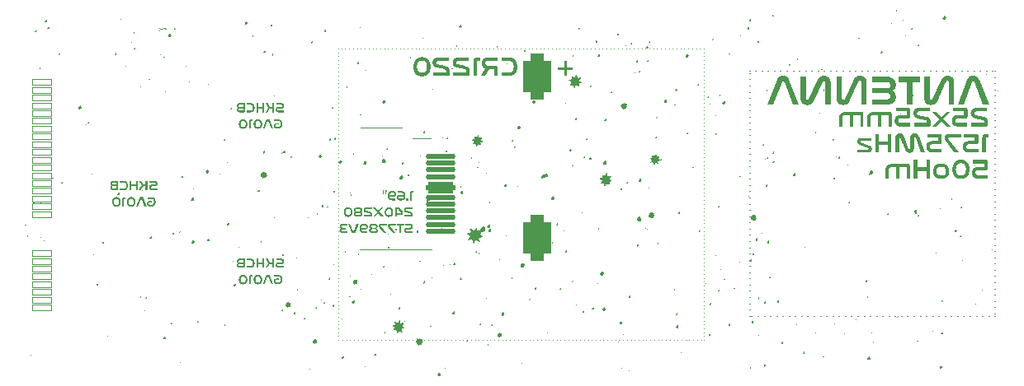
<source format=gbr>
%TF.GenerationSoftware,KiCad,Pcbnew,7.0.7*%
%TF.CreationDate,2023-10-10T16:57:59+13:00*%
%TF.ProjectId,openRiverSense,6f70656e-5269-4766-9572-53656e73652e,rev?*%
%TF.SameCoordinates,Original*%
%TF.FileFunction,Legend,Bot*%
%TF.FilePolarity,Positive*%
%FSLAX46Y46*%
G04 Gerber Fmt 4.6, Leading zero omitted, Abs format (unit mm)*
G04 Created by KiCad (PCBNEW 7.0.7) date 2023-10-10 16:57:59*
%MOMM*%
%LPD*%
G01*
G04 APERTURE LIST*
G04 Aperture macros list*
%AMRoundRect*
0 Rectangle with rounded corners*
0 $1 Rounding radius*
0 $2 $3 $4 $5 $6 $7 $8 $9 X,Y pos of 4 corners*
0 Add a 4 corners polygon primitive as box body*
4,1,4,$2,$3,$4,$5,$6,$7,$8,$9,$2,$3,0*
0 Add four circle primitives for the rounded corners*
1,1,$1+$1,$2,$3*
1,1,$1+$1,$4,$5*
1,1,$1+$1,$6,$7*
1,1,$1+$1,$8,$9*
0 Add four rect primitives between the rounded corners*
20,1,$1+$1,$2,$3,$4,$5,0*
20,1,$1+$1,$4,$5,$6,$7,0*
20,1,$1+$1,$6,$7,$8,$9,0*
20,1,$1+$1,$8,$9,$2,$3,0*%
G04 Aperture macros list end*
%ADD10C,0.250000*%
%ADD11C,0.150000*%
%ADD12C,0.100000*%
%ADD13C,0.160000*%
%ADD14C,0.750000*%
%ADD15O,1.100000X2.200000*%
%ADD16O,1.100000X1.900000*%
%ADD17C,2.000025*%
%ADD18C,2.600000*%
%ADD19C,1.400025*%
%ADD20C,1.600025*%
%ADD21RoundRect,0.750000X0.700000X-1.600000X0.700000X1.600000X-0.700000X1.600000X-0.700000X-1.600000X0*%
%ADD22RoundRect,0.137500X1.412500X0.087500X-1.412500X0.087500X-1.412500X-0.087500X1.412500X-0.087500X0*%
%ADD23RoundRect,0.312500X1.237500X0.262500X-1.237500X0.262500X-1.237500X-0.262500X1.237500X-0.262500X0*%
%ADD24C,2.100000*%
%ADD25C,5.100000*%
%ADD26RoundRect,0.050000X1.000000X-0.300000X1.000000X0.300000X-1.000000X0.300000X-1.000000X-0.300000X0*%
G04 APERTURE END LIST*
D10*
G36*
X55405023Y-5310530D02*
G01*
X55405023Y-5950446D01*
X56054709Y-5950446D01*
X56054709Y-6185896D01*
X55405023Y-6185896D01*
X55405023Y-6842421D01*
X55166642Y-6842421D01*
X55166642Y-6185896D01*
X54516956Y-6185896D01*
X54516956Y-5950446D01*
X55166642Y-5950446D01*
X55166642Y-5310530D01*
X55405023Y-5310530D01*
G37*
G36*
X98729796Y-12797951D02*
G01*
X98729796Y-13159919D01*
X98543683Y-13159919D01*
X98519012Y-13160782D01*
X98497630Y-13163471D01*
X98473913Y-13170161D01*
X98455261Y-13180729D01*
X98441229Y-13195536D01*
X98431370Y-13214942D01*
X98425238Y-13239309D01*
X98422815Y-13261056D01*
X98422050Y-13285949D01*
X98422050Y-14705000D01*
X98060082Y-14705000D01*
X98060082Y-13263478D01*
X98060388Y-13232961D01*
X98061326Y-13203591D01*
X98062920Y-13175356D01*
X98065199Y-13148246D01*
X98068188Y-13122248D01*
X98071915Y-13097351D01*
X98076407Y-13073543D01*
X98081690Y-13050811D01*
X98087790Y-13029146D01*
X98094736Y-13008534D01*
X98102552Y-12988964D01*
X98111267Y-12970424D01*
X98120907Y-12952903D01*
X98131498Y-12936389D01*
X98155642Y-12906334D01*
X98183913Y-12880166D01*
X98199664Y-12868511D01*
X98216526Y-12857792D01*
X98234527Y-12847998D01*
X98253694Y-12839117D01*
X98274053Y-12831137D01*
X98295631Y-12824047D01*
X98318455Y-12817835D01*
X98342552Y-12812490D01*
X98367947Y-12807999D01*
X98394669Y-12804350D01*
X98422743Y-12801533D01*
X98452197Y-12799535D01*
X98483057Y-12798345D01*
X98515351Y-12797951D01*
X98729796Y-12797951D01*
G37*
G36*
X97482203Y-12797951D02*
G01*
X97502735Y-12798653D01*
X97531173Y-12802313D01*
X97556751Y-12809057D01*
X97579437Y-12818834D01*
X97599200Y-12831594D01*
X97616009Y-12847285D01*
X97629832Y-12865858D01*
X97640638Y-12887260D01*
X97648395Y-12911443D01*
X97653073Y-12938355D01*
X97654639Y-12967944D01*
X97654639Y-13691392D01*
X97653942Y-13711408D01*
X97650298Y-13739191D01*
X97643564Y-13764245D01*
X97633771Y-13786523D01*
X97620950Y-13805979D01*
X97605133Y-13822568D01*
X97586351Y-13836244D01*
X97564636Y-13846960D01*
X97540018Y-13854672D01*
X97512531Y-13859333D01*
X97492626Y-13860722D01*
X97482203Y-13860896D01*
X96695253Y-13860896D01*
X96675681Y-13861149D01*
X96639134Y-13863153D01*
X96605940Y-13867123D01*
X96575967Y-13873017D01*
X96549086Y-13880795D01*
X96525164Y-13890415D01*
X96504071Y-13901838D01*
X96485676Y-13915022D01*
X96469848Y-13929927D01*
X96456456Y-13946512D01*
X96445370Y-13964735D01*
X96436458Y-13984557D01*
X96429589Y-14005936D01*
X96424632Y-14028832D01*
X96421456Y-14053203D01*
X96419932Y-14079010D01*
X96419747Y-14092438D01*
X96420553Y-14121018D01*
X96423016Y-14148107D01*
X96427198Y-14173655D01*
X96433165Y-14197616D01*
X96440981Y-14219938D01*
X96450711Y-14240576D01*
X96462418Y-14259478D01*
X96476167Y-14276598D01*
X96492023Y-14291885D01*
X96510050Y-14305292D01*
X96530312Y-14316770D01*
X96552875Y-14326270D01*
X96577801Y-14333744D01*
X96605156Y-14339143D01*
X96635004Y-14342418D01*
X96667409Y-14343520D01*
X97646335Y-14343520D01*
X97646335Y-14705000D01*
X96678644Y-14705000D01*
X96637925Y-14704243D01*
X96598739Y-14701996D01*
X96561069Y-14698290D01*
X96524901Y-14693156D01*
X96490218Y-14686625D01*
X96457006Y-14678731D01*
X96425247Y-14669503D01*
X96394926Y-14658975D01*
X96366028Y-14647177D01*
X96338536Y-14634142D01*
X96312436Y-14619900D01*
X96287711Y-14604484D01*
X96264345Y-14587925D01*
X96242324Y-14570255D01*
X96221630Y-14551506D01*
X96202249Y-14531709D01*
X96184164Y-14510896D01*
X96167360Y-14489099D01*
X96151821Y-14466348D01*
X96137532Y-14442677D01*
X96124476Y-14418116D01*
X96112638Y-14392698D01*
X96102003Y-14366453D01*
X96092553Y-14339414D01*
X96084274Y-14311612D01*
X96077151Y-14283079D01*
X96071166Y-14253846D01*
X96066305Y-14223946D01*
X96062551Y-14193410D01*
X96059890Y-14162269D01*
X96058304Y-14130555D01*
X96057779Y-14098300D01*
X96058182Y-14069895D01*
X96059420Y-14041769D01*
X96061540Y-14013961D01*
X96064586Y-13986514D01*
X96068606Y-13959468D01*
X96073644Y-13932864D01*
X96079746Y-13906743D01*
X96086959Y-13881145D01*
X96095326Y-13856113D01*
X96104895Y-13831685D01*
X96115712Y-13807904D01*
X96127821Y-13784810D01*
X96141268Y-13762444D01*
X96156099Y-13740847D01*
X96172361Y-13720060D01*
X96190098Y-13700123D01*
X96209356Y-13681079D01*
X96230181Y-13662966D01*
X96252619Y-13645827D01*
X96276715Y-13629702D01*
X96302516Y-13614632D01*
X96330066Y-13600659D01*
X96359411Y-13587822D01*
X96390598Y-13576162D01*
X96423672Y-13565722D01*
X96458678Y-13556541D01*
X96495663Y-13548660D01*
X96534672Y-13542120D01*
X96575750Y-13536963D01*
X96618944Y-13533228D01*
X96664299Y-13530957D01*
X96711861Y-13530191D01*
X97272155Y-13530191D01*
X97291074Y-13525159D01*
X97292671Y-13513094D01*
X97292671Y-13177016D01*
X97282497Y-13160153D01*
X97272155Y-13159919D01*
X96161827Y-13159919D01*
X96161827Y-12797951D01*
X97482203Y-12797951D01*
G37*
G36*
X95869224Y-12797951D02*
G01*
X95869224Y-13159919D01*
X94708582Y-13159919D01*
X94683870Y-13161111D01*
X94662618Y-13164559D01*
X94639275Y-13172337D01*
X94621149Y-13183335D01*
X94605018Y-13200921D01*
X94595169Y-13221949D01*
X94590561Y-13245535D01*
X94589880Y-13260547D01*
X94591219Y-13280742D01*
X94595444Y-13300930D01*
X94602863Y-13321518D01*
X94611708Y-13339272D01*
X94623165Y-13357820D01*
X94634332Y-13373387D01*
X95627423Y-14705000D01*
X95173620Y-14705000D01*
X94356872Y-13605907D01*
X94336966Y-13577713D01*
X94318452Y-13550076D01*
X94301317Y-13522957D01*
X94285545Y-13496318D01*
X94271122Y-13470119D01*
X94258031Y-13444323D01*
X94246258Y-13418890D01*
X94235789Y-13393782D01*
X94226607Y-13368960D01*
X94218698Y-13344386D01*
X94212047Y-13320020D01*
X94206640Y-13295825D01*
X94202460Y-13271762D01*
X94199493Y-13247791D01*
X94197724Y-13223875D01*
X94197137Y-13199975D01*
X94198454Y-13164387D01*
X94202547Y-13128565D01*
X94209624Y-13092856D01*
X94219897Y-13057612D01*
X94233577Y-13023180D01*
X94250872Y-12989911D01*
X94271995Y-12958153D01*
X94297155Y-12928255D01*
X94311314Y-12914113D01*
X94326562Y-12900567D01*
X94342924Y-12887660D01*
X94360427Y-12875437D01*
X94379097Y-12863941D01*
X94398960Y-12853216D01*
X94420043Y-12843305D01*
X94442372Y-12834252D01*
X94465973Y-12826100D01*
X94490873Y-12818894D01*
X94517098Y-12812677D01*
X94544674Y-12807492D01*
X94573627Y-12803383D01*
X94603984Y-12800395D01*
X94635771Y-12798569D01*
X94669014Y-12797951D01*
X95869224Y-12797951D01*
G37*
G36*
X93742357Y-12797951D02*
G01*
X93762889Y-12798653D01*
X93791327Y-12802313D01*
X93816904Y-12809057D01*
X93839591Y-12818834D01*
X93859354Y-12831594D01*
X93876162Y-12847285D01*
X93889986Y-12865858D01*
X93900791Y-12887260D01*
X93908549Y-12911443D01*
X93913226Y-12938355D01*
X93914792Y-12967944D01*
X93914792Y-13691392D01*
X93914096Y-13711408D01*
X93910452Y-13739191D01*
X93903717Y-13764245D01*
X93893924Y-13786523D01*
X93881103Y-13805979D01*
X93865286Y-13822568D01*
X93846505Y-13836244D01*
X93824789Y-13846960D01*
X93800172Y-13854672D01*
X93772684Y-13859333D01*
X93752780Y-13860722D01*
X93742357Y-13860896D01*
X92955406Y-13860896D01*
X92935835Y-13861149D01*
X92899288Y-13863153D01*
X92866093Y-13867123D01*
X92836121Y-13873017D01*
X92809239Y-13880795D01*
X92785317Y-13890415D01*
X92764224Y-13901838D01*
X92745830Y-13915022D01*
X92730002Y-13929927D01*
X92716610Y-13946512D01*
X92705523Y-13964735D01*
X92696611Y-13984557D01*
X92689742Y-14005936D01*
X92684785Y-14028832D01*
X92681610Y-14053203D01*
X92680085Y-14079010D01*
X92679901Y-14092438D01*
X92680707Y-14121018D01*
X92683169Y-14148107D01*
X92687352Y-14173655D01*
X92693319Y-14197616D01*
X92701135Y-14219938D01*
X92710864Y-14240576D01*
X92722571Y-14259478D01*
X92736321Y-14276598D01*
X92752177Y-14291885D01*
X92770204Y-14305292D01*
X92790466Y-14316770D01*
X92813028Y-14326270D01*
X92837955Y-14333744D01*
X92865309Y-14339143D01*
X92895157Y-14342418D01*
X92927563Y-14343520D01*
X93906488Y-14343520D01*
X93906488Y-14705000D01*
X92938798Y-14705000D01*
X92898079Y-14704243D01*
X92858892Y-14701996D01*
X92821223Y-14698290D01*
X92785055Y-14693156D01*
X92750372Y-14686625D01*
X92717159Y-14678731D01*
X92685400Y-14669503D01*
X92655079Y-14658975D01*
X92626181Y-14647177D01*
X92598690Y-14634142D01*
X92572589Y-14619900D01*
X92547864Y-14604484D01*
X92524499Y-14587925D01*
X92502477Y-14570255D01*
X92481784Y-14551506D01*
X92462402Y-14531709D01*
X92444318Y-14510896D01*
X92427514Y-14489099D01*
X92411975Y-14466348D01*
X92397686Y-14442677D01*
X92384630Y-14418116D01*
X92372792Y-14392698D01*
X92362156Y-14366453D01*
X92352707Y-14339414D01*
X92344428Y-14311612D01*
X92337304Y-14283079D01*
X92331319Y-14253846D01*
X92326458Y-14223946D01*
X92322705Y-14193410D01*
X92320043Y-14162269D01*
X92318458Y-14130555D01*
X92317933Y-14098300D01*
X92318335Y-14069895D01*
X92319574Y-14041769D01*
X92321693Y-14013961D01*
X92324740Y-13986514D01*
X92328760Y-13959468D01*
X92333798Y-13932864D01*
X92339900Y-13906743D01*
X92347112Y-13881145D01*
X92355480Y-13856113D01*
X92365049Y-13831685D01*
X92375865Y-13807904D01*
X92387974Y-13784810D01*
X92401421Y-13762444D01*
X92416253Y-13740847D01*
X92432514Y-13720060D01*
X92450251Y-13700123D01*
X92469509Y-13681079D01*
X92490335Y-13662966D01*
X92512772Y-13645827D01*
X92536869Y-13629702D01*
X92562669Y-13614632D01*
X92590219Y-13600659D01*
X92619565Y-13587822D01*
X92650752Y-13576162D01*
X92683825Y-13565722D01*
X92718832Y-13556541D01*
X92755817Y-13548660D01*
X92794825Y-13542120D01*
X92835904Y-13536963D01*
X92879098Y-13533228D01*
X92924453Y-13530957D01*
X92972015Y-13530191D01*
X93532308Y-13530191D01*
X93551227Y-13525159D01*
X93552824Y-13513094D01*
X93552824Y-13177016D01*
X93542650Y-13160153D01*
X93532308Y-13159919D01*
X92421980Y-13159919D01*
X92421980Y-12797951D01*
X93742357Y-12797951D01*
G37*
G36*
X91208582Y-13158454D02*
G01*
X91199434Y-13138550D01*
X91188808Y-13121556D01*
X91173838Y-13105270D01*
X91156138Y-13093776D01*
X91135378Y-13087401D01*
X91119677Y-13086158D01*
X91097828Y-13088570D01*
X91078781Y-13095725D01*
X91062905Y-13107500D01*
X91050569Y-13123772D01*
X91042141Y-13144418D01*
X91038461Y-13164001D01*
X91037612Y-13180436D01*
X91037612Y-14305418D01*
X91037177Y-14329175D01*
X91035874Y-14352439D01*
X91033706Y-14375193D01*
X91030675Y-14397421D01*
X91026782Y-14419106D01*
X91022030Y-14440229D01*
X91016422Y-14460774D01*
X91009959Y-14480724D01*
X91002644Y-14500061D01*
X90994479Y-14518768D01*
X90985466Y-14536829D01*
X90975607Y-14554225D01*
X90964906Y-14570941D01*
X90953363Y-14586958D01*
X90940982Y-14602259D01*
X90927763Y-14616828D01*
X90913711Y-14630647D01*
X90898826Y-14643698D01*
X90883112Y-14655966D01*
X90866570Y-14667432D01*
X90849203Y-14678079D01*
X90831012Y-14687891D01*
X90812001Y-14696850D01*
X90792170Y-14704938D01*
X90771524Y-14712140D01*
X90750063Y-14718437D01*
X90727790Y-14723812D01*
X90704708Y-14728248D01*
X90680818Y-14731729D01*
X90656122Y-14734236D01*
X90630624Y-14735753D01*
X90604325Y-14736263D01*
X90580472Y-14735850D01*
X90557356Y-14734618D01*
X90534963Y-14732581D01*
X90513281Y-14729748D01*
X90492297Y-14726133D01*
X90471998Y-14721747D01*
X90452370Y-14716601D01*
X90433401Y-14710709D01*
X90397385Y-14696728D01*
X90363847Y-14679900D01*
X90332681Y-14660318D01*
X90303784Y-14638077D01*
X90277051Y-14613272D01*
X90252377Y-14585996D01*
X90229657Y-14556345D01*
X90208789Y-14524412D01*
X90189666Y-14490293D01*
X90180727Y-14472443D01*
X90172185Y-14454082D01*
X90164027Y-14435221D01*
X90156241Y-14415873D01*
X90148812Y-14396048D01*
X90141729Y-14375760D01*
X89682552Y-13157965D01*
X89674262Y-13138420D01*
X89663684Y-13121613D01*
X89648175Y-13105392D01*
X89629833Y-13093859D01*
X89608908Y-13087420D01*
X89593648Y-13086158D01*
X89571959Y-13088540D01*
X89553319Y-13095627D01*
X89535335Y-13110216D01*
X89524305Y-13127338D01*
X89517145Y-13148880D01*
X89514377Y-13169234D01*
X89514025Y-13180436D01*
X89514025Y-14705000D01*
X89149614Y-14705000D01*
X89149614Y-13163827D01*
X89150049Y-13140336D01*
X89151352Y-13117317D01*
X89153522Y-13094789D01*
X89156556Y-13072770D01*
X89160454Y-13051278D01*
X89165212Y-13030330D01*
X89170830Y-13009945D01*
X89177305Y-12990140D01*
X89184637Y-12970933D01*
X89192822Y-12952342D01*
X89201860Y-12934386D01*
X89211748Y-12917081D01*
X89222484Y-12900446D01*
X89234068Y-12884498D01*
X89246496Y-12869256D01*
X89259768Y-12854738D01*
X89273881Y-12840961D01*
X89288834Y-12827943D01*
X89304625Y-12815702D01*
X89321252Y-12804256D01*
X89338714Y-12793623D01*
X89357008Y-12783821D01*
X89376132Y-12774867D01*
X89396086Y-12766780D01*
X89416867Y-12759577D01*
X89438473Y-12753277D01*
X89460903Y-12747897D01*
X89484155Y-12743455D01*
X89508226Y-12739969D01*
X89533116Y-12737456D01*
X89558823Y-12735936D01*
X89585344Y-12735425D01*
X89609231Y-12735841D01*
X89632361Y-12737080D01*
X89654746Y-12739131D01*
X89676401Y-12741981D01*
X89697342Y-12745617D01*
X89717582Y-12750028D01*
X89737135Y-12755201D01*
X89756016Y-12761124D01*
X89791820Y-12775171D01*
X89825109Y-12792071D01*
X89855998Y-12811726D01*
X89884602Y-12834038D01*
X89911037Y-12858909D01*
X89935417Y-12886240D01*
X89957858Y-12915935D01*
X89978475Y-12947894D01*
X89997384Y-12982019D01*
X90006233Y-12999864D01*
X90014699Y-13018214D01*
X90022795Y-13037056D01*
X90030535Y-13056379D01*
X90037935Y-13076169D01*
X90045009Y-13096416D01*
X90504185Y-14314211D01*
X90512650Y-14333564D01*
X90525767Y-14352774D01*
X90542040Y-14367440D01*
X90561391Y-14377389D01*
X90583743Y-14382447D01*
X90596021Y-14383087D01*
X90617709Y-14380715D01*
X90636350Y-14373693D01*
X90654334Y-14359335D01*
X90665364Y-14342597D01*
X90672524Y-14321676D01*
X90675292Y-14302024D01*
X90675644Y-14291252D01*
X90675644Y-13163827D01*
X90676079Y-13140336D01*
X90677382Y-13117317D01*
X90679551Y-13094789D01*
X90682586Y-13072770D01*
X90686483Y-13051278D01*
X90691241Y-13030330D01*
X90696859Y-13009945D01*
X90703335Y-12990140D01*
X90710666Y-12970933D01*
X90718851Y-12952342D01*
X90727889Y-12934386D01*
X90737777Y-12917081D01*
X90748513Y-12900446D01*
X90760097Y-12884498D01*
X90772525Y-12869256D01*
X90785797Y-12854738D01*
X90799911Y-12840961D01*
X90814864Y-12827943D01*
X90830655Y-12815702D01*
X90847282Y-12804256D01*
X90864743Y-12793623D01*
X90883037Y-12783821D01*
X90902162Y-12774867D01*
X90922115Y-12766780D01*
X90942896Y-12759577D01*
X90964502Y-12753277D01*
X90986932Y-12747897D01*
X91010184Y-12743455D01*
X91034256Y-12739969D01*
X91059146Y-12737456D01*
X91084852Y-12735936D01*
X91111373Y-12735425D01*
X91135261Y-12735841D01*
X91158390Y-12737080D01*
X91180775Y-12739131D01*
X91202432Y-12741980D01*
X91223373Y-12745615D01*
X91243614Y-12750025D01*
X91263169Y-12755196D01*
X91282053Y-12761116D01*
X91317864Y-12775156D01*
X91351164Y-12792046D01*
X91382068Y-12811685D01*
X91410693Y-12833977D01*
X91437153Y-12858822D01*
X91461566Y-12886121D01*
X91484046Y-12915776D01*
X91504711Y-12947687D01*
X91523675Y-12981757D01*
X91532556Y-12999571D01*
X91541055Y-13017886D01*
X91549188Y-13036692D01*
X91556967Y-13055976D01*
X91564409Y-13075725D01*
X91571527Y-13095928D01*
X92164548Y-14705000D01*
X91778156Y-14705000D01*
X91208582Y-13158454D01*
G37*
G36*
X88725609Y-12797951D02*
G01*
X88725609Y-14705000D01*
X88364129Y-14705000D01*
X88364129Y-13923422D01*
X87429168Y-13923422D01*
X87429168Y-14705000D01*
X87064757Y-14705000D01*
X87064757Y-12797951D01*
X87429168Y-12797951D01*
X87429168Y-13561943D01*
X88364129Y-13561943D01*
X88364129Y-12797951D01*
X88725609Y-12797951D01*
G37*
G36*
X86674457Y-13200464D02*
G01*
X86674457Y-13517002D01*
X85645218Y-13517002D01*
X85620200Y-13518062D01*
X85599224Y-13521269D01*
X85578356Y-13528357D01*
X85560602Y-13541483D01*
X85550107Y-13559777D01*
X85546375Y-13579068D01*
X85546055Y-13587833D01*
X85547595Y-13607741D01*
X85553011Y-13626541D01*
X85563501Y-13643848D01*
X85580265Y-13659274D01*
X85599890Y-13670413D01*
X85614443Y-13676249D01*
X86465386Y-13980087D01*
X86497311Y-13992784D01*
X86527147Y-14007198D01*
X86554895Y-14023260D01*
X86580561Y-14040903D01*
X86604150Y-14060057D01*
X86625664Y-14080654D01*
X86645109Y-14102624D01*
X86662490Y-14125900D01*
X86677809Y-14150412D01*
X86691072Y-14176092D01*
X86702282Y-14202871D01*
X86711445Y-14230680D01*
X86718564Y-14259451D01*
X86723644Y-14289115D01*
X86726688Y-14319603D01*
X86727702Y-14350847D01*
X86727308Y-14370387D01*
X86724154Y-14408233D01*
X86717859Y-14444343D01*
X86708435Y-14478603D01*
X86695893Y-14510901D01*
X86680246Y-14541125D01*
X86661506Y-14569163D01*
X86639686Y-14594902D01*
X86614796Y-14618231D01*
X86586850Y-14639035D01*
X86555860Y-14657204D01*
X86521838Y-14672625D01*
X86484796Y-14685186D01*
X86465146Y-14690358D01*
X86444745Y-14694773D01*
X86423596Y-14698417D01*
X86401700Y-14701276D01*
X86379057Y-14703335D01*
X86355670Y-14704581D01*
X86331540Y-14705000D01*
X85262734Y-14705000D01*
X85262734Y-14388461D01*
X86314443Y-14388461D01*
X86338494Y-14387295D01*
X86358743Y-14383805D01*
X86378988Y-14376192D01*
X86396325Y-14362317D01*
X86406655Y-14343310D01*
X86410356Y-14323578D01*
X86410675Y-14314699D01*
X86408386Y-14292941D01*
X86401427Y-14274170D01*
X86389665Y-14258079D01*
X86372963Y-14244357D01*
X86355173Y-14234510D01*
X86342776Y-14229214D01*
X85494276Y-13922934D01*
X85465329Y-13911434D01*
X85437704Y-13898372D01*
X85411478Y-13883753D01*
X85386725Y-13867582D01*
X85363521Y-13849866D01*
X85341940Y-13830610D01*
X85322058Y-13809820D01*
X85303950Y-13787501D01*
X85287691Y-13763660D01*
X85273355Y-13738302D01*
X85261020Y-13711432D01*
X85250758Y-13683057D01*
X85242646Y-13653182D01*
X85236759Y-13621813D01*
X85233172Y-13588956D01*
X85231959Y-13554616D01*
X85233505Y-13516023D01*
X85238143Y-13479091D01*
X85245876Y-13443934D01*
X85256704Y-13410665D01*
X85270629Y-13379400D01*
X85287652Y-13350253D01*
X85307775Y-13323339D01*
X85331000Y-13298771D01*
X85357327Y-13276665D01*
X85386758Y-13257136D01*
X85419294Y-13240296D01*
X85454938Y-13226262D01*
X85473925Y-13220332D01*
X85493689Y-13215147D01*
X85514231Y-13210720D01*
X85535551Y-13207066D01*
X85557649Y-13204199D01*
X85580524Y-13202133D01*
X85604178Y-13200883D01*
X85628610Y-13200464D01*
X86674457Y-13200464D01*
G37*
G36*
X49468178Y-4922951D02*
G01*
X49519540Y-4923890D01*
X49569477Y-4926705D01*
X49617976Y-4931395D01*
X49665024Y-4937960D01*
X49710606Y-4946397D01*
X49754710Y-4956707D01*
X49797321Y-4968886D01*
X49838427Y-4982936D01*
X49878014Y-4998854D01*
X49916069Y-5016638D01*
X49952577Y-5036289D01*
X49987525Y-5057805D01*
X50020901Y-5081184D01*
X50052689Y-5106426D01*
X50082878Y-5133529D01*
X50111453Y-5162493D01*
X50138400Y-5193315D01*
X50163707Y-5225995D01*
X50187360Y-5260532D01*
X50209345Y-5296924D01*
X50229649Y-5335171D01*
X50248259Y-5375271D01*
X50265160Y-5417223D01*
X50280339Y-5461026D01*
X50293783Y-5506679D01*
X50305479Y-5554180D01*
X50315412Y-5603528D01*
X50323569Y-5654723D01*
X50329937Y-5707763D01*
X50334503Y-5762646D01*
X50337252Y-5819373D01*
X50338171Y-5877941D01*
X50337261Y-5936286D01*
X50334540Y-5992800D01*
X50330019Y-6047482D01*
X50323709Y-6100332D01*
X50315623Y-6151346D01*
X50305772Y-6200525D01*
X50294167Y-6247866D01*
X50280820Y-6293367D01*
X50265743Y-6337029D01*
X50248947Y-6378849D01*
X50230445Y-6418825D01*
X50210247Y-6456957D01*
X50188366Y-6493242D01*
X50164812Y-6527680D01*
X50139598Y-6560269D01*
X50112735Y-6591008D01*
X50084235Y-6619895D01*
X50054109Y-6646928D01*
X50022370Y-6672107D01*
X49989028Y-6695429D01*
X49954095Y-6716894D01*
X49917584Y-6736500D01*
X49879505Y-6754246D01*
X49839870Y-6770129D01*
X49798691Y-6784150D01*
X49755979Y-6796305D01*
X49711747Y-6806595D01*
X49666005Y-6815017D01*
X49618766Y-6821570D01*
X49570041Y-6826252D01*
X49519841Y-6829062D01*
X49468178Y-6830000D01*
X48721772Y-6830000D01*
X48721772Y-6468520D01*
X49468178Y-6468520D01*
X49501267Y-6468020D01*
X49533131Y-6466508D01*
X49563782Y-6463971D01*
X49593230Y-6460394D01*
X49621488Y-6455762D01*
X49648567Y-6450060D01*
X49674477Y-6443273D01*
X49699232Y-6435387D01*
X49722841Y-6426387D01*
X49745317Y-6416258D01*
X49766672Y-6404985D01*
X49786915Y-6392554D01*
X49806059Y-6378950D01*
X49824116Y-6364157D01*
X49841097Y-6348163D01*
X49857013Y-6330950D01*
X49871875Y-6312506D01*
X49885696Y-6292814D01*
X49898486Y-6271861D01*
X49910258Y-6249632D01*
X49921022Y-6226111D01*
X49930789Y-6201284D01*
X49939573Y-6175137D01*
X49947383Y-6147654D01*
X49954231Y-6118820D01*
X49960129Y-6088622D01*
X49965088Y-6057044D01*
X49969120Y-6024072D01*
X49972236Y-5989690D01*
X49974448Y-5953884D01*
X49975766Y-5916639D01*
X49976203Y-5877941D01*
X49975761Y-5839021D01*
X49974426Y-5801568D01*
X49972190Y-5765567D01*
X49969040Y-5731004D01*
X49964968Y-5697862D01*
X49959962Y-5666127D01*
X49954012Y-5635784D01*
X49947108Y-5606816D01*
X49939239Y-5579210D01*
X49930396Y-5552949D01*
X49920567Y-5528019D01*
X49909742Y-5504404D01*
X49897912Y-5482089D01*
X49885065Y-5461060D01*
X49871191Y-5441300D01*
X49856280Y-5422794D01*
X49840321Y-5405528D01*
X49823305Y-5389486D01*
X49805220Y-5374653D01*
X49786056Y-5361014D01*
X49765804Y-5348554D01*
X49744452Y-5337256D01*
X49721990Y-5327107D01*
X49698408Y-5318090D01*
X49673695Y-5310192D01*
X49647841Y-5303396D01*
X49620836Y-5297687D01*
X49592669Y-5293050D01*
X49563331Y-5289470D01*
X49532809Y-5286932D01*
X49501095Y-5285420D01*
X49468178Y-5284919D01*
X48721772Y-5284919D01*
X48721772Y-4922951D01*
X49468178Y-4922951D01*
G37*
G36*
X48364689Y-4922951D02*
G01*
X48364689Y-5284919D01*
X47312979Y-5284919D01*
X47281540Y-5286114D01*
X47252409Y-5289621D01*
X47225548Y-5295326D01*
X47200918Y-5303115D01*
X47178480Y-5312874D01*
X47158196Y-5324487D01*
X47140027Y-5337840D01*
X47123935Y-5352819D01*
X47109881Y-5369309D01*
X47097826Y-5387196D01*
X47087732Y-5406365D01*
X47079559Y-5426702D01*
X47073270Y-5448093D01*
X47068826Y-5470422D01*
X47066188Y-5493575D01*
X47065317Y-5517438D01*
X47066134Y-5541455D01*
X47068626Y-5565043D01*
X47072852Y-5588047D01*
X47078872Y-5610312D01*
X47086748Y-5631684D01*
X47096538Y-5652009D01*
X47108303Y-5671131D01*
X47122103Y-5688897D01*
X47137999Y-5705151D01*
X47156049Y-5719740D01*
X47176315Y-5732509D01*
X47198857Y-5743302D01*
X47223734Y-5751966D01*
X47251006Y-5758346D01*
X47280735Y-5762287D01*
X47312979Y-5763635D01*
X48049616Y-5763635D01*
X48069293Y-5763915D01*
X48106640Y-5766171D01*
X48141333Y-5770724D01*
X48173394Y-5777616D01*
X48202847Y-5786892D01*
X48229716Y-5798593D01*
X48254024Y-5812763D01*
X48275796Y-5829444D01*
X48295054Y-5848680D01*
X48311822Y-5870513D01*
X48326124Y-5894987D01*
X48337984Y-5922144D01*
X48347424Y-5952028D01*
X48354469Y-5984680D01*
X48359143Y-6020145D01*
X48361468Y-6058465D01*
X48361758Y-6078709D01*
X48361758Y-6830000D01*
X48000279Y-6830000D01*
X48000279Y-6142212D01*
X47997264Y-6122388D01*
X47980265Y-6111657D01*
X47968039Y-6110949D01*
X47483949Y-6110949D01*
X47053105Y-6830000D01*
X46650104Y-6830000D01*
X47093161Y-6080174D01*
X47067753Y-6072359D01*
X47043273Y-6063504D01*
X47019713Y-6053646D01*
X46997065Y-6042823D01*
X46975322Y-6031074D01*
X46954474Y-6018437D01*
X46934515Y-6004950D01*
X46915436Y-5990651D01*
X46897229Y-5975579D01*
X46879886Y-5959772D01*
X46863400Y-5943267D01*
X46847762Y-5926103D01*
X46832965Y-5908319D01*
X46819000Y-5889952D01*
X46805860Y-5871041D01*
X46793536Y-5851624D01*
X46782020Y-5831738D01*
X46771306Y-5811423D01*
X46761384Y-5790717D01*
X46752246Y-5769656D01*
X46743886Y-5748281D01*
X46736294Y-5726629D01*
X46729463Y-5704738D01*
X46723385Y-5682646D01*
X46718051Y-5660392D01*
X46713455Y-5638013D01*
X46709588Y-5615549D01*
X46706441Y-5593036D01*
X46704008Y-5570514D01*
X46702280Y-5548021D01*
X46701249Y-5525594D01*
X46700907Y-5503272D01*
X46701464Y-5474660D01*
X46703141Y-5446282D01*
X46705949Y-5418180D01*
X46709898Y-5390401D01*
X46714997Y-5362987D01*
X46721257Y-5335984D01*
X46728688Y-5309435D01*
X46737299Y-5283385D01*
X46747101Y-5257878D01*
X46758103Y-5232959D01*
X46770317Y-5208671D01*
X46783751Y-5185059D01*
X46798416Y-5162168D01*
X46814321Y-5140040D01*
X46831478Y-5118722D01*
X46849895Y-5098257D01*
X46869583Y-5078689D01*
X46890552Y-5060062D01*
X46912811Y-5042421D01*
X46936372Y-5025811D01*
X46961244Y-5010275D01*
X46987436Y-4995857D01*
X47014959Y-4982603D01*
X47043824Y-4970556D01*
X47074039Y-4959760D01*
X47105615Y-4950260D01*
X47138562Y-4942100D01*
X47172891Y-4935325D01*
X47208610Y-4929978D01*
X47245730Y-4926104D01*
X47284262Y-4923747D01*
X47324214Y-4922951D01*
X48364689Y-4922951D01*
G37*
G36*
X46508443Y-4922951D02*
G01*
X46508443Y-5284919D01*
X46322330Y-5284919D01*
X46297659Y-5285782D01*
X46276278Y-5288471D01*
X46252560Y-5295161D01*
X46233908Y-5305729D01*
X46219876Y-5320536D01*
X46210017Y-5339942D01*
X46203885Y-5364309D01*
X46201463Y-5386056D01*
X46200697Y-5410949D01*
X46200697Y-6830000D01*
X45838729Y-6830000D01*
X45838729Y-5388478D01*
X45839036Y-5357961D01*
X45839973Y-5328591D01*
X45841567Y-5300356D01*
X45843846Y-5273246D01*
X45846836Y-5247248D01*
X45850563Y-5222351D01*
X45855055Y-5198543D01*
X45860337Y-5175811D01*
X45866438Y-5154146D01*
X45873383Y-5133534D01*
X45881200Y-5113964D01*
X45889915Y-5095424D01*
X45899554Y-5077903D01*
X45910145Y-5061389D01*
X45934289Y-5031334D01*
X45962561Y-5005166D01*
X45978311Y-4993511D01*
X45995174Y-4982792D01*
X46013175Y-4972998D01*
X46032342Y-4964117D01*
X46052701Y-4956137D01*
X46074279Y-4949047D01*
X46097103Y-4942835D01*
X46121199Y-4937490D01*
X46146595Y-4932999D01*
X46173316Y-4929350D01*
X46201391Y-4926533D01*
X46230845Y-4924535D01*
X46261705Y-4923345D01*
X46293998Y-4922951D01*
X46508443Y-4922951D01*
G37*
G36*
X45396650Y-4922951D02*
G01*
X45396650Y-5284919D01*
X44289253Y-5284919D01*
X44262909Y-5285776D01*
X44238280Y-5288320D01*
X44215364Y-5292506D01*
X44194158Y-5298292D01*
X44174662Y-5305635D01*
X44156872Y-5314492D01*
X44133383Y-5330522D01*
X44113721Y-5349718D01*
X44097880Y-5371935D01*
X44085852Y-5397027D01*
X44077630Y-5424849D01*
X44074260Y-5444843D01*
X44072576Y-5465943D01*
X44072365Y-5476894D01*
X44073364Y-5499642D01*
X44076545Y-5520905D01*
X44082182Y-5540694D01*
X44090552Y-5559017D01*
X44101929Y-5575885D01*
X44116589Y-5591307D01*
X44134807Y-5605293D01*
X44156858Y-5617853D01*
X44183018Y-5628996D01*
X44202877Y-5635642D01*
X44224765Y-5641665D01*
X44236496Y-5644445D01*
X45031751Y-5824207D01*
X45061899Y-5831361D01*
X45090717Y-5839090D01*
X45118230Y-5847400D01*
X45144462Y-5856301D01*
X45169439Y-5865798D01*
X45193184Y-5875901D01*
X45215721Y-5886617D01*
X45237075Y-5897954D01*
X45257271Y-5909918D01*
X45276333Y-5922519D01*
X45294285Y-5935763D01*
X45311152Y-5949659D01*
X45326959Y-5964213D01*
X45341729Y-5979435D01*
X45355486Y-5995330D01*
X45368257Y-6011908D01*
X45380064Y-6029176D01*
X45390932Y-6047141D01*
X45400886Y-6065811D01*
X45409951Y-6085194D01*
X45418149Y-6105298D01*
X45425507Y-6126130D01*
X45432048Y-6147698D01*
X45437797Y-6170010D01*
X45442778Y-6193072D01*
X45447016Y-6216894D01*
X45450535Y-6241483D01*
X45453359Y-6266846D01*
X45455513Y-6292991D01*
X45457022Y-6319926D01*
X45457909Y-6347659D01*
X45458199Y-6376196D01*
X45458199Y-6660495D01*
X45457502Y-6680511D01*
X45453858Y-6708294D01*
X45447124Y-6733348D01*
X45437331Y-6755626D01*
X45424510Y-6775082D01*
X45408693Y-6791671D01*
X45389911Y-6805347D01*
X45368196Y-6816064D01*
X45343579Y-6823775D01*
X45316091Y-6828436D01*
X45296186Y-6829825D01*
X45285764Y-6830000D01*
X43763642Y-6830000D01*
X43763642Y-6468520D01*
X45075715Y-6468520D01*
X45095024Y-6463504D01*
X45096720Y-6445561D01*
X45096720Y-6351284D01*
X45096087Y-6323693D01*
X45093925Y-6298309D01*
X45089837Y-6275071D01*
X45083428Y-6253919D01*
X45074300Y-6234793D01*
X45062060Y-6217631D01*
X45046309Y-6202374D01*
X45026652Y-6188961D01*
X45002694Y-6177332D01*
X44984136Y-6170541D01*
X44963373Y-6164498D01*
X44952128Y-6161751D01*
X44165177Y-5987362D01*
X44136590Y-5980494D01*
X44108985Y-5973078D01*
X44082358Y-5965109D01*
X44056704Y-5956581D01*
X44032017Y-5947490D01*
X44008294Y-5937832D01*
X43985528Y-5927600D01*
X43963715Y-5916791D01*
X43942851Y-5905399D01*
X43922929Y-5893420D01*
X43903946Y-5880849D01*
X43885896Y-5867681D01*
X43868775Y-5853911D01*
X43852577Y-5839534D01*
X43837298Y-5824546D01*
X43822932Y-5808942D01*
X43809475Y-5792717D01*
X43796922Y-5775866D01*
X43785268Y-5758384D01*
X43774508Y-5740266D01*
X43764637Y-5721508D01*
X43755650Y-5702105D01*
X43747543Y-5682052D01*
X43740309Y-5661343D01*
X43733945Y-5639975D01*
X43728446Y-5617943D01*
X43723806Y-5595241D01*
X43720021Y-5571865D01*
X43717086Y-5547809D01*
X43714995Y-5523070D01*
X43713744Y-5497642D01*
X43713328Y-5471521D01*
X43713955Y-5439003D01*
X43715827Y-5407400D01*
X43718934Y-5376720D01*
X43723265Y-5346970D01*
X43728809Y-5318159D01*
X43735556Y-5290293D01*
X43743494Y-5263380D01*
X43752613Y-5237429D01*
X43762902Y-5212447D01*
X43774350Y-5188441D01*
X43786946Y-5165420D01*
X43800680Y-5143390D01*
X43815541Y-5122360D01*
X43831517Y-5102337D01*
X43848598Y-5083330D01*
X43866774Y-5065345D01*
X43886033Y-5048390D01*
X43906364Y-5032474D01*
X43927757Y-5017603D01*
X43950201Y-5003786D01*
X43973685Y-4991030D01*
X43998198Y-4979343D01*
X44023730Y-4968732D01*
X44050269Y-4959206D01*
X44077805Y-4950772D01*
X44106327Y-4943437D01*
X44135824Y-4937210D01*
X44166285Y-4932097D01*
X44197700Y-4928107D01*
X44230057Y-4925248D01*
X44263347Y-4923527D01*
X44297557Y-4922951D01*
X45396650Y-4922951D01*
G37*
G36*
X43343056Y-4922951D02*
G01*
X43343056Y-5284919D01*
X42235659Y-5284919D01*
X42209315Y-5285776D01*
X42184686Y-5288320D01*
X42161770Y-5292506D01*
X42140565Y-5298292D01*
X42121068Y-5305635D01*
X42103278Y-5314492D01*
X42079789Y-5330522D01*
X42060127Y-5349718D01*
X42044286Y-5371935D01*
X42032258Y-5397027D01*
X42024036Y-5424849D01*
X42020666Y-5444843D01*
X42018982Y-5465943D01*
X42018771Y-5476894D01*
X42019770Y-5499642D01*
X42022951Y-5520905D01*
X42028588Y-5540694D01*
X42036958Y-5559017D01*
X42048335Y-5575885D01*
X42062995Y-5591307D01*
X42081213Y-5605293D01*
X42103264Y-5617853D01*
X42129424Y-5628996D01*
X42149283Y-5635642D01*
X42171171Y-5641665D01*
X42182902Y-5644445D01*
X42978157Y-5824207D01*
X43008305Y-5831361D01*
X43037123Y-5839090D01*
X43064636Y-5847400D01*
X43090869Y-5856301D01*
X43115845Y-5865798D01*
X43139590Y-5875901D01*
X43162127Y-5886617D01*
X43183481Y-5897954D01*
X43203677Y-5909918D01*
X43222739Y-5922519D01*
X43240692Y-5935763D01*
X43257559Y-5949659D01*
X43273365Y-5964213D01*
X43288135Y-5979435D01*
X43301892Y-5995330D01*
X43314663Y-6011908D01*
X43326470Y-6029176D01*
X43337338Y-6047141D01*
X43347293Y-6065811D01*
X43356357Y-6085194D01*
X43364556Y-6105298D01*
X43371913Y-6126130D01*
X43378454Y-6147698D01*
X43384203Y-6170010D01*
X43389184Y-6193072D01*
X43393422Y-6216894D01*
X43396941Y-6241483D01*
X43399765Y-6266846D01*
X43401919Y-6292991D01*
X43403428Y-6319926D01*
X43404315Y-6347659D01*
X43404605Y-6376196D01*
X43404605Y-6660495D01*
X43403908Y-6680511D01*
X43400265Y-6708294D01*
X43393530Y-6733348D01*
X43383737Y-6755626D01*
X43370916Y-6775082D01*
X43355099Y-6791671D01*
X43336317Y-6805347D01*
X43314602Y-6816064D01*
X43289985Y-6823775D01*
X43262497Y-6828436D01*
X43242592Y-6829825D01*
X43232170Y-6830000D01*
X41710048Y-6830000D01*
X41710048Y-6468520D01*
X43022121Y-6468520D01*
X43041430Y-6463504D01*
X43043126Y-6445561D01*
X43043126Y-6351284D01*
X43042493Y-6323693D01*
X43040331Y-6298309D01*
X43036243Y-6275071D01*
X43029834Y-6253919D01*
X43020707Y-6234793D01*
X43008466Y-6217631D01*
X42992715Y-6202374D01*
X42973059Y-6188961D01*
X42949100Y-6177332D01*
X42930542Y-6170541D01*
X42909779Y-6164498D01*
X42898534Y-6161751D01*
X42111584Y-5987362D01*
X42082996Y-5980494D01*
X42055392Y-5973078D01*
X42028765Y-5965109D01*
X42003110Y-5956581D01*
X41978424Y-5947490D01*
X41954700Y-5937832D01*
X41931934Y-5927600D01*
X41910121Y-5916791D01*
X41889257Y-5905399D01*
X41869335Y-5893420D01*
X41850352Y-5880849D01*
X41832302Y-5867681D01*
X41815181Y-5853911D01*
X41798983Y-5839534D01*
X41783704Y-5824546D01*
X41769338Y-5808942D01*
X41755881Y-5792717D01*
X41743328Y-5775866D01*
X41731674Y-5758384D01*
X41720914Y-5740266D01*
X41711043Y-5721508D01*
X41702056Y-5702105D01*
X41693949Y-5682052D01*
X41686716Y-5661343D01*
X41680352Y-5639975D01*
X41674852Y-5617943D01*
X41670212Y-5595241D01*
X41666427Y-5571865D01*
X41663492Y-5547809D01*
X41661401Y-5523070D01*
X41660150Y-5497642D01*
X41659734Y-5471521D01*
X41660361Y-5439003D01*
X41662233Y-5407400D01*
X41665340Y-5376720D01*
X41669671Y-5346970D01*
X41675215Y-5318159D01*
X41681962Y-5290293D01*
X41689900Y-5263380D01*
X41699019Y-5237429D01*
X41709308Y-5212447D01*
X41720756Y-5188441D01*
X41733353Y-5165420D01*
X41747086Y-5143390D01*
X41761947Y-5122360D01*
X41777923Y-5102337D01*
X41795004Y-5083330D01*
X41813180Y-5065345D01*
X41832439Y-5048390D01*
X41852770Y-5032474D01*
X41874163Y-5017603D01*
X41896607Y-5003786D01*
X41920091Y-4991030D01*
X41944604Y-4979343D01*
X41970136Y-4968732D01*
X41996675Y-4959206D01*
X42024211Y-4950772D01*
X42052733Y-4943437D01*
X42082230Y-4937210D01*
X42112691Y-4932097D01*
X42144106Y-4928107D01*
X42176464Y-4925248D01*
X42209753Y-4923527D01*
X42243963Y-4922951D01*
X43343056Y-4922951D01*
G37*
G36*
X40619374Y-4892708D02*
G01*
X40669348Y-4895761D01*
X40717880Y-4900835D01*
X40764954Y-4907920D01*
X40810560Y-4917004D01*
X40854682Y-4928077D01*
X40897308Y-4941128D01*
X40938424Y-4956145D01*
X40978018Y-4973118D01*
X41016076Y-4992036D01*
X41052584Y-5012887D01*
X41087531Y-5035661D01*
X41120901Y-5060346D01*
X41152683Y-5086932D01*
X41182862Y-5115408D01*
X41211427Y-5145762D01*
X41238362Y-5177984D01*
X41263656Y-5212062D01*
X41287295Y-5247986D01*
X41309265Y-5285745D01*
X41329554Y-5325327D01*
X41348148Y-5366721D01*
X41365034Y-5409918D01*
X41380198Y-5454905D01*
X41393629Y-5501671D01*
X41405311Y-5550206D01*
X41415232Y-5600499D01*
X41423380Y-5652538D01*
X41429740Y-5706313D01*
X41434299Y-5761812D01*
X41437044Y-5819025D01*
X41437962Y-5877941D01*
X41437052Y-5936633D01*
X41434331Y-5993634D01*
X41429810Y-6048932D01*
X41423500Y-6102516D01*
X41415414Y-6154376D01*
X41405562Y-6204498D01*
X41393957Y-6252873D01*
X41380611Y-6299489D01*
X41365534Y-6344334D01*
X41348738Y-6387398D01*
X41330236Y-6428669D01*
X41310038Y-6468137D01*
X41288156Y-6505788D01*
X41264603Y-6541613D01*
X41239389Y-6575601D01*
X41212526Y-6607739D01*
X41184026Y-6638016D01*
X41153900Y-6666422D01*
X41122160Y-6692945D01*
X41088819Y-6717573D01*
X41053886Y-6740296D01*
X41017374Y-6761103D01*
X40979295Y-6779981D01*
X40939661Y-6796920D01*
X40898482Y-6811908D01*
X40855770Y-6824935D01*
X40811538Y-6835988D01*
X40765796Y-6845057D01*
X40718557Y-6852130D01*
X40669831Y-6857196D01*
X40619631Y-6860244D01*
X40567969Y-6861263D01*
X40516351Y-6860244D01*
X40466192Y-6857196D01*
X40417506Y-6852130D01*
X40370303Y-6845057D01*
X40324595Y-6835988D01*
X40280394Y-6824935D01*
X40237712Y-6811908D01*
X40196559Y-6796920D01*
X40156949Y-6779981D01*
X40118893Y-6761103D01*
X40082402Y-6740296D01*
X40047488Y-6717573D01*
X40014163Y-6692945D01*
X39982439Y-6666422D01*
X39952327Y-6638016D01*
X39923839Y-6607739D01*
X39896987Y-6575601D01*
X39871783Y-6541613D01*
X39848237Y-6505788D01*
X39826363Y-6468137D01*
X39806171Y-6428669D01*
X39787673Y-6387398D01*
X39770882Y-6344334D01*
X39755808Y-6299489D01*
X39742464Y-6252873D01*
X39730861Y-6204498D01*
X39721011Y-6154376D01*
X39712925Y-6102516D01*
X39706616Y-6048932D01*
X39702095Y-5993634D01*
X39699374Y-5936633D01*
X39698464Y-5877941D01*
X39698502Y-5875498D01*
X40057501Y-5875498D01*
X40057940Y-5914766D01*
X40059263Y-5952705D01*
X40061482Y-5989322D01*
X40064609Y-6024620D01*
X40068656Y-6058606D01*
X40073633Y-6091286D01*
X40079554Y-6122663D01*
X40086429Y-6152745D01*
X40094270Y-6181535D01*
X40103088Y-6209040D01*
X40112896Y-6235265D01*
X40123704Y-6260215D01*
X40135526Y-6283896D01*
X40148371Y-6306313D01*
X40162252Y-6327471D01*
X40177180Y-6347376D01*
X40193168Y-6366032D01*
X40210226Y-6383447D01*
X40228366Y-6399624D01*
X40247600Y-6414569D01*
X40267940Y-6428288D01*
X40289397Y-6440786D01*
X40311983Y-6452068D01*
X40335709Y-6462139D01*
X40360587Y-6471006D01*
X40386629Y-6478673D01*
X40413846Y-6485146D01*
X40442251Y-6490429D01*
X40471853Y-6494530D01*
X40502666Y-6497452D01*
X40534701Y-6499201D01*
X40567969Y-6499783D01*
X40601290Y-6499201D01*
X40633390Y-6497452D01*
X40664282Y-6494530D01*
X40693974Y-6490429D01*
X40722479Y-6485146D01*
X40749805Y-6478673D01*
X40775965Y-6471006D01*
X40800969Y-6462139D01*
X40824827Y-6452068D01*
X40847550Y-6440786D01*
X40869149Y-6428288D01*
X40889634Y-6414569D01*
X40909016Y-6399624D01*
X40927305Y-6383447D01*
X40944513Y-6366032D01*
X40960650Y-6347376D01*
X40975727Y-6327471D01*
X40989753Y-6306313D01*
X41002741Y-6283896D01*
X41014699Y-6260215D01*
X41025640Y-6235265D01*
X41035574Y-6209040D01*
X41044511Y-6181535D01*
X41052463Y-6152745D01*
X41059439Y-6122663D01*
X41065450Y-6091286D01*
X41070507Y-6058606D01*
X41074621Y-6024620D01*
X41077802Y-5989322D01*
X41080061Y-5952705D01*
X41081409Y-5914766D01*
X41081856Y-5875498D01*
X41081409Y-5836453D01*
X41080061Y-5798721D01*
X41077802Y-5762300D01*
X41074621Y-5727183D01*
X41070507Y-5693366D01*
X41065450Y-5660844D01*
X41059439Y-5629611D01*
X41052463Y-5599664D01*
X41044511Y-5570997D01*
X41035574Y-5543605D01*
X41025640Y-5517484D01*
X41014699Y-5492628D01*
X41002741Y-5469032D01*
X40989753Y-5446692D01*
X40975727Y-5425602D01*
X40960650Y-5405758D01*
X40944513Y-5387155D01*
X40927305Y-5369788D01*
X40909016Y-5353652D01*
X40889634Y-5338741D01*
X40869149Y-5325052D01*
X40847550Y-5312579D01*
X40824827Y-5301317D01*
X40800969Y-5291262D01*
X40775965Y-5282408D01*
X40749805Y-5274750D01*
X40722479Y-5268284D01*
X40693974Y-5263005D01*
X40664282Y-5258908D01*
X40633390Y-5255987D01*
X40601290Y-5254238D01*
X40567969Y-5253656D01*
X40534916Y-5254238D01*
X40503069Y-5255987D01*
X40472417Y-5258908D01*
X40442952Y-5263005D01*
X40414661Y-5268284D01*
X40387536Y-5274750D01*
X40361566Y-5282408D01*
X40336740Y-5291262D01*
X40313048Y-5301317D01*
X40290479Y-5312579D01*
X40269025Y-5325052D01*
X40248674Y-5338741D01*
X40229416Y-5353652D01*
X40211240Y-5369788D01*
X40194137Y-5387155D01*
X40178096Y-5405758D01*
X40163107Y-5425602D01*
X40149160Y-5446692D01*
X40136244Y-5469032D01*
X40124348Y-5492628D01*
X40113464Y-5517484D01*
X40103580Y-5543605D01*
X40094686Y-5570997D01*
X40086772Y-5599664D01*
X40079828Y-5629611D01*
X40073843Y-5660844D01*
X40068807Y-5693366D01*
X40064709Y-5727183D01*
X40061540Y-5762300D01*
X40059290Y-5798721D01*
X40057947Y-5836453D01*
X40057501Y-5875498D01*
X39698502Y-5875498D01*
X39699382Y-5819025D01*
X39702127Y-5761812D01*
X39706686Y-5706313D01*
X39713045Y-5652538D01*
X39721192Y-5600499D01*
X39731112Y-5550206D01*
X39742792Y-5501671D01*
X39756220Y-5454905D01*
X39771382Y-5409918D01*
X39788263Y-5366721D01*
X39806853Y-5325327D01*
X39827135Y-5285745D01*
X39849099Y-5247986D01*
X39872729Y-5212062D01*
X39898014Y-5177984D01*
X39924938Y-5145762D01*
X39953490Y-5115408D01*
X39983656Y-5086932D01*
X40015423Y-5060346D01*
X40048776Y-5035661D01*
X40083704Y-5012887D01*
X40120192Y-4992036D01*
X40158227Y-4973118D01*
X40197796Y-4956145D01*
X40238885Y-4941128D01*
X40281482Y-4928077D01*
X40325573Y-4917004D01*
X40371144Y-4907920D01*
X40418183Y-4900835D01*
X40466675Y-4895761D01*
X40516608Y-4892708D01*
X40567969Y-4891688D01*
X40619374Y-4892708D01*
G37*
G36*
X98561758Y-10122951D02*
G01*
X98561758Y-10484919D01*
X97454361Y-10484919D01*
X97428016Y-10485776D01*
X97403387Y-10488320D01*
X97380471Y-10492506D01*
X97359266Y-10498292D01*
X97339770Y-10505635D01*
X97321980Y-10514492D01*
X97298491Y-10530522D01*
X97278829Y-10549718D01*
X97262988Y-10571935D01*
X97250960Y-10597027D01*
X97242738Y-10624849D01*
X97239368Y-10644843D01*
X97237683Y-10665943D01*
X97237473Y-10676894D01*
X97238472Y-10699642D01*
X97241653Y-10720905D01*
X97247290Y-10740694D01*
X97255660Y-10759017D01*
X97267037Y-10775885D01*
X97281697Y-10791307D01*
X97299914Y-10805293D01*
X97321966Y-10817853D01*
X97348126Y-10828996D01*
X97367985Y-10835642D01*
X97389873Y-10841665D01*
X97401604Y-10844445D01*
X98196859Y-11024207D01*
X98227007Y-11031361D01*
X98255825Y-11039090D01*
X98283338Y-11047400D01*
X98309570Y-11056301D01*
X98334547Y-11065798D01*
X98358291Y-11075901D01*
X98380829Y-11086617D01*
X98402183Y-11097954D01*
X98422379Y-11109918D01*
X98441441Y-11122519D01*
X98459393Y-11135763D01*
X98476260Y-11149659D01*
X98492067Y-11164213D01*
X98506836Y-11179435D01*
X98520594Y-11195330D01*
X98533365Y-11211908D01*
X98545172Y-11229176D01*
X98556040Y-11247141D01*
X98565994Y-11265811D01*
X98575059Y-11285194D01*
X98583257Y-11305298D01*
X98590615Y-11326130D01*
X98597156Y-11347698D01*
X98602905Y-11370010D01*
X98607886Y-11393072D01*
X98612124Y-11416894D01*
X98615643Y-11441483D01*
X98618467Y-11466846D01*
X98620621Y-11492991D01*
X98622130Y-11519926D01*
X98623017Y-11547659D01*
X98623307Y-11576196D01*
X98623307Y-11860495D01*
X98622610Y-11880511D01*
X98618966Y-11908294D01*
X98612232Y-11933348D01*
X98602439Y-11955626D01*
X98589618Y-11975082D01*
X98573801Y-11991671D01*
X98555019Y-12005347D01*
X98533304Y-12016064D01*
X98508687Y-12023775D01*
X98481199Y-12028436D01*
X98461294Y-12029825D01*
X98450872Y-12030000D01*
X96928750Y-12030000D01*
X96928750Y-11668520D01*
X98240823Y-11668520D01*
X98260132Y-11663504D01*
X98261828Y-11645561D01*
X98261828Y-11551284D01*
X98261195Y-11523693D01*
X98259033Y-11498309D01*
X98254945Y-11475071D01*
X98248535Y-11453919D01*
X98239408Y-11434793D01*
X98227168Y-11417631D01*
X98211417Y-11402374D01*
X98191760Y-11388961D01*
X98167802Y-11377332D01*
X98149244Y-11370541D01*
X98128481Y-11364498D01*
X98117236Y-11361751D01*
X97330285Y-11187362D01*
X97301698Y-11180494D01*
X97274093Y-11173078D01*
X97247466Y-11165109D01*
X97221812Y-11156581D01*
X97197125Y-11147490D01*
X97173402Y-11137832D01*
X97150636Y-11127600D01*
X97128823Y-11116791D01*
X97107959Y-11105399D01*
X97088037Y-11093420D01*
X97069054Y-11080849D01*
X97051004Y-11067681D01*
X97033883Y-11053911D01*
X97017685Y-11039534D01*
X97002406Y-11024546D01*
X96988040Y-11008942D01*
X96974583Y-10992717D01*
X96962030Y-10975866D01*
X96950376Y-10958384D01*
X96939616Y-10940266D01*
X96929745Y-10921508D01*
X96920758Y-10902105D01*
X96912651Y-10882052D01*
X96905417Y-10861343D01*
X96899053Y-10839975D01*
X96893554Y-10817943D01*
X96888914Y-10795241D01*
X96885129Y-10771865D01*
X96882193Y-10747809D01*
X96880103Y-10723070D01*
X96878852Y-10697642D01*
X96878436Y-10671521D01*
X96879063Y-10639003D01*
X96880935Y-10607400D01*
X96884042Y-10576720D01*
X96888373Y-10546970D01*
X96893917Y-10518159D01*
X96900664Y-10490293D01*
X96908602Y-10463380D01*
X96917721Y-10437429D01*
X96928010Y-10412447D01*
X96939458Y-10388441D01*
X96952054Y-10365420D01*
X96965788Y-10343390D01*
X96980649Y-10322360D01*
X96996625Y-10302337D01*
X97013706Y-10283330D01*
X97031882Y-10265345D01*
X97051140Y-10248390D01*
X97071472Y-10232474D01*
X97092865Y-10217603D01*
X97115309Y-10203786D01*
X97138793Y-10191030D01*
X97163306Y-10179343D01*
X97188838Y-10168732D01*
X97215377Y-10159206D01*
X97242913Y-10150772D01*
X97271435Y-10143437D01*
X97300932Y-10137210D01*
X97331393Y-10132097D01*
X97362808Y-10128107D01*
X97395165Y-10125248D01*
X97428455Y-10123527D01*
X97462665Y-10122951D01*
X98561758Y-10122951D01*
G37*
G36*
X96372365Y-10122951D02*
G01*
X96392897Y-10123653D01*
X96421335Y-10127313D01*
X96446912Y-10134057D01*
X96469599Y-10143834D01*
X96489362Y-10156594D01*
X96506170Y-10172285D01*
X96519993Y-10190858D01*
X96530799Y-10212260D01*
X96538557Y-10236443D01*
X96543234Y-10263355D01*
X96544800Y-10292944D01*
X96544800Y-11016392D01*
X96544104Y-11036408D01*
X96540460Y-11064191D01*
X96533725Y-11089245D01*
X96523932Y-11111523D01*
X96511111Y-11130979D01*
X96495294Y-11147568D01*
X96476513Y-11161244D01*
X96454797Y-11171960D01*
X96430180Y-11179672D01*
X96402692Y-11184333D01*
X96382787Y-11185722D01*
X96372365Y-11185896D01*
X95585414Y-11185896D01*
X95565843Y-11186149D01*
X95529296Y-11188153D01*
X95496101Y-11192123D01*
X95466129Y-11198017D01*
X95439247Y-11205795D01*
X95415325Y-11215415D01*
X95394232Y-11226838D01*
X95375838Y-11240022D01*
X95360010Y-11254927D01*
X95346618Y-11271512D01*
X95335531Y-11289735D01*
X95326619Y-11309557D01*
X95319750Y-11330936D01*
X95314793Y-11353832D01*
X95311618Y-11378203D01*
X95310093Y-11404010D01*
X95309909Y-11417438D01*
X95310715Y-11446018D01*
X95313177Y-11473107D01*
X95317360Y-11498655D01*
X95323327Y-11522616D01*
X95331143Y-11544938D01*
X95340872Y-11565576D01*
X95352579Y-11584478D01*
X95366329Y-11601598D01*
X95382185Y-11616885D01*
X95400212Y-11630292D01*
X95420474Y-11641770D01*
X95443036Y-11651270D01*
X95467963Y-11658744D01*
X95495317Y-11664143D01*
X95525165Y-11667418D01*
X95557571Y-11668520D01*
X96536496Y-11668520D01*
X96536496Y-12030000D01*
X95568806Y-12030000D01*
X95528087Y-12029243D01*
X95488900Y-12026996D01*
X95451231Y-12023290D01*
X95415063Y-12018156D01*
X95380380Y-12011625D01*
X95347167Y-12003731D01*
X95315408Y-11994503D01*
X95285087Y-11983975D01*
X95256189Y-11972177D01*
X95228698Y-11959142D01*
X95202597Y-11944900D01*
X95177872Y-11929484D01*
X95154507Y-11912925D01*
X95132485Y-11895255D01*
X95111792Y-11876506D01*
X95092410Y-11856709D01*
X95074326Y-11835896D01*
X95057522Y-11814099D01*
X95041983Y-11791348D01*
X95027694Y-11767677D01*
X95014638Y-11743116D01*
X95002800Y-11717698D01*
X94992164Y-11691453D01*
X94982715Y-11664414D01*
X94974436Y-11636612D01*
X94967312Y-11608079D01*
X94961327Y-11578846D01*
X94956466Y-11548946D01*
X94952713Y-11518410D01*
X94950051Y-11487269D01*
X94948466Y-11455555D01*
X94947941Y-11423300D01*
X94948343Y-11394895D01*
X94949582Y-11366769D01*
X94951701Y-11338961D01*
X94954748Y-11311514D01*
X94958768Y-11284468D01*
X94963806Y-11257864D01*
X94969908Y-11231743D01*
X94977120Y-11206145D01*
X94985488Y-11181113D01*
X94995057Y-11156685D01*
X95005873Y-11132904D01*
X95017982Y-11109810D01*
X95031429Y-11087444D01*
X95046261Y-11065847D01*
X95062522Y-11045060D01*
X95080259Y-11025123D01*
X95099517Y-11006079D01*
X95120343Y-10987966D01*
X95142780Y-10970827D01*
X95166877Y-10954702D01*
X95192677Y-10939632D01*
X95220227Y-10925659D01*
X95249573Y-10912822D01*
X95280760Y-10901162D01*
X95313833Y-10890722D01*
X95348840Y-10881541D01*
X95385825Y-10873660D01*
X95424833Y-10867120D01*
X95465912Y-10861963D01*
X95509106Y-10858228D01*
X95554461Y-10855957D01*
X95602023Y-10855191D01*
X96162316Y-10855191D01*
X96181235Y-10850159D01*
X96182832Y-10838094D01*
X96182832Y-10502016D01*
X96172658Y-10485153D01*
X96162316Y-10484919D01*
X95051988Y-10484919D01*
X95051988Y-10122951D01*
X96372365Y-10122951D01*
G37*
G36*
X94760851Y-10529371D02*
G01*
X94073551Y-11249399D01*
X94808234Y-12030000D01*
X94395463Y-12030000D01*
X93870341Y-11472637D01*
X93356454Y-12030000D01*
X92934891Y-12030000D01*
X93652477Y-11277243D01*
X92943684Y-10529371D01*
X93356454Y-10529371D01*
X93859106Y-11054005D01*
X94342218Y-10529371D01*
X94760851Y-10529371D01*
G37*
G36*
X92686252Y-10122951D02*
G01*
X92686252Y-10484919D01*
X91578855Y-10484919D01*
X91552511Y-10485776D01*
X91527882Y-10488320D01*
X91504965Y-10492506D01*
X91483760Y-10498292D01*
X91464264Y-10505635D01*
X91446474Y-10514492D01*
X91422985Y-10530522D01*
X91403323Y-10549718D01*
X91387482Y-10571935D01*
X91375454Y-10597027D01*
X91367232Y-10624849D01*
X91363862Y-10644843D01*
X91362178Y-10665943D01*
X91361967Y-10676894D01*
X91362966Y-10699642D01*
X91366147Y-10720905D01*
X91371784Y-10740694D01*
X91380154Y-10759017D01*
X91391531Y-10775885D01*
X91406191Y-10791307D01*
X91424409Y-10805293D01*
X91446460Y-10817853D01*
X91472620Y-10828996D01*
X91492479Y-10835642D01*
X91514367Y-10841665D01*
X91526098Y-10844445D01*
X92321353Y-11024207D01*
X92351501Y-11031361D01*
X92380319Y-11039090D01*
X92407832Y-11047400D01*
X92434064Y-11056301D01*
X92459041Y-11065798D01*
X92482786Y-11075901D01*
X92505323Y-11086617D01*
X92526677Y-11097954D01*
X92546873Y-11109918D01*
X92565935Y-11122519D01*
X92583887Y-11135763D01*
X92600754Y-11149659D01*
X92616561Y-11164213D01*
X92631330Y-11179435D01*
X92645088Y-11195330D01*
X92657859Y-11211908D01*
X92669666Y-11229176D01*
X92680534Y-11247141D01*
X92690488Y-11265811D01*
X92699553Y-11285194D01*
X92707751Y-11305298D01*
X92715109Y-11326130D01*
X92721650Y-11347698D01*
X92727399Y-11370010D01*
X92732380Y-11393072D01*
X92736618Y-11416894D01*
X92740137Y-11441483D01*
X92742961Y-11466846D01*
X92745115Y-11492991D01*
X92746624Y-11519926D01*
X92747511Y-11547659D01*
X92747801Y-11576196D01*
X92747801Y-11860495D01*
X92747104Y-11880511D01*
X92743460Y-11908294D01*
X92736726Y-11933348D01*
X92726933Y-11955626D01*
X92714112Y-11975082D01*
X92698295Y-11991671D01*
X92679513Y-12005347D01*
X92657798Y-12016064D01*
X92633181Y-12023775D01*
X92605693Y-12028436D01*
X92585788Y-12029825D01*
X92575366Y-12030000D01*
X91053244Y-12030000D01*
X91053244Y-11668520D01*
X92365317Y-11668520D01*
X92384626Y-11663504D01*
X92386322Y-11645561D01*
X92386322Y-11551284D01*
X92385689Y-11523693D01*
X92383527Y-11498309D01*
X92379439Y-11475071D01*
X92373029Y-11453919D01*
X92363902Y-11434793D01*
X92351662Y-11417631D01*
X92335911Y-11402374D01*
X92316254Y-11388961D01*
X92292296Y-11377332D01*
X92273738Y-11370541D01*
X92252975Y-11364498D01*
X92241730Y-11361751D01*
X91454779Y-11187362D01*
X91426192Y-11180494D01*
X91398587Y-11173078D01*
X91371960Y-11165109D01*
X91346306Y-11156581D01*
X91321619Y-11147490D01*
X91297896Y-11137832D01*
X91275130Y-11127600D01*
X91253317Y-11116791D01*
X91232453Y-11105399D01*
X91212531Y-11093420D01*
X91193548Y-11080849D01*
X91175498Y-11067681D01*
X91158377Y-11053911D01*
X91142179Y-11039534D01*
X91126900Y-11024546D01*
X91112534Y-11008942D01*
X91099077Y-10992717D01*
X91086524Y-10975866D01*
X91074870Y-10958384D01*
X91064110Y-10940266D01*
X91054239Y-10921508D01*
X91045252Y-10902105D01*
X91037145Y-10882052D01*
X91029911Y-10861343D01*
X91023547Y-10839975D01*
X91018048Y-10817943D01*
X91013408Y-10795241D01*
X91009623Y-10771865D01*
X91006687Y-10747809D01*
X91004597Y-10723070D01*
X91003346Y-10697642D01*
X91002930Y-10671521D01*
X91003557Y-10639003D01*
X91005429Y-10607400D01*
X91008536Y-10576720D01*
X91012867Y-10546970D01*
X91018411Y-10518159D01*
X91025158Y-10490293D01*
X91033096Y-10463380D01*
X91042215Y-10437429D01*
X91052504Y-10412447D01*
X91063952Y-10388441D01*
X91076548Y-10365420D01*
X91090282Y-10343390D01*
X91105143Y-10322360D01*
X91121119Y-10302337D01*
X91138200Y-10283330D01*
X91156376Y-10265345D01*
X91175635Y-10248390D01*
X91195966Y-10232474D01*
X91217359Y-10217603D01*
X91239803Y-10203786D01*
X91263287Y-10191030D01*
X91287800Y-10179343D01*
X91313332Y-10168732D01*
X91339871Y-10159206D01*
X91367407Y-10150772D01*
X91395929Y-10143437D01*
X91425426Y-10137210D01*
X91455887Y-10132097D01*
X91487302Y-10128107D01*
X91519659Y-10125248D01*
X91552949Y-10123527D01*
X91587159Y-10122951D01*
X92686252Y-10122951D01*
G37*
G36*
X90496859Y-10122951D02*
G01*
X90517391Y-10123653D01*
X90545829Y-10127313D01*
X90571406Y-10134057D01*
X90594093Y-10143834D01*
X90613856Y-10156594D01*
X90630665Y-10172285D01*
X90644488Y-10190858D01*
X90655293Y-10212260D01*
X90663051Y-10236443D01*
X90667728Y-10263355D01*
X90669294Y-10292944D01*
X90669294Y-11016392D01*
X90668598Y-11036408D01*
X90664954Y-11064191D01*
X90658220Y-11089245D01*
X90648426Y-11111523D01*
X90635605Y-11130979D01*
X90619788Y-11147568D01*
X90601007Y-11161244D01*
X90579291Y-11171960D01*
X90554674Y-11179672D01*
X90527186Y-11184333D01*
X90507282Y-11185722D01*
X90496859Y-11185896D01*
X89709909Y-11185896D01*
X89690337Y-11186149D01*
X89653790Y-11188153D01*
X89620595Y-11192123D01*
X89590623Y-11198017D01*
X89563741Y-11205795D01*
X89539819Y-11215415D01*
X89518726Y-11226838D01*
X89500332Y-11240022D01*
X89484504Y-11254927D01*
X89471112Y-11271512D01*
X89460026Y-11289735D01*
X89451113Y-11309557D01*
X89444244Y-11330936D01*
X89439287Y-11353832D01*
X89436112Y-11378203D01*
X89434587Y-11404010D01*
X89434403Y-11417438D01*
X89435209Y-11446018D01*
X89437671Y-11473107D01*
X89441854Y-11498655D01*
X89447821Y-11522616D01*
X89455637Y-11544938D01*
X89465366Y-11565576D01*
X89477073Y-11584478D01*
X89490823Y-11601598D01*
X89506679Y-11616885D01*
X89524706Y-11630292D01*
X89544968Y-11641770D01*
X89567530Y-11651270D01*
X89592457Y-11658744D01*
X89619812Y-11664143D01*
X89649659Y-11667418D01*
X89682065Y-11668520D01*
X90660990Y-11668520D01*
X90660990Y-12030000D01*
X89693300Y-12030000D01*
X89652581Y-12029243D01*
X89613394Y-12026996D01*
X89575725Y-12023290D01*
X89539557Y-12018156D01*
X89504874Y-12011625D01*
X89471661Y-12003731D01*
X89439902Y-11994503D01*
X89409581Y-11983975D01*
X89380683Y-11972177D01*
X89353192Y-11959142D01*
X89327091Y-11944900D01*
X89302366Y-11929484D01*
X89279001Y-11912925D01*
X89256979Y-11895255D01*
X89236286Y-11876506D01*
X89216904Y-11856709D01*
X89198820Y-11835896D01*
X89182016Y-11814099D01*
X89166477Y-11791348D01*
X89152188Y-11767677D01*
X89139132Y-11743116D01*
X89127294Y-11717698D01*
X89116658Y-11691453D01*
X89107209Y-11664414D01*
X89098930Y-11636612D01*
X89091806Y-11608079D01*
X89085822Y-11578846D01*
X89080960Y-11548946D01*
X89077207Y-11518410D01*
X89074545Y-11487269D01*
X89072960Y-11455555D01*
X89072435Y-11423300D01*
X89072837Y-11394895D01*
X89074076Y-11366769D01*
X89076195Y-11338961D01*
X89079242Y-11311514D01*
X89083262Y-11284468D01*
X89088300Y-11257864D01*
X89094402Y-11231743D01*
X89101614Y-11206145D01*
X89109982Y-11181113D01*
X89119551Y-11156685D01*
X89130367Y-11132904D01*
X89142476Y-11109810D01*
X89155923Y-11087444D01*
X89170755Y-11065847D01*
X89187016Y-11045060D01*
X89204753Y-11025123D01*
X89224011Y-11006079D01*
X89244837Y-10987966D01*
X89267274Y-10970827D01*
X89291371Y-10954702D01*
X89317171Y-10939632D01*
X89344721Y-10925659D01*
X89374067Y-10912822D01*
X89405254Y-10901162D01*
X89438328Y-10890722D01*
X89473334Y-10881541D01*
X89510319Y-10873660D01*
X89549327Y-10867120D01*
X89590406Y-10861963D01*
X89633600Y-10858228D01*
X89678955Y-10855957D01*
X89726517Y-10855191D01*
X90286810Y-10855191D01*
X90305729Y-10850159D01*
X90307327Y-10838094D01*
X90307327Y-10502016D01*
X90297152Y-10485153D01*
X90286810Y-10484919D01*
X89176482Y-10484919D01*
X89176482Y-10122951D01*
X90496859Y-10122951D01*
G37*
G36*
X88529727Y-10525464D02*
G01*
X88557667Y-10526232D01*
X88583617Y-10528587D01*
X88607604Y-10532606D01*
X88629653Y-10538363D01*
X88649790Y-10545934D01*
X88668041Y-10555397D01*
X88684432Y-10566825D01*
X88698987Y-10580296D01*
X88711734Y-10595885D01*
X88722698Y-10613668D01*
X88731904Y-10633720D01*
X88739379Y-10656118D01*
X88745148Y-10680938D01*
X88749237Y-10708255D01*
X88751671Y-10738144D01*
X88752477Y-10770683D01*
X88752477Y-12030000D01*
X88424214Y-12030000D01*
X88424214Y-10868381D01*
X88421549Y-10848320D01*
X88403698Y-10842002D01*
X87668527Y-10842002D01*
X87668527Y-12030000D01*
X87337822Y-12030000D01*
X87337822Y-10842002D01*
X87006140Y-10842002D01*
X86978133Y-10842352D01*
X86951167Y-10843401D01*
X86925231Y-10845146D01*
X86900315Y-10847584D01*
X86876411Y-10850712D01*
X86853507Y-10854528D01*
X86831594Y-10859029D01*
X86810662Y-10864213D01*
X86790701Y-10870077D01*
X86771701Y-10876617D01*
X86736545Y-10891719D01*
X86705114Y-10909497D01*
X86677328Y-10929930D01*
X86653109Y-10952996D01*
X86632377Y-10978673D01*
X86615052Y-11006941D01*
X86601056Y-11037778D01*
X86590308Y-11071162D01*
X86582729Y-11107073D01*
X86578240Y-11145487D01*
X86577129Y-11165627D01*
X86576761Y-11186385D01*
X86576761Y-12030000D01*
X86245568Y-12030000D01*
X86245568Y-11186385D01*
X86246318Y-11148043D01*
X86248567Y-11110698D01*
X86252313Y-11074364D01*
X86257558Y-11039055D01*
X86264299Y-11004785D01*
X86272535Y-10971570D01*
X86282267Y-10939423D01*
X86293493Y-10908360D01*
X86306212Y-10878394D01*
X86320424Y-10849541D01*
X86336128Y-10821814D01*
X86353322Y-10795228D01*
X86372007Y-10769798D01*
X86392181Y-10745538D01*
X86413843Y-10722462D01*
X86436993Y-10700586D01*
X86461630Y-10679923D01*
X86487754Y-10660488D01*
X86515362Y-10642296D01*
X86544455Y-10625361D01*
X86575032Y-10609697D01*
X86607092Y-10595320D01*
X86640634Y-10582243D01*
X86675657Y-10570481D01*
X86712160Y-10560048D01*
X86750144Y-10550960D01*
X86789606Y-10543229D01*
X86830546Y-10536872D01*
X86872963Y-10531903D01*
X86916857Y-10528335D01*
X86962227Y-10526184D01*
X87009071Y-10525464D01*
X88529727Y-10525464D01*
G37*
G36*
X85641800Y-10525464D02*
G01*
X85669739Y-10526232D01*
X85695690Y-10528587D01*
X85719676Y-10532606D01*
X85741726Y-10538363D01*
X85761863Y-10545934D01*
X85780114Y-10555397D01*
X85796504Y-10566825D01*
X85811060Y-10580296D01*
X85823807Y-10595885D01*
X85834771Y-10613668D01*
X85843977Y-10633720D01*
X85851452Y-10656118D01*
X85857220Y-10680938D01*
X85861309Y-10708255D01*
X85863743Y-10738144D01*
X85864549Y-10770683D01*
X85864549Y-12030000D01*
X85536287Y-12030000D01*
X85536287Y-10868381D01*
X85533622Y-10848320D01*
X85515770Y-10842002D01*
X84780599Y-10842002D01*
X84780599Y-12030000D01*
X84449895Y-12030000D01*
X84449895Y-10842002D01*
X84118213Y-10842002D01*
X84090206Y-10842352D01*
X84063239Y-10843401D01*
X84037303Y-10845146D01*
X84012388Y-10847584D01*
X83988483Y-10850712D01*
X83965579Y-10854528D01*
X83943667Y-10859029D01*
X83922735Y-10864213D01*
X83902774Y-10870077D01*
X83883774Y-10876617D01*
X83848617Y-10891719D01*
X83817186Y-10909497D01*
X83789401Y-10929930D01*
X83765182Y-10952996D01*
X83744450Y-10978673D01*
X83727125Y-11006941D01*
X83713128Y-11037778D01*
X83702380Y-11071162D01*
X83694802Y-11107073D01*
X83690313Y-11145487D01*
X83689202Y-11165627D01*
X83688834Y-11186385D01*
X83688834Y-12030000D01*
X83357641Y-12030000D01*
X83357641Y-11186385D01*
X83358390Y-11148043D01*
X83360639Y-11110698D01*
X83364386Y-11074364D01*
X83369630Y-11039055D01*
X83376371Y-11004785D01*
X83384608Y-10971570D01*
X83394340Y-10939423D01*
X83405566Y-10908360D01*
X83418285Y-10878394D01*
X83432497Y-10849541D01*
X83448200Y-10821814D01*
X83465395Y-10795228D01*
X83484079Y-10769798D01*
X83504253Y-10745538D01*
X83525916Y-10722462D01*
X83549066Y-10700586D01*
X83573703Y-10679923D01*
X83599826Y-10660488D01*
X83627435Y-10642296D01*
X83656528Y-10625361D01*
X83687105Y-10609697D01*
X83719164Y-10595320D01*
X83752706Y-10582243D01*
X83787729Y-10570481D01*
X83824233Y-10560048D01*
X83862216Y-10550960D01*
X83901678Y-10543229D01*
X83942618Y-10536872D01*
X83985036Y-10531903D01*
X84028930Y-10528335D01*
X84074299Y-10526184D01*
X84121144Y-10525464D01*
X85641800Y-10525464D01*
G37*
G36*
X26115631Y-9621476D02*
G01*
X26135322Y-9621827D01*
X26154281Y-9622868D01*
X26172515Y-9624585D01*
X26190032Y-9626963D01*
X26206838Y-9629987D01*
X26222941Y-9633643D01*
X26238347Y-9637916D01*
X26253064Y-9642790D01*
X26267098Y-9648252D01*
X26280456Y-9654286D01*
X26293146Y-9660878D01*
X26305173Y-9668012D01*
X26316547Y-9675674D01*
X26327272Y-9683849D01*
X26337356Y-9692523D01*
X26346807Y-9701680D01*
X26355631Y-9711305D01*
X26363835Y-9721385D01*
X26371427Y-9731904D01*
X26378412Y-9742847D01*
X26384798Y-9754199D01*
X26390593Y-9765946D01*
X26395802Y-9778073D01*
X26400434Y-9790565D01*
X26404494Y-9803407D01*
X26407991Y-9816585D01*
X26410930Y-9830083D01*
X26413320Y-9843888D01*
X26415166Y-9857983D01*
X26416476Y-9872355D01*
X26417257Y-9886988D01*
X26417516Y-9901867D01*
X26417331Y-9914451D01*
X26416762Y-9927087D01*
X26415782Y-9939745D01*
X26414369Y-9952396D01*
X26412497Y-9965010D01*
X26410142Y-9977558D01*
X26407279Y-9990009D01*
X26403884Y-10002335D01*
X26399932Y-10014506D01*
X26395399Y-10026491D01*
X26390260Y-10038263D01*
X26384491Y-10049790D01*
X26378068Y-10061043D01*
X26370965Y-10071993D01*
X26363158Y-10082610D01*
X26354623Y-10092865D01*
X26345335Y-10102728D01*
X26335270Y-10112169D01*
X26324404Y-10121158D01*
X26312711Y-10129667D01*
X26300167Y-10137665D01*
X26286748Y-10145122D01*
X26272429Y-10152011D01*
X26257185Y-10158299D01*
X26240993Y-10163959D01*
X26223828Y-10168960D01*
X26205665Y-10173273D01*
X26186479Y-10176868D01*
X26166247Y-10179716D01*
X26144943Y-10181787D01*
X26122543Y-10183051D01*
X26099023Y-10183479D01*
X25879204Y-10183479D01*
X25868959Y-10183620D01*
X25859190Y-10184036D01*
X25841042Y-10185668D01*
X25824682Y-10188317D01*
X25810030Y-10191925D01*
X25797007Y-10196432D01*
X25785532Y-10201782D01*
X25775528Y-10207915D01*
X25766914Y-10214773D01*
X25759610Y-10222298D01*
X25753539Y-10230432D01*
X25748619Y-10239115D01*
X25744772Y-10248291D01*
X25741918Y-10257901D01*
X25739977Y-10267886D01*
X25738871Y-10278187D01*
X25738520Y-10288748D01*
X25738950Y-10300358D01*
X25740252Y-10311444D01*
X25742446Y-10321976D01*
X25745550Y-10331922D01*
X25749585Y-10341251D01*
X25754569Y-10349932D01*
X25760522Y-10357934D01*
X25767463Y-10365226D01*
X25775412Y-10371777D01*
X25784388Y-10377555D01*
X25794409Y-10382530D01*
X25805496Y-10386670D01*
X25817668Y-10389944D01*
X25830944Y-10392322D01*
X25845344Y-10393771D01*
X25860886Y-10394261D01*
X26400663Y-10394261D01*
X26400663Y-10575001D01*
X25866504Y-10575001D01*
X25846299Y-10574643D01*
X25826849Y-10573582D01*
X25808147Y-10571834D01*
X25790186Y-10569413D01*
X25772957Y-10566338D01*
X25756454Y-10562623D01*
X25740669Y-10558285D01*
X25725595Y-10553339D01*
X25711223Y-10547803D01*
X25697547Y-10541691D01*
X25684559Y-10535021D01*
X25672252Y-10527808D01*
X25660618Y-10520069D01*
X25649649Y-10511818D01*
X25639339Y-10503074D01*
X25629680Y-10493851D01*
X25620664Y-10484166D01*
X25612283Y-10474034D01*
X25604531Y-10463473D01*
X25597400Y-10452497D01*
X25590882Y-10441124D01*
X25584971Y-10429369D01*
X25579657Y-10417249D01*
X25574935Y-10404779D01*
X25570796Y-10391975D01*
X25567234Y-10378854D01*
X25564239Y-10365432D01*
X25561806Y-10351724D01*
X25559927Y-10337748D01*
X25558594Y-10323519D01*
X25557800Y-10309052D01*
X25557537Y-10294365D01*
X25557725Y-10281866D01*
X25558308Y-10269301D01*
X25559311Y-10256701D01*
X25560757Y-10244096D01*
X25562674Y-10231517D01*
X25565084Y-10218993D01*
X25568014Y-10206555D01*
X25571489Y-10194234D01*
X25575533Y-10182059D01*
X25580172Y-10170061D01*
X25585430Y-10158271D01*
X25591334Y-10146718D01*
X25597907Y-10135433D01*
X25605174Y-10124447D01*
X25613162Y-10113789D01*
X25621895Y-10103490D01*
X25631397Y-10093580D01*
X25641694Y-10084090D01*
X25652812Y-10075050D01*
X25664774Y-10066490D01*
X25677607Y-10058440D01*
X25691335Y-10050932D01*
X25705983Y-10043994D01*
X25721576Y-10037659D01*
X25738140Y-10031955D01*
X25755699Y-10026913D01*
X25774278Y-10022563D01*
X25793903Y-10018937D01*
X25814598Y-10016063D01*
X25836388Y-10013973D01*
X25859300Y-10012697D01*
X25883356Y-10012265D01*
X26104396Y-10012265D01*
X26123351Y-10011700D01*
X26140518Y-10010047D01*
X26155975Y-10007367D01*
X26169800Y-10003724D01*
X26182070Y-9999179D01*
X26192865Y-9993795D01*
X26202261Y-9987634D01*
X26210337Y-9980758D01*
X26217170Y-9973229D01*
X26222840Y-9965110D01*
X26227423Y-9956463D01*
X26230998Y-9947350D01*
X26233643Y-9937833D01*
X26235435Y-9927975D01*
X26236454Y-9917839D01*
X26236776Y-9907485D01*
X26236377Y-9895800D01*
X26235168Y-9884670D01*
X26233126Y-9874121D01*
X26230231Y-9864181D01*
X26226461Y-9854879D01*
X26221796Y-9846240D01*
X26213074Y-9834589D01*
X26206078Y-9827732D01*
X26198112Y-9821636D01*
X26189156Y-9816329D01*
X26179188Y-9811837D01*
X26168188Y-9808189D01*
X26156134Y-9805412D01*
X26143004Y-9803533D01*
X26128779Y-9802581D01*
X26121249Y-9802460D01*
X25629100Y-9802460D01*
X25629100Y-9621476D01*
X26115631Y-9621476D01*
G37*
G36*
X25390230Y-9621476D02*
G01*
X25390230Y-10575001D01*
X25209490Y-10575001D01*
X25209490Y-10184212D01*
X25126204Y-10184212D01*
X25110097Y-10184250D01*
X25094821Y-10184373D01*
X25080345Y-10184594D01*
X25066638Y-10184927D01*
X25053670Y-10185385D01*
X25041409Y-10185981D01*
X25029824Y-10186729D01*
X25018886Y-10187643D01*
X25008562Y-10188735D01*
X24998823Y-10190018D01*
X24980973Y-10193215D01*
X24965091Y-10197340D01*
X24950929Y-10202500D01*
X24938241Y-10208801D01*
X24926781Y-10216352D01*
X24916302Y-10225259D01*
X24906557Y-10235629D01*
X24897300Y-10247569D01*
X24888285Y-10261185D01*
X24879265Y-10276586D01*
X24869993Y-10293877D01*
X24723447Y-10575001D01*
X24521214Y-10575001D01*
X24679728Y-10269941D01*
X24684986Y-10259896D01*
X24690186Y-10250183D01*
X24695335Y-10240797D01*
X24700438Y-10231734D01*
X24705502Y-10222990D01*
X24710533Y-10214559D01*
X24720524Y-10198622D01*
X24730460Y-10183887D01*
X24740393Y-10170319D01*
X24750372Y-10157881D01*
X24760450Y-10146537D01*
X24770677Y-10136253D01*
X24781103Y-10126992D01*
X24791780Y-10118719D01*
X24802757Y-10111397D01*
X24814087Y-10104991D01*
X24825820Y-10099465D01*
X24838007Y-10094784D01*
X24850698Y-10090911D01*
X24839891Y-10085743D01*
X24829353Y-10079857D01*
X24819071Y-10073259D01*
X24809035Y-10065953D01*
X24799232Y-10057942D01*
X24789651Y-10049232D01*
X24780279Y-10039826D01*
X24771105Y-10029728D01*
X24762117Y-10018944D01*
X24753304Y-10007477D01*
X24744652Y-9995332D01*
X24736152Y-9982513D01*
X24727790Y-9969024D01*
X24719555Y-9954870D01*
X24711435Y-9940054D01*
X24703419Y-9924582D01*
X24549302Y-9621476D01*
X24744696Y-9621476D01*
X24890998Y-9906264D01*
X24895816Y-9915440D01*
X24900490Y-9924111D01*
X24909529Y-9939993D01*
X24918362Y-9954022D01*
X24927234Y-9966309D01*
X24936390Y-9976968D01*
X24946077Y-9986111D01*
X24956540Y-9993850D01*
X24968026Y-10000297D01*
X24980779Y-10005565D01*
X24995047Y-10009766D01*
X25011074Y-10013013D01*
X25029106Y-10015417D01*
X25038951Y-10016339D01*
X25049389Y-10017092D01*
X25060452Y-10017690D01*
X25072169Y-10018149D01*
X25084572Y-10018481D01*
X25097692Y-10018701D01*
X25111559Y-10018822D01*
X25126204Y-10018860D01*
X25209490Y-10018860D01*
X25209490Y-9621476D01*
X25390230Y-9621476D01*
G37*
G36*
X24399581Y-9621476D02*
G01*
X24399581Y-10575001D01*
X24218841Y-10575001D01*
X24218841Y-10184212D01*
X23751361Y-10184212D01*
X23751361Y-10575001D01*
X23569156Y-10575001D01*
X23569156Y-9621476D01*
X23751361Y-9621476D01*
X23751361Y-10003472D01*
X24218841Y-10003472D01*
X24218841Y-9621476D01*
X24399581Y-9621476D01*
G37*
G36*
X22957327Y-9621476D02*
G01*
X22983008Y-9621946D01*
X23007977Y-9623353D01*
X23032226Y-9625698D01*
X23055750Y-9628981D01*
X23078541Y-9633199D01*
X23100593Y-9638354D01*
X23121899Y-9644444D01*
X23142452Y-9651469D01*
X23162245Y-9659428D01*
X23181272Y-9668320D01*
X23199526Y-9678145D01*
X23217001Y-9688903D01*
X23233688Y-9700593D01*
X23249583Y-9713214D01*
X23264677Y-9726765D01*
X23278964Y-9741247D01*
X23292438Y-9756658D01*
X23305092Y-9772998D01*
X23316918Y-9790267D01*
X23327911Y-9808463D01*
X23338063Y-9827586D01*
X23347367Y-9847636D01*
X23355818Y-9868612D01*
X23363408Y-9890514D01*
X23370130Y-9913340D01*
X23375977Y-9937091D01*
X23380944Y-9961765D01*
X23385023Y-9987362D01*
X23388207Y-10013882D01*
X23390489Y-10041324D01*
X23391864Y-10069687D01*
X23392324Y-10098971D01*
X23391869Y-10128144D01*
X23390508Y-10156401D01*
X23388248Y-10183742D01*
X23385093Y-10210167D01*
X23381050Y-10235674D01*
X23376124Y-10260263D01*
X23370321Y-10283934D01*
X23363648Y-10306684D01*
X23356110Y-10328515D01*
X23347712Y-10349425D01*
X23338461Y-10369413D01*
X23328362Y-10388479D01*
X23317421Y-10406622D01*
X23305644Y-10423841D01*
X23293037Y-10440135D01*
X23279606Y-10455505D01*
X23265356Y-10469948D01*
X23250293Y-10483465D01*
X23234423Y-10496054D01*
X23217752Y-10507715D01*
X23200286Y-10518448D01*
X23182030Y-10528251D01*
X23162990Y-10537124D01*
X23143173Y-10545065D01*
X23122584Y-10552076D01*
X23101228Y-10558153D01*
X23079112Y-10563298D01*
X23056241Y-10567509D01*
X23032621Y-10570786D01*
X23008258Y-10573127D01*
X22983158Y-10574532D01*
X22957327Y-10575001D01*
X22584124Y-10575001D01*
X22584124Y-10394261D01*
X22957327Y-10394261D01*
X22973872Y-10394011D01*
X22989804Y-10393255D01*
X23005129Y-10391986D01*
X23019853Y-10390198D01*
X23033982Y-10387882D01*
X23047521Y-10385031D01*
X23060477Y-10381637D01*
X23072854Y-10377694D01*
X23084659Y-10373194D01*
X23095897Y-10368130D01*
X23106574Y-10362493D01*
X23116696Y-10356278D01*
X23126268Y-10349476D01*
X23135296Y-10342079D01*
X23143787Y-10334082D01*
X23151744Y-10325476D01*
X23159176Y-10316254D01*
X23166086Y-10306408D01*
X23172481Y-10295931D01*
X23178367Y-10284817D01*
X23183749Y-10273056D01*
X23188633Y-10260643D01*
X23193024Y-10247569D01*
X23196929Y-10233828D01*
X23200354Y-10219411D01*
X23203303Y-10204312D01*
X23205782Y-10188523D01*
X23207798Y-10172037D01*
X23209356Y-10154846D01*
X23210462Y-10136943D01*
X23211121Y-10118320D01*
X23211340Y-10098971D01*
X23211118Y-10079511D01*
X23210451Y-10060785D01*
X23209333Y-10042784D01*
X23207758Y-10025503D01*
X23205722Y-10008932D01*
X23203219Y-9993064D01*
X23200244Y-9977893D01*
X23196792Y-9963409D01*
X23192858Y-9949606D01*
X23188436Y-9936475D01*
X23183522Y-9924010D01*
X23178109Y-9912203D01*
X23172194Y-9901045D01*
X23165771Y-9890531D01*
X23158834Y-9880651D01*
X23151378Y-9871398D01*
X23143399Y-9862765D01*
X23134891Y-9854744D01*
X23125848Y-9847327D01*
X23116266Y-9840508D01*
X23106140Y-9834278D01*
X23095464Y-9828629D01*
X23084233Y-9823554D01*
X23072442Y-9819046D01*
X23060086Y-9815097D01*
X23047159Y-9811699D01*
X23033656Y-9808844D01*
X23019573Y-9806526D01*
X23004903Y-9804736D01*
X22989643Y-9803467D01*
X22973786Y-9802711D01*
X22957327Y-9802460D01*
X22584124Y-9802460D01*
X22584124Y-9621476D01*
X22957327Y-9621476D01*
G37*
G36*
X22326700Y-9621827D02*
G01*
X22340919Y-9623657D01*
X22353708Y-9627029D01*
X22365051Y-9631918D01*
X22374932Y-9638298D01*
X22383337Y-9646143D01*
X22390248Y-9655430D01*
X22395651Y-9666131D01*
X22399530Y-9678222D01*
X22401869Y-9691678D01*
X22402652Y-9706473D01*
X22402652Y-10490248D01*
X22402303Y-10500256D01*
X22400481Y-10514148D01*
X22397114Y-10526675D01*
X22392218Y-10537814D01*
X22385807Y-10547542D01*
X22377899Y-10555836D01*
X22368508Y-10562674D01*
X22357650Y-10568033D01*
X22345341Y-10571888D01*
X22331598Y-10574219D01*
X22321645Y-10574913D01*
X22316434Y-10575001D01*
X21896580Y-10575001D01*
X21875730Y-10574669D01*
X21855626Y-10573682D01*
X21836264Y-10572055D01*
X21817638Y-10569800D01*
X21799742Y-10566932D01*
X21782572Y-10563465D01*
X21766120Y-10559411D01*
X21750382Y-10554786D01*
X21735352Y-10549601D01*
X21721025Y-10543872D01*
X21707394Y-10537612D01*
X21694455Y-10530835D01*
X21682201Y-10523554D01*
X21670628Y-10515783D01*
X21659728Y-10507537D01*
X21649498Y-10498827D01*
X21639931Y-10489669D01*
X21631022Y-10480077D01*
X21622765Y-10470063D01*
X21615155Y-10459641D01*
X21608186Y-10448826D01*
X21601851Y-10437631D01*
X21596147Y-10426069D01*
X21591067Y-10414155D01*
X21586606Y-10401902D01*
X21582757Y-10389324D01*
X21579516Y-10376435D01*
X21576877Y-10363248D01*
X21574834Y-10349777D01*
X21573381Y-10336036D01*
X21572514Y-10322039D01*
X21572226Y-10307799D01*
X21572381Y-10297535D01*
X21572842Y-10287490D01*
X21573312Y-10281421D01*
X21754431Y-10281421D01*
X21754921Y-10294779D01*
X21756404Y-10307369D01*
X21758899Y-10319178D01*
X21762426Y-10330193D01*
X21767006Y-10340400D01*
X21772656Y-10349788D01*
X21779398Y-10358342D01*
X21787251Y-10366051D01*
X21796235Y-10372901D01*
X21806369Y-10378879D01*
X21817672Y-10383973D01*
X21830166Y-10388170D01*
X21843868Y-10391457D01*
X21858800Y-10393820D01*
X21874980Y-10395248D01*
X21892428Y-10395726D01*
X22214340Y-10395726D01*
X22223898Y-10393261D01*
X22224599Y-10388155D01*
X22224599Y-10168580D01*
X21892428Y-10168580D01*
X21875423Y-10169021D01*
X21859571Y-10170344D01*
X21844866Y-10172547D01*
X21831299Y-10175633D01*
X21818863Y-10179600D01*
X21807549Y-10184449D01*
X21797351Y-10190179D01*
X21788259Y-10196790D01*
X21780266Y-10204284D01*
X21773365Y-10212659D01*
X21767547Y-10221915D01*
X21762804Y-10232053D01*
X21759129Y-10243073D01*
X21756514Y-10254974D01*
X21754951Y-10267756D01*
X21754431Y-10281421D01*
X21573312Y-10281421D01*
X21573603Y-10277665D01*
X21576000Y-10258679D01*
X21579524Y-10240586D01*
X21584128Y-10223396D01*
X21589762Y-10207118D01*
X21596378Y-10191761D01*
X21603928Y-10177335D01*
X21612364Y-10163848D01*
X21621637Y-10151311D01*
X21631699Y-10139732D01*
X21642502Y-10129121D01*
X21653998Y-10119487D01*
X21666137Y-10110840D01*
X21678873Y-10103188D01*
X21692156Y-10096541D01*
X21698988Y-10093598D01*
X21685737Y-10087765D01*
X21673033Y-10080982D01*
X21660917Y-10073249D01*
X21649433Y-10064567D01*
X21638623Y-10054937D01*
X21628530Y-10044358D01*
X21619196Y-10032830D01*
X21610664Y-10020356D01*
X21602976Y-10006933D01*
X21596175Y-9992564D01*
X21590303Y-9977248D01*
X21585404Y-9960985D01*
X21581519Y-9943777D01*
X21578691Y-9925623D01*
X21577514Y-9912614D01*
X21758828Y-9912614D01*
X21759325Y-9925567D01*
X21760830Y-9937600D01*
X21763356Y-9948722D01*
X21766922Y-9958948D01*
X21771542Y-9968287D01*
X21777233Y-9976752D01*
X21784011Y-9984355D01*
X21791892Y-9991107D01*
X21800892Y-9997021D01*
X21811027Y-10002108D01*
X21822314Y-10006380D01*
X21834768Y-10009849D01*
X21848406Y-10012527D01*
X21863243Y-10014425D01*
X21879296Y-10015555D01*
X21896580Y-10015929D01*
X22224599Y-10015929D01*
X22224599Y-9808322D01*
X22219550Y-9799873D01*
X22214340Y-9799529D01*
X21895115Y-9799529D01*
X21877525Y-9800032D01*
X21861279Y-9801523D01*
X21846350Y-9803979D01*
X21832707Y-9807376D01*
X21820323Y-9811688D01*
X21809167Y-9816892D01*
X21799211Y-9822963D01*
X21790426Y-9829877D01*
X21782784Y-9837609D01*
X21776254Y-9846136D01*
X21770809Y-9855433D01*
X21766418Y-9865475D01*
X21763054Y-9876239D01*
X21760687Y-9887699D01*
X21759287Y-9899832D01*
X21758828Y-9912614D01*
X21577514Y-9912614D01*
X21576963Y-9906524D01*
X21576525Y-9896620D01*
X21576378Y-9886480D01*
X21576667Y-9872074D01*
X21577536Y-9857945D01*
X21578992Y-9844104D01*
X21581039Y-9830564D01*
X21583683Y-9817336D01*
X21586930Y-9804432D01*
X21590785Y-9791863D01*
X21595254Y-9779643D01*
X21600341Y-9767782D01*
X21606053Y-9756292D01*
X21612394Y-9745186D01*
X21619372Y-9734475D01*
X21626989Y-9724170D01*
X21635253Y-9714285D01*
X21644169Y-9704830D01*
X21653742Y-9695818D01*
X21663978Y-9687260D01*
X21674881Y-9679168D01*
X21686458Y-9671555D01*
X21698714Y-9664431D01*
X21711655Y-9657809D01*
X21725285Y-9651701D01*
X21739611Y-9646118D01*
X21754637Y-9641073D01*
X21770370Y-9636577D01*
X21786814Y-9632642D01*
X21803976Y-9629280D01*
X21821860Y-9626502D01*
X21840473Y-9624321D01*
X21859818Y-9622749D01*
X21879903Y-9621796D01*
X21900733Y-9621476D01*
X22316434Y-9621476D01*
X22326700Y-9621827D01*
G37*
G36*
X25808618Y-11301476D02*
G01*
X25834299Y-11301946D01*
X25859267Y-11303352D01*
X25883517Y-11305696D01*
X25907041Y-11308974D01*
X25929832Y-11313186D01*
X25951884Y-11318332D01*
X25973189Y-11324408D01*
X25993742Y-11331415D01*
X26013536Y-11339351D01*
X26032563Y-11348216D01*
X26050817Y-11358006D01*
X26068291Y-11368723D01*
X26084979Y-11380364D01*
X26100873Y-11392927D01*
X26115968Y-11406413D01*
X26130255Y-11420820D01*
X26143729Y-11436146D01*
X26156382Y-11452390D01*
X26168209Y-11469551D01*
X26179201Y-11487628D01*
X26189353Y-11506620D01*
X26198658Y-11526525D01*
X26207109Y-11547343D01*
X26214698Y-11569071D01*
X26221420Y-11591710D01*
X26227268Y-11615257D01*
X26232235Y-11639711D01*
X26236313Y-11665071D01*
X26239497Y-11691337D01*
X26241780Y-11718506D01*
X26243155Y-11746578D01*
X26243614Y-11775552D01*
X26243159Y-11805035D01*
X26241799Y-11833583D01*
X26239538Y-11861197D01*
X26236383Y-11887876D01*
X26232340Y-11913620D01*
X26227415Y-11938429D01*
X26221612Y-11962303D01*
X26214939Y-11985242D01*
X26207400Y-12007246D01*
X26199002Y-12028314D01*
X26189751Y-12048447D01*
X26179652Y-12067644D01*
X26168712Y-12085906D01*
X26156935Y-12103232D01*
X26144328Y-12119623D01*
X26130896Y-12135077D01*
X26116646Y-12149596D01*
X26101583Y-12163178D01*
X26085714Y-12175825D01*
X26069043Y-12187535D01*
X26051576Y-12198309D01*
X26033321Y-12208147D01*
X26014281Y-12217048D01*
X25994464Y-12225012D01*
X25973874Y-12232040D01*
X25952518Y-12238131D01*
X25930402Y-12243285D01*
X25907531Y-12247502D01*
X25883912Y-12250783D01*
X25859549Y-12253126D01*
X25834449Y-12254532D01*
X25808618Y-12255001D01*
X25663049Y-12255001D01*
X25643208Y-12254606D01*
X25624118Y-12253435D01*
X25605770Y-12251506D01*
X25588158Y-12248839D01*
X25571272Y-12245452D01*
X25555105Y-12241365D01*
X25539648Y-12236598D01*
X25524895Y-12231168D01*
X25510838Y-12225095D01*
X25497467Y-12218398D01*
X25484776Y-12211097D01*
X25472756Y-12203210D01*
X25461399Y-12194757D01*
X25450699Y-12185756D01*
X25440645Y-12176226D01*
X25431232Y-12166188D01*
X25422451Y-12155659D01*
X25414293Y-12144659D01*
X25406751Y-12133207D01*
X25399818Y-12121323D01*
X25393484Y-12109024D01*
X25387743Y-12096331D01*
X25382587Y-12083263D01*
X25378006Y-12069838D01*
X25373994Y-12056075D01*
X25370543Y-12041994D01*
X25367645Y-12027614D01*
X25365291Y-12012954D01*
X25363474Y-11998033D01*
X25362186Y-11982870D01*
X25361419Y-11967485D01*
X25361165Y-11951895D01*
X25361420Y-11936471D01*
X25362183Y-11921394D01*
X25363456Y-11906671D01*
X25365236Y-11892313D01*
X25367524Y-11878329D01*
X25370319Y-11864728D01*
X25373622Y-11851521D01*
X25377430Y-11838715D01*
X25381744Y-11826322D01*
X25386564Y-11814350D01*
X25391889Y-11802808D01*
X25397718Y-11791707D01*
X25404052Y-11781055D01*
X25410889Y-11770862D01*
X25418229Y-11761137D01*
X25426072Y-11751891D01*
X25434418Y-11743131D01*
X25443265Y-11734869D01*
X25452614Y-11727112D01*
X25462464Y-11719872D01*
X25472814Y-11713156D01*
X25483664Y-11706974D01*
X25495014Y-11701337D01*
X25506863Y-11696253D01*
X25519211Y-11691732D01*
X25532058Y-11687783D01*
X25545402Y-11684415D01*
X25559243Y-11681639D01*
X25573581Y-11679463D01*
X25588416Y-11677897D01*
X25603747Y-11676951D01*
X25619574Y-11676633D01*
X25854291Y-11676633D01*
X25854291Y-11836613D01*
X25636427Y-11836613D01*
X25623093Y-11837077D01*
X25610659Y-11838465D01*
X25599119Y-11840766D01*
X25588467Y-11843970D01*
X25578698Y-11848067D01*
X25569807Y-11853047D01*
X25561788Y-11858900D01*
X25554636Y-11865616D01*
X25548345Y-11873185D01*
X25542911Y-11881597D01*
X25538327Y-11890842D01*
X25534589Y-11900909D01*
X25531691Y-11911790D01*
X25529627Y-11923473D01*
X25528393Y-11935949D01*
X25527983Y-11949208D01*
X25528405Y-11962889D01*
X25529687Y-11975970D01*
X25531855Y-11988411D01*
X25534932Y-12000175D01*
X25538944Y-12011222D01*
X25543915Y-12021512D01*
X25549870Y-12031008D01*
X25556834Y-12039670D01*
X25564831Y-12047459D01*
X25573886Y-12054335D01*
X25584023Y-12060261D01*
X25595268Y-12065197D01*
X25607645Y-12069104D01*
X25621178Y-12071943D01*
X25635893Y-12073675D01*
X25651814Y-12074261D01*
X25808618Y-12074261D01*
X25825162Y-12074008D01*
X25841094Y-12073243D01*
X25856420Y-12071960D01*
X25871144Y-12070151D01*
X25885273Y-12067808D01*
X25898812Y-12064924D01*
X25911767Y-12061492D01*
X25924145Y-12057503D01*
X25935949Y-12052951D01*
X25947187Y-12047828D01*
X25957865Y-12042127D01*
X25967986Y-12035840D01*
X25977558Y-12028959D01*
X25986587Y-12021478D01*
X25995077Y-12013388D01*
X26003035Y-12004682D01*
X26010466Y-11995353D01*
X26017377Y-11985394D01*
X26023772Y-11974796D01*
X26029658Y-11963552D01*
X26035040Y-11951656D01*
X26039923Y-11939099D01*
X26044315Y-11925874D01*
X26048220Y-11911973D01*
X26051644Y-11897389D01*
X26054593Y-11882115D01*
X26057073Y-11866143D01*
X26059089Y-11849465D01*
X26060647Y-11832075D01*
X26061753Y-11813964D01*
X26062412Y-11795126D01*
X26062630Y-11775552D01*
X26062409Y-11756230D01*
X26061742Y-11737645D01*
X26060624Y-11719788D01*
X26059049Y-11702651D01*
X26057013Y-11686226D01*
X26054510Y-11670505D01*
X26051535Y-11655479D01*
X26048083Y-11641142D01*
X26044148Y-11627484D01*
X26039727Y-11614498D01*
X26034812Y-11602176D01*
X26029400Y-11590509D01*
X26023485Y-11579490D01*
X26017061Y-11569111D01*
X26010124Y-11559362D01*
X26002669Y-11550238D01*
X25994689Y-11541728D01*
X25986181Y-11533827D01*
X25977139Y-11526524D01*
X25967557Y-11519812D01*
X25957431Y-11513684D01*
X25946755Y-11508131D01*
X25935524Y-11503145D01*
X25923733Y-11498718D01*
X25911376Y-11494842D01*
X25898449Y-11491509D01*
X25884947Y-11488710D01*
X25870863Y-11486439D01*
X25856194Y-11484686D01*
X25840933Y-11483444D01*
X25825076Y-11482705D01*
X25808618Y-11482460D01*
X25411723Y-11482460D01*
X25411723Y-11301476D01*
X25808618Y-11301476D01*
G37*
G36*
X24817236Y-11482949D02*
G01*
X24812059Y-11472965D01*
X24804902Y-11464380D01*
X24796235Y-11458801D01*
X24785735Y-11455923D01*
X24776936Y-11455349D01*
X24766452Y-11456158D01*
X24756360Y-11459338D01*
X24748264Y-11465248D01*
X24741842Y-11474226D01*
X24738101Y-11482705D01*
X24448918Y-12255001D01*
X24248883Y-12255001D01*
X24572016Y-11397220D01*
X24578919Y-11380780D01*
X24586619Y-11365606D01*
X24595111Y-11351669D01*
X24604390Y-11338941D01*
X24614452Y-11327394D01*
X24625292Y-11316999D01*
X24636906Y-11307728D01*
X24649289Y-11299553D01*
X24662435Y-11292446D01*
X24676342Y-11286378D01*
X24691003Y-11281321D01*
X24706415Y-11277247D01*
X24722572Y-11274127D01*
X24739470Y-11271934D01*
X24757104Y-11270639D01*
X24775471Y-11270213D01*
X24794092Y-11270639D01*
X24811947Y-11271934D01*
X24829036Y-11274126D01*
X24845358Y-11277243D01*
X24860915Y-11281313D01*
X24875707Y-11286365D01*
X24889734Y-11292425D01*
X24902996Y-11299522D01*
X24915494Y-11307684D01*
X24927228Y-11316939D01*
X24938199Y-11327314D01*
X24948406Y-11338838D01*
X24957851Y-11351538D01*
X24966533Y-11365442D01*
X24974453Y-11380579D01*
X24981612Y-11396975D01*
X25317690Y-12255001D01*
X25118632Y-12255001D01*
X24817236Y-11482949D01*
G37*
G36*
X23754348Y-11286355D02*
G01*
X23779335Y-11287881D01*
X23803601Y-11290418D01*
X23827139Y-11293961D01*
X23849941Y-11298503D01*
X23872002Y-11304039D01*
X23893315Y-11310565D01*
X23913873Y-11318073D01*
X23933670Y-11326560D01*
X23952699Y-11336019D01*
X23970954Y-11346444D01*
X23988427Y-11357831D01*
X24005112Y-11370174D01*
X24021003Y-11383467D01*
X24036093Y-11397705D01*
X24050375Y-11412882D01*
X24063842Y-11428993D01*
X24076489Y-11446032D01*
X24088309Y-11463994D01*
X24099294Y-11482873D01*
X24109438Y-11502664D01*
X24118735Y-11523361D01*
X24127178Y-11544960D01*
X24134761Y-11567453D01*
X24141476Y-11590836D01*
X24147317Y-11615104D01*
X24152278Y-11640250D01*
X24156351Y-11666270D01*
X24159531Y-11693157D01*
X24161811Y-11720907D01*
X24163183Y-11749513D01*
X24163642Y-11778971D01*
X24163187Y-11808317D01*
X24161827Y-11836818D01*
X24159566Y-11864467D01*
X24156411Y-11891259D01*
X24152368Y-11917189D01*
X24147442Y-11942250D01*
X24141640Y-11966437D01*
X24134967Y-11989745D01*
X24127428Y-12012168D01*
X24119030Y-12033700D01*
X24109779Y-12054335D01*
X24099680Y-12074069D01*
X24088739Y-12092895D01*
X24076963Y-12110807D01*
X24064356Y-12127801D01*
X24050924Y-12143870D01*
X24036674Y-12159009D01*
X24021611Y-12173212D01*
X24005742Y-12186473D01*
X23989071Y-12198787D01*
X23971604Y-12210149D01*
X23953349Y-12220552D01*
X23934309Y-12229991D01*
X23914492Y-12238461D01*
X23893902Y-12245955D01*
X23872546Y-12252468D01*
X23850430Y-12257995D01*
X23827559Y-12262529D01*
X23803940Y-12266066D01*
X23779577Y-12268599D01*
X23754477Y-12270123D01*
X23728646Y-12270632D01*
X23702837Y-12270123D01*
X23677758Y-12268599D01*
X23653414Y-12266066D01*
X23629813Y-12262529D01*
X23606959Y-12257995D01*
X23584858Y-12252468D01*
X23563517Y-12245955D01*
X23542941Y-12238461D01*
X23523136Y-12229991D01*
X23504108Y-12220552D01*
X23485862Y-12210149D01*
X23468405Y-12198787D01*
X23451743Y-12186473D01*
X23435881Y-12173212D01*
X23420825Y-12159009D01*
X23406581Y-12143870D01*
X23393155Y-12127801D01*
X23380553Y-12110807D01*
X23368780Y-12092895D01*
X23357843Y-12074069D01*
X23347747Y-12054335D01*
X23338498Y-12033700D01*
X23330102Y-12012168D01*
X23322565Y-11989745D01*
X23315893Y-11966437D01*
X23310092Y-11942250D01*
X23305167Y-11917189D01*
X23301124Y-11891259D01*
X23297969Y-11864467D01*
X23295709Y-11836818D01*
X23294348Y-11808317D01*
X23293893Y-11778971D01*
X23293912Y-11777750D01*
X23473412Y-11777750D01*
X23473631Y-11797384D01*
X23474293Y-11816353D01*
X23475402Y-11834662D01*
X23476966Y-11852311D01*
X23478989Y-11869304D01*
X23481478Y-11885644D01*
X23484438Y-11901332D01*
X23487876Y-11916373D01*
X23491796Y-11930768D01*
X23496205Y-11944521D01*
X23501109Y-11957633D01*
X23506514Y-11970108D01*
X23512424Y-11981949D01*
X23518847Y-11993157D01*
X23525787Y-12003736D01*
X23533251Y-12013689D01*
X23541245Y-12023017D01*
X23549774Y-12031724D01*
X23558844Y-12039813D01*
X23568462Y-12047285D01*
X23578631Y-12054145D01*
X23589360Y-12060394D01*
X23600653Y-12066035D01*
X23612516Y-12071070D01*
X23624955Y-12075504D01*
X23637976Y-12079337D01*
X23651585Y-12082574D01*
X23665787Y-12085215D01*
X23680588Y-12087266D01*
X23695994Y-12088727D01*
X23712012Y-12089601D01*
X23728646Y-12089892D01*
X23745306Y-12089601D01*
X23761357Y-12088727D01*
X23776802Y-12087266D01*
X23791648Y-12085215D01*
X23805901Y-12082574D01*
X23819564Y-12079337D01*
X23832644Y-12075504D01*
X23845146Y-12071070D01*
X23857075Y-12066035D01*
X23868436Y-12060394D01*
X23879236Y-12054145D01*
X23889478Y-12047285D01*
X23899169Y-12039813D01*
X23908314Y-12031724D01*
X23916918Y-12023017D01*
X23924986Y-12013689D01*
X23932525Y-12003736D01*
X23939538Y-11993157D01*
X23946032Y-11981949D01*
X23952011Y-11970108D01*
X23957482Y-11957633D01*
X23962448Y-11944521D01*
X23966917Y-11930768D01*
X23970893Y-11916373D01*
X23974381Y-11901332D01*
X23977386Y-11885644D01*
X23979915Y-11869304D01*
X23981972Y-11852311D01*
X23983562Y-11834662D01*
X23984692Y-11816353D01*
X23985366Y-11797384D01*
X23985589Y-11777750D01*
X23985366Y-11758227D01*
X23984692Y-11739361D01*
X23983562Y-11721151D01*
X23981972Y-11703592D01*
X23979915Y-11686684D01*
X23977386Y-11670423D01*
X23974381Y-11654806D01*
X23970893Y-11639833D01*
X23966917Y-11625499D01*
X23962448Y-11611803D01*
X23957482Y-11598743D01*
X23952011Y-11586315D01*
X23946032Y-11574517D01*
X23939538Y-11563347D01*
X23932525Y-11552802D01*
X23924986Y-11542880D01*
X23916918Y-11533578D01*
X23908314Y-11524895D01*
X23899169Y-11516827D01*
X23889478Y-11509371D01*
X23879236Y-11502527D01*
X23868436Y-11496290D01*
X23857075Y-11490659D01*
X23845146Y-11485632D01*
X23832644Y-11481205D01*
X23819564Y-11477376D01*
X23805901Y-11474143D01*
X23791648Y-11471503D01*
X23776802Y-11469455D01*
X23761357Y-11467994D01*
X23745306Y-11467120D01*
X23728646Y-11466829D01*
X23712119Y-11467120D01*
X23696196Y-11467994D01*
X23680870Y-11469455D01*
X23666137Y-11471503D01*
X23651992Y-11474143D01*
X23638429Y-11477376D01*
X23625444Y-11481205D01*
X23613031Y-11485632D01*
X23601185Y-11490659D01*
X23589901Y-11496290D01*
X23579174Y-11502527D01*
X23568998Y-11509371D01*
X23559369Y-11516827D01*
X23550281Y-11524895D01*
X23541730Y-11533578D01*
X23533709Y-11542880D01*
X23526215Y-11552802D01*
X23519241Y-11563347D01*
X23512783Y-11574517D01*
X23506836Y-11586315D01*
X23501393Y-11598743D01*
X23496451Y-11611803D01*
X23492004Y-11625499D01*
X23488047Y-11639833D01*
X23484575Y-11654806D01*
X23481583Y-11670423D01*
X23479065Y-11686684D01*
X23477016Y-11703592D01*
X23475432Y-11721151D01*
X23474306Y-11739361D01*
X23473635Y-11758227D01*
X23473412Y-11777750D01*
X23293912Y-11777750D01*
X23294352Y-11749513D01*
X23295725Y-11720907D01*
X23298004Y-11693157D01*
X23301184Y-11666270D01*
X23305257Y-11640250D01*
X23310217Y-11615104D01*
X23316058Y-11590836D01*
X23322771Y-11567453D01*
X23330352Y-11544960D01*
X23338793Y-11523361D01*
X23348088Y-11502664D01*
X23358229Y-11482873D01*
X23369211Y-11463994D01*
X23381026Y-11446032D01*
X23393668Y-11428993D01*
X23407131Y-11412882D01*
X23421407Y-11397705D01*
X23436489Y-11383467D01*
X23452373Y-11370174D01*
X23469049Y-11357831D01*
X23486513Y-11346444D01*
X23504757Y-11336019D01*
X23523775Y-11326560D01*
X23543559Y-11318073D01*
X23564104Y-11310565D01*
X23585402Y-11304039D01*
X23607448Y-11298503D01*
X23630234Y-11293961D01*
X23653753Y-11290418D01*
X23677999Y-11287881D01*
X23702966Y-11286355D01*
X23728646Y-11285845D01*
X23754348Y-11286355D01*
G37*
G36*
X23155408Y-11301476D02*
G01*
X23155408Y-11482460D01*
X23062351Y-11482460D01*
X23050016Y-11482892D01*
X23039325Y-11484236D01*
X23027466Y-11487581D01*
X23018140Y-11492865D01*
X23011124Y-11500269D01*
X23006195Y-11509972D01*
X23003129Y-11522155D01*
X23001918Y-11533029D01*
X23001535Y-11545475D01*
X23001535Y-12255001D01*
X22820551Y-12255001D01*
X22820551Y-11534240D01*
X22820704Y-11518981D01*
X22821173Y-11504296D01*
X22821970Y-11490179D01*
X22823109Y-11476624D01*
X22824604Y-11463625D01*
X22826468Y-11451176D01*
X22828713Y-11439272D01*
X22831355Y-11427906D01*
X22834405Y-11417074D01*
X22837878Y-11406768D01*
X22841786Y-11396983D01*
X22846143Y-11387713D01*
X22850963Y-11378952D01*
X22856259Y-11370695D01*
X22868331Y-11355668D01*
X22882467Y-11342584D01*
X22890342Y-11336756D01*
X22898773Y-11331397D01*
X22907774Y-11326500D01*
X22917357Y-11322059D01*
X22927536Y-11318069D01*
X22938325Y-11314524D01*
X22949737Y-11311418D01*
X22961786Y-11308746D01*
X22974483Y-11306500D01*
X22987844Y-11304676D01*
X23001882Y-11303267D01*
X23016608Y-11302268D01*
X23032039Y-11301673D01*
X23048185Y-11301476D01*
X23155408Y-11301476D01*
G37*
G36*
X22235158Y-11286355D02*
G01*
X22260145Y-11287881D01*
X22284411Y-11290418D01*
X22307948Y-11293961D01*
X22330751Y-11298503D01*
X22352812Y-11304039D01*
X22374125Y-11310565D01*
X22394683Y-11318073D01*
X22414480Y-11326560D01*
X22433509Y-11336019D01*
X22451763Y-11346444D01*
X22469236Y-11357831D01*
X22485921Y-11370174D01*
X22501812Y-11383467D01*
X22516902Y-11397705D01*
X22531184Y-11412882D01*
X22544652Y-11428993D01*
X22557299Y-11446032D01*
X22569118Y-11463994D01*
X22580103Y-11482873D01*
X22590248Y-11502664D01*
X22599545Y-11523361D01*
X22607988Y-11544960D01*
X22615570Y-11567453D01*
X22622285Y-11590836D01*
X22628126Y-11615104D01*
X22633087Y-11640250D01*
X22637161Y-11666270D01*
X22640341Y-11693157D01*
X22642620Y-11720907D01*
X22643993Y-11749513D01*
X22644452Y-11778971D01*
X22643997Y-11808317D01*
X22642636Y-11836818D01*
X22640376Y-11864467D01*
X22637221Y-11891259D01*
X22633178Y-11917189D01*
X22628252Y-11942250D01*
X22622449Y-11966437D01*
X22615776Y-11989745D01*
X22608238Y-12012168D01*
X22599840Y-12033700D01*
X22590589Y-12054335D01*
X22580490Y-12074069D01*
X22569549Y-12092895D01*
X22557772Y-12110807D01*
X22545165Y-12127801D01*
X22531734Y-12143870D01*
X22517484Y-12159009D01*
X22502421Y-12173212D01*
X22486551Y-12186473D01*
X22469880Y-12198787D01*
X22452414Y-12210149D01*
X22434158Y-12220552D01*
X22415119Y-12229991D01*
X22395301Y-12238461D01*
X22374712Y-12245955D01*
X22353356Y-12252468D01*
X22331240Y-12257995D01*
X22308369Y-12262529D01*
X22284749Y-12266066D01*
X22260386Y-12268599D01*
X22235287Y-12270123D01*
X22209455Y-12270632D01*
X22183646Y-12270123D01*
X22158567Y-12268599D01*
X22134224Y-12266066D01*
X22110622Y-12262529D01*
X22087768Y-12257995D01*
X22065668Y-12252468D01*
X22044327Y-12245955D01*
X22023751Y-12238461D01*
X22003945Y-12229991D01*
X21984917Y-12220552D01*
X21966672Y-12210149D01*
X21949215Y-12198787D01*
X21932553Y-12186473D01*
X21916690Y-12173212D01*
X21901634Y-12159009D01*
X21887391Y-12143870D01*
X21873964Y-12127801D01*
X21861362Y-12110807D01*
X21849589Y-12092895D01*
X21838652Y-12074069D01*
X21828556Y-12054335D01*
X21819307Y-12033700D01*
X21810912Y-12012168D01*
X21803375Y-11989745D01*
X21796703Y-11966437D01*
X21790901Y-11942250D01*
X21785976Y-11917189D01*
X21781933Y-11891259D01*
X21778779Y-11864467D01*
X21776518Y-11836818D01*
X21775158Y-11808317D01*
X21774703Y-11778971D01*
X21774722Y-11777750D01*
X21954221Y-11777750D01*
X21954441Y-11797384D01*
X21955102Y-11816353D01*
X21956212Y-11834662D01*
X21957775Y-11852311D01*
X21959799Y-11869304D01*
X21962288Y-11885644D01*
X21965248Y-11901332D01*
X21968685Y-11916373D01*
X21972606Y-11930768D01*
X21977015Y-11944521D01*
X21981919Y-11957633D01*
X21987323Y-11970108D01*
X21993234Y-11981949D01*
X21999656Y-11993157D01*
X22006597Y-12003736D01*
X22014061Y-12013689D01*
X22022055Y-12023017D01*
X22030584Y-12031724D01*
X22039654Y-12039813D01*
X22049271Y-12047285D01*
X22059441Y-12054145D01*
X22070169Y-12060394D01*
X22081462Y-12066035D01*
X22093325Y-12071070D01*
X22105764Y-12075504D01*
X22118785Y-12079337D01*
X22132394Y-12082574D01*
X22146596Y-12085215D01*
X22161397Y-12087266D01*
X22176804Y-12088727D01*
X22192821Y-12089601D01*
X22209455Y-12089892D01*
X22226116Y-12089601D01*
X22242166Y-12088727D01*
X22257612Y-12087266D01*
X22272458Y-12085215D01*
X22286710Y-12082574D01*
X22300373Y-12079337D01*
X22313453Y-12075504D01*
X22325955Y-12071070D01*
X22337884Y-12066035D01*
X22349246Y-12060394D01*
X22360045Y-12054145D01*
X22370288Y-12047285D01*
X22379979Y-12039813D01*
X22389124Y-12031724D01*
X22397728Y-12023017D01*
X22405796Y-12013689D01*
X22413334Y-12003736D01*
X22420347Y-11993157D01*
X22426841Y-11981949D01*
X22432821Y-11970108D01*
X22438291Y-11957633D01*
X22443258Y-11944521D01*
X22447727Y-11930768D01*
X22451702Y-11916373D01*
X22455190Y-11901332D01*
X22458196Y-11885644D01*
X22460724Y-11869304D01*
X22462781Y-11852311D01*
X22464372Y-11834662D01*
X22465501Y-11816353D01*
X22466175Y-11797384D01*
X22466399Y-11777750D01*
X22466175Y-11758227D01*
X22465501Y-11739361D01*
X22464372Y-11721151D01*
X22462781Y-11703592D01*
X22460724Y-11686684D01*
X22458196Y-11670423D01*
X22455190Y-11654806D01*
X22451702Y-11639833D01*
X22447727Y-11625499D01*
X22443258Y-11611803D01*
X22438291Y-11598743D01*
X22432821Y-11586315D01*
X22426841Y-11574517D01*
X22420347Y-11563347D01*
X22413334Y-11552802D01*
X22405796Y-11542880D01*
X22397728Y-11533578D01*
X22389124Y-11524895D01*
X22379979Y-11516827D01*
X22370288Y-11509371D01*
X22360045Y-11502527D01*
X22349246Y-11496290D01*
X22337884Y-11490659D01*
X22325955Y-11485632D01*
X22313453Y-11481205D01*
X22300373Y-11477376D01*
X22286710Y-11474143D01*
X22272458Y-11471503D01*
X22257612Y-11469455D01*
X22242166Y-11467994D01*
X22226116Y-11467120D01*
X22209455Y-11466829D01*
X22192929Y-11467120D01*
X22177005Y-11467994D01*
X22161680Y-11469455D01*
X22146947Y-11471503D01*
X22132802Y-11474143D01*
X22119239Y-11477376D01*
X22106254Y-11481205D01*
X22093841Y-11485632D01*
X22081995Y-11490659D01*
X22070711Y-11496290D01*
X22059983Y-11502527D01*
X22049808Y-11509371D01*
X22040179Y-11516827D01*
X22031091Y-11524895D01*
X22022539Y-11533578D01*
X22014519Y-11542880D01*
X22007024Y-11552802D01*
X22000051Y-11563347D01*
X21993593Y-11574517D01*
X21987645Y-11586315D01*
X21982203Y-11598743D01*
X21977261Y-11611803D01*
X21972814Y-11625499D01*
X21968857Y-11639833D01*
X21965385Y-11654806D01*
X21962392Y-11670423D01*
X21959874Y-11686684D01*
X21957825Y-11703592D01*
X21956241Y-11721151D01*
X21955116Y-11739361D01*
X21954444Y-11758227D01*
X21954221Y-11777750D01*
X21774722Y-11777750D01*
X21775162Y-11749513D01*
X21776534Y-11720907D01*
X21778814Y-11693157D01*
X21781994Y-11666270D01*
X21786067Y-11640250D01*
X21791027Y-11615104D01*
X21796867Y-11590836D01*
X21803581Y-11567453D01*
X21811162Y-11544960D01*
X21819603Y-11523361D01*
X21828897Y-11502664D01*
X21839039Y-11482873D01*
X21850020Y-11463994D01*
X21861835Y-11446032D01*
X21874478Y-11428993D01*
X21887940Y-11412882D01*
X21902216Y-11397705D01*
X21917299Y-11383467D01*
X21933182Y-11370174D01*
X21949859Y-11357831D01*
X21967323Y-11346444D01*
X21985567Y-11336019D01*
X22004584Y-11326560D01*
X22024369Y-11318073D01*
X22044914Y-11310565D01*
X22066212Y-11304039D01*
X22088257Y-11298503D01*
X22111043Y-11293961D01*
X22134562Y-11290418D01*
X22158809Y-11287881D01*
X22183775Y-11286355D01*
X22209455Y-11285845D01*
X22235158Y-11286355D01*
G37*
G36*
X98425958Y-15472951D02*
G01*
X98446490Y-15473653D01*
X98474928Y-15477313D01*
X98500505Y-15484057D01*
X98523191Y-15493834D01*
X98542955Y-15506594D01*
X98559763Y-15522285D01*
X98573586Y-15540858D01*
X98584392Y-15562260D01*
X98592150Y-15586443D01*
X98596827Y-15613355D01*
X98598393Y-15642944D01*
X98598393Y-16366392D01*
X98597696Y-16386408D01*
X98594053Y-16414191D01*
X98587318Y-16439245D01*
X98577525Y-16461523D01*
X98564704Y-16480979D01*
X98548887Y-16497568D01*
X98530105Y-16511244D01*
X98508390Y-16521960D01*
X98483773Y-16529672D01*
X98456285Y-16534333D01*
X98436380Y-16535722D01*
X98425958Y-16535896D01*
X97639007Y-16535896D01*
X97619436Y-16536149D01*
X97582889Y-16538153D01*
X97549694Y-16542123D01*
X97519722Y-16548017D01*
X97492840Y-16555795D01*
X97468918Y-16565415D01*
X97447825Y-16576838D01*
X97429430Y-16590022D01*
X97413603Y-16604927D01*
X97400211Y-16621512D01*
X97389124Y-16639735D01*
X97380212Y-16659557D01*
X97373343Y-16680936D01*
X97368386Y-16703832D01*
X97365211Y-16728203D01*
X97363686Y-16754010D01*
X97363501Y-16767438D01*
X97364308Y-16796018D01*
X97366770Y-16823107D01*
X97370952Y-16848655D01*
X97376919Y-16872616D01*
X97384735Y-16894938D01*
X97394465Y-16915576D01*
X97406172Y-16934478D01*
X97419921Y-16951598D01*
X97435777Y-16966885D01*
X97453804Y-16980292D01*
X97474067Y-16991770D01*
X97496629Y-17001270D01*
X97521555Y-17008744D01*
X97548910Y-17014143D01*
X97578758Y-17017418D01*
X97611164Y-17018520D01*
X98590089Y-17018520D01*
X98590089Y-17380000D01*
X97622399Y-17380000D01*
X97581680Y-17379243D01*
X97542493Y-17376996D01*
X97504824Y-17373290D01*
X97468656Y-17368156D01*
X97433973Y-17361625D01*
X97400760Y-17353731D01*
X97369001Y-17344503D01*
X97338680Y-17333975D01*
X97309782Y-17322177D01*
X97282291Y-17309142D01*
X97256190Y-17294900D01*
X97231465Y-17279484D01*
X97208100Y-17262925D01*
X97186078Y-17245255D01*
X97165384Y-17226506D01*
X97146003Y-17206709D01*
X97127918Y-17185896D01*
X97111115Y-17164099D01*
X97095576Y-17141348D01*
X97081286Y-17117677D01*
X97068231Y-17093116D01*
X97056393Y-17067698D01*
X97045757Y-17041453D01*
X97036308Y-17014414D01*
X97028029Y-16986612D01*
X97020905Y-16958079D01*
X97014920Y-16928846D01*
X97010059Y-16898946D01*
X97006306Y-16868410D01*
X97003644Y-16837269D01*
X97002058Y-16805555D01*
X97001533Y-16773300D01*
X97001936Y-16744895D01*
X97003174Y-16716769D01*
X97005294Y-16688961D01*
X97008341Y-16661514D01*
X97012360Y-16634468D01*
X97017398Y-16607864D01*
X97023501Y-16581743D01*
X97030713Y-16556145D01*
X97039081Y-16531113D01*
X97048650Y-16506685D01*
X97059466Y-16482904D01*
X97071575Y-16459810D01*
X97085022Y-16437444D01*
X97099854Y-16415847D01*
X97116115Y-16395060D01*
X97133852Y-16375123D01*
X97153110Y-16356079D01*
X97173935Y-16337966D01*
X97196373Y-16320827D01*
X97220470Y-16304702D01*
X97246270Y-16289632D01*
X97273820Y-16275659D01*
X97303166Y-16262822D01*
X97334353Y-16251162D01*
X97367426Y-16240722D01*
X97402433Y-16231541D01*
X97439417Y-16223660D01*
X97478426Y-16217120D01*
X97519505Y-16211963D01*
X97562699Y-16208228D01*
X97608054Y-16205957D01*
X97655616Y-16205191D01*
X98215909Y-16205191D01*
X98234828Y-16200159D01*
X98236425Y-16188094D01*
X98236425Y-15852016D01*
X98226251Y-15835153D01*
X98215909Y-15834919D01*
X97105581Y-15834919D01*
X97105581Y-15472951D01*
X98425958Y-15472951D01*
G37*
G36*
X95916232Y-15442708D02*
G01*
X95966207Y-15445761D01*
X96014738Y-15450835D01*
X96061813Y-15457920D01*
X96107418Y-15467004D01*
X96151540Y-15478077D01*
X96194166Y-15491128D01*
X96235283Y-15506145D01*
X96274876Y-15523118D01*
X96312934Y-15542036D01*
X96349443Y-15562887D01*
X96384389Y-15585661D01*
X96417760Y-15610346D01*
X96449541Y-15636932D01*
X96479721Y-15665408D01*
X96508285Y-15695762D01*
X96535221Y-15727984D01*
X96560514Y-15762062D01*
X96584153Y-15797986D01*
X96606123Y-15835745D01*
X96626412Y-15875327D01*
X96645006Y-15916721D01*
X96661892Y-15959918D01*
X96677057Y-16004905D01*
X96690487Y-16051671D01*
X96702170Y-16100206D01*
X96712091Y-16150499D01*
X96720238Y-16202538D01*
X96726598Y-16256313D01*
X96731157Y-16311812D01*
X96733902Y-16369025D01*
X96734820Y-16427941D01*
X96733911Y-16486633D01*
X96731189Y-16543634D01*
X96726668Y-16598932D01*
X96720358Y-16652516D01*
X96712272Y-16704376D01*
X96702421Y-16754498D01*
X96690816Y-16802873D01*
X96677469Y-16849489D01*
X96662392Y-16894334D01*
X96645597Y-16937398D01*
X96627094Y-16978669D01*
X96606896Y-17018137D01*
X96585015Y-17055788D01*
X96561461Y-17091613D01*
X96536247Y-17125601D01*
X96509384Y-17157739D01*
X96480884Y-17188016D01*
X96450758Y-17216422D01*
X96419019Y-17242945D01*
X96385677Y-17267573D01*
X96350745Y-17290296D01*
X96314233Y-17311103D01*
X96276154Y-17329981D01*
X96236519Y-17346920D01*
X96195340Y-17361908D01*
X96152629Y-17374935D01*
X96108396Y-17385988D01*
X96062654Y-17395057D01*
X96015415Y-17402130D01*
X95966690Y-17407196D01*
X95916490Y-17410244D01*
X95864827Y-17411263D01*
X95813209Y-17410244D01*
X95763051Y-17407196D01*
X95714364Y-17402130D01*
X95667161Y-17395057D01*
X95621453Y-17385988D01*
X95577252Y-17374935D01*
X95534570Y-17361908D01*
X95493418Y-17346920D01*
X95453808Y-17329981D01*
X95415751Y-17311103D01*
X95379260Y-17290296D01*
X95344347Y-17267573D01*
X95311022Y-17242945D01*
X95279298Y-17216422D01*
X95249186Y-17188016D01*
X95220698Y-17157739D01*
X95193846Y-17125601D01*
X95168641Y-17091613D01*
X95145096Y-17055788D01*
X95123221Y-17018137D01*
X95103029Y-16978669D01*
X95084532Y-16937398D01*
X95067740Y-16894334D01*
X95052666Y-16849489D01*
X95039322Y-16802873D01*
X95027719Y-16754498D01*
X95017869Y-16704376D01*
X95009784Y-16652516D01*
X95003475Y-16598932D01*
X94998954Y-16543634D01*
X94996232Y-16486633D01*
X94995323Y-16427941D01*
X94995361Y-16425498D01*
X95354360Y-16425498D01*
X95354798Y-16464766D01*
X95356121Y-16502705D01*
X95358340Y-16539322D01*
X95361468Y-16574620D01*
X95365514Y-16608606D01*
X95370492Y-16641286D01*
X95376412Y-16672663D01*
X95383287Y-16702745D01*
X95391128Y-16731535D01*
X95399947Y-16759040D01*
X95409754Y-16785265D01*
X95420563Y-16810215D01*
X95432384Y-16833896D01*
X95445229Y-16856313D01*
X95459110Y-16877471D01*
X95474039Y-16897376D01*
X95490026Y-16916032D01*
X95507084Y-16933447D01*
X95525225Y-16949624D01*
X95544459Y-16964569D01*
X95564799Y-16978288D01*
X95586256Y-16990786D01*
X95608841Y-17002068D01*
X95632568Y-17012139D01*
X95657446Y-17021006D01*
X95683488Y-17028673D01*
X95710705Y-17035146D01*
X95739109Y-17040429D01*
X95768712Y-17044530D01*
X95799525Y-17047452D01*
X95831559Y-17049201D01*
X95864827Y-17049783D01*
X95898148Y-17049201D01*
X95930249Y-17047452D01*
X95961140Y-17044530D01*
X95990833Y-17040429D01*
X96019337Y-17035146D01*
X96046664Y-17028673D01*
X96072824Y-17021006D01*
X96097827Y-17012139D01*
X96121685Y-17002068D01*
X96144408Y-16990786D01*
X96166007Y-16978288D01*
X96186492Y-16964569D01*
X96205874Y-16949624D01*
X96224164Y-16933447D01*
X96241372Y-16916032D01*
X96257509Y-16897376D01*
X96272585Y-16877471D01*
X96286612Y-16856313D01*
X96299599Y-16833896D01*
X96311558Y-16810215D01*
X96322499Y-16785265D01*
X96332433Y-16759040D01*
X96341370Y-16731535D01*
X96349321Y-16702745D01*
X96356297Y-16672663D01*
X96362308Y-16641286D01*
X96367366Y-16608606D01*
X96371479Y-16574620D01*
X96374661Y-16539322D01*
X96376920Y-16502705D01*
X96378267Y-16464766D01*
X96378714Y-16425498D01*
X96378267Y-16386453D01*
X96376920Y-16348721D01*
X96374661Y-16312300D01*
X96371479Y-16277183D01*
X96367366Y-16243366D01*
X96362308Y-16210844D01*
X96356297Y-16179611D01*
X96349321Y-16149664D01*
X96341370Y-16120997D01*
X96332433Y-16093605D01*
X96322499Y-16067484D01*
X96311558Y-16042628D01*
X96299599Y-16019032D01*
X96286612Y-15996692D01*
X96272585Y-15975602D01*
X96257509Y-15955758D01*
X96241372Y-15937155D01*
X96224164Y-15919788D01*
X96205874Y-15903652D01*
X96186492Y-15888741D01*
X96166007Y-15875052D01*
X96144408Y-15862579D01*
X96121685Y-15851317D01*
X96097827Y-15841262D01*
X96072824Y-15832408D01*
X96046664Y-15824750D01*
X96019337Y-15818284D01*
X95990833Y-15813005D01*
X95961140Y-15808908D01*
X95930249Y-15805987D01*
X95898148Y-15804238D01*
X95864827Y-15803656D01*
X95831774Y-15804238D01*
X95799927Y-15805987D01*
X95769276Y-15808908D01*
X95739810Y-15813005D01*
X95711520Y-15818284D01*
X95684395Y-15824750D01*
X95658424Y-15832408D01*
X95633598Y-15841262D01*
X95609906Y-15851317D01*
X95587338Y-15862579D01*
X95565883Y-15875052D01*
X95545532Y-15888741D01*
X95526274Y-15903652D01*
X95508099Y-15919788D01*
X95490996Y-15937155D01*
X95474955Y-15955758D01*
X95459966Y-15975602D01*
X95446018Y-15996692D01*
X95433102Y-16019032D01*
X95421207Y-16042628D01*
X95410322Y-16067484D01*
X95400439Y-16093605D01*
X95391545Y-16120997D01*
X95383631Y-16149664D01*
X95376686Y-16179611D01*
X95370701Y-16210844D01*
X95365665Y-16243366D01*
X95361568Y-16277183D01*
X95358399Y-16312300D01*
X95356148Y-16348721D01*
X95354805Y-16386453D01*
X95354360Y-16425498D01*
X94995361Y-16425498D01*
X94996241Y-16369025D01*
X94998986Y-16311812D01*
X95003545Y-16256313D01*
X95009904Y-16202538D01*
X95018050Y-16150499D01*
X95027970Y-16100206D01*
X95039651Y-16051671D01*
X95053079Y-16004905D01*
X95068240Y-15959918D01*
X95085122Y-15916721D01*
X95103711Y-15875327D01*
X95123994Y-15835745D01*
X95145957Y-15797986D01*
X95169588Y-15762062D01*
X95194872Y-15727984D01*
X95221797Y-15695762D01*
X95250349Y-15665408D01*
X95280515Y-15636932D01*
X95312281Y-15610346D01*
X95345635Y-15585661D01*
X95380562Y-15562887D01*
X95417050Y-15542036D01*
X95455085Y-15523118D01*
X95494654Y-15506145D01*
X95535744Y-15491128D01*
X95578341Y-15478077D01*
X95622432Y-15467004D01*
X95668003Y-15457920D01*
X95715041Y-15450835D01*
X95763534Y-15445761D01*
X95813467Y-15442708D01*
X95864827Y-15441688D01*
X95916232Y-15442708D01*
G37*
G36*
X94037002Y-15876196D02*
G01*
X94073338Y-15878395D01*
X94108779Y-15882060D01*
X94143304Y-15887191D01*
X94176894Y-15893789D01*
X94209527Y-15901855D01*
X94241184Y-15911388D01*
X94271845Y-15922389D01*
X94301490Y-15934858D01*
X94330099Y-15948796D01*
X94357651Y-15964203D01*
X94384128Y-15981080D01*
X94409508Y-15999426D01*
X94433772Y-16019242D01*
X94456900Y-16040529D01*
X94478871Y-16063286D01*
X94499666Y-16087515D01*
X94519265Y-16113215D01*
X94537647Y-16140388D01*
X94554793Y-16169032D01*
X94570682Y-16199149D01*
X94585294Y-16230739D01*
X94598610Y-16263802D01*
X94610610Y-16298340D01*
X94621272Y-16334351D01*
X94630578Y-16371836D01*
X94638508Y-16410796D01*
X94645040Y-16451232D01*
X94650156Y-16493143D01*
X94653835Y-16536529D01*
X94656057Y-16581392D01*
X94656802Y-16627732D01*
X94656057Y-16674114D01*
X94653835Y-16719014D01*
X94650156Y-16762433D01*
X94645040Y-16804372D01*
X94638508Y-16844830D01*
X94630578Y-16883808D01*
X94621272Y-16921308D01*
X94610610Y-16957330D01*
X94598610Y-16991874D01*
X94585294Y-17024940D01*
X94570682Y-17056531D01*
X94554793Y-17086646D01*
X94537647Y-17115285D01*
X94519265Y-17142451D01*
X94499666Y-17168142D01*
X94478871Y-17192360D01*
X94456900Y-17215105D01*
X94433772Y-17236379D01*
X94409508Y-17256181D01*
X94384128Y-17274512D01*
X94357651Y-17291374D01*
X94330099Y-17306765D01*
X94301490Y-17320688D01*
X94271845Y-17333143D01*
X94241184Y-17344130D01*
X94209527Y-17353650D01*
X94176894Y-17361704D01*
X94143304Y-17368292D01*
X94108779Y-17373415D01*
X94073338Y-17377073D01*
X94037002Y-17379268D01*
X93999789Y-17380000D01*
X93689112Y-17380000D01*
X93652200Y-17379269D01*
X93616126Y-17377079D01*
X93580911Y-17373427D01*
X93546578Y-17368312D01*
X93513148Y-17361734D01*
X93480644Y-17353692D01*
X93449087Y-17344185D01*
X93418499Y-17333212D01*
X93388901Y-17320772D01*
X93360317Y-17306864D01*
X93332768Y-17291487D01*
X93306276Y-17274641D01*
X93280862Y-17256325D01*
X93256549Y-17236537D01*
X93233358Y-17215276D01*
X93211312Y-17192543D01*
X93190432Y-17168336D01*
X93170741Y-17142653D01*
X93152259Y-17115495D01*
X93135010Y-17086860D01*
X93119015Y-17056748D01*
X93104295Y-17025157D01*
X93090874Y-16992086D01*
X93078772Y-16957536D01*
X93068012Y-16921504D01*
X93058615Y-16883990D01*
X93050604Y-16844993D01*
X93044001Y-16804512D01*
X93038827Y-16762546D01*
X93035103Y-16719095D01*
X93032854Y-16674157D01*
X93032099Y-16627732D01*
X93363292Y-16627732D01*
X93363605Y-16656393D01*
X93364548Y-16683951D01*
X93366128Y-16710418D01*
X93368351Y-16735807D01*
X93371222Y-16760131D01*
X93374749Y-16783401D01*
X93378937Y-16805632D01*
X93383793Y-16826835D01*
X93389323Y-16847024D01*
X93395534Y-16866211D01*
X93410021Y-16901629D01*
X93427304Y-16933192D01*
X93447434Y-16961001D01*
X93470460Y-16985158D01*
X93496433Y-17005764D01*
X93525403Y-17022921D01*
X93557419Y-17036731D01*
X93592533Y-17047296D01*
X93630793Y-17054716D01*
X93651119Y-17057278D01*
X93672251Y-17059093D01*
X93694194Y-17060173D01*
X93716956Y-17060530D01*
X93971945Y-17060530D01*
X93994966Y-17060173D01*
X94017138Y-17059093D01*
X94038471Y-17057278D01*
X94058970Y-17054716D01*
X94078644Y-17051392D01*
X94115549Y-17042413D01*
X94149246Y-17030239D01*
X94179796Y-17014768D01*
X94207261Y-16995898D01*
X94231704Y-16973530D01*
X94253184Y-16947559D01*
X94271765Y-16917886D01*
X94287507Y-16884408D01*
X94300472Y-16847024D01*
X94305932Y-16826835D01*
X94310721Y-16805632D01*
X94314847Y-16783401D01*
X94318316Y-16760131D01*
X94321138Y-16735807D01*
X94323319Y-16710418D01*
X94324868Y-16683951D01*
X94325791Y-16656393D01*
X94326097Y-16627732D01*
X94325791Y-16599062D01*
X94324868Y-16571479D01*
X94323319Y-16544972D01*
X94321138Y-16519530D01*
X94318316Y-16495140D01*
X94314847Y-16471791D01*
X94310721Y-16449472D01*
X94305932Y-16428170D01*
X94300472Y-16407874D01*
X94294333Y-16388573D01*
X94287507Y-16370254D01*
X94271765Y-16336519D01*
X94253184Y-16306576D01*
X94231704Y-16280331D01*
X94207261Y-16257692D01*
X94179796Y-16238565D01*
X94149246Y-16222859D01*
X94115549Y-16210479D01*
X94078644Y-16201332D01*
X94058970Y-16197942D01*
X94038471Y-16195326D01*
X94017138Y-16193472D01*
X93994966Y-16192368D01*
X93971945Y-16192002D01*
X93716956Y-16192002D01*
X93694194Y-16192368D01*
X93672251Y-16193472D01*
X93651119Y-16195326D01*
X93630793Y-16197942D01*
X93611267Y-16201332D01*
X93574586Y-16210479D01*
X93541027Y-16222859D01*
X93510540Y-16238565D01*
X93483075Y-16257692D01*
X93458582Y-16280331D01*
X93437010Y-16306576D01*
X93418310Y-16336519D01*
X93402431Y-16370254D01*
X93395534Y-16388573D01*
X93389323Y-16407874D01*
X93383793Y-16428170D01*
X93378937Y-16449472D01*
X93374749Y-16471791D01*
X93371222Y-16495140D01*
X93368351Y-16519530D01*
X93366128Y-16544972D01*
X93364548Y-16571479D01*
X93363605Y-16599062D01*
X93363292Y-16627732D01*
X93032099Y-16627732D01*
X93032854Y-16581349D01*
X93035103Y-16536449D01*
X93038827Y-16493030D01*
X93044001Y-16451091D01*
X93050604Y-16410633D01*
X93058615Y-16371655D01*
X93068012Y-16334155D01*
X93078772Y-16298133D01*
X93090874Y-16263590D01*
X93104295Y-16230523D01*
X93119015Y-16198932D01*
X93135010Y-16168817D01*
X93152259Y-16140178D01*
X93170741Y-16113013D01*
X93190432Y-16087321D01*
X93211312Y-16063103D01*
X93233358Y-16040358D01*
X93256549Y-16019084D01*
X93280862Y-15999282D01*
X93306276Y-15980951D01*
X93332768Y-15964089D01*
X93360317Y-15948698D01*
X93388901Y-15934775D01*
X93418499Y-15922320D01*
X93449087Y-15911333D01*
X93480644Y-15901813D01*
X93513148Y-15893759D01*
X93546578Y-15887171D01*
X93580911Y-15882048D01*
X93616126Y-15878390D01*
X93652200Y-15876195D01*
X93689112Y-15875464D01*
X93999789Y-15875464D01*
X94037002Y-15876196D01*
G37*
G36*
X92692113Y-15472951D02*
G01*
X92692113Y-17380000D01*
X92330633Y-17380000D01*
X92330633Y-16598422D01*
X91395672Y-16598422D01*
X91395672Y-17380000D01*
X91031261Y-17380000D01*
X91031261Y-15472951D01*
X91395672Y-15472951D01*
X91395672Y-16236943D01*
X92330633Y-16236943D01*
X92330633Y-15472951D01*
X92692113Y-15472951D01*
G37*
G36*
X90401603Y-15875464D02*
G01*
X90429543Y-15876232D01*
X90455493Y-15878587D01*
X90479480Y-15882606D01*
X90501529Y-15888363D01*
X90521666Y-15895934D01*
X90539917Y-15905397D01*
X90556308Y-15916825D01*
X90570864Y-15930296D01*
X90583610Y-15945885D01*
X90594574Y-15963668D01*
X90603781Y-15983720D01*
X90611255Y-16006118D01*
X90617024Y-16030938D01*
X90621113Y-16058255D01*
X90623547Y-16088144D01*
X90624353Y-16120683D01*
X90624353Y-17380000D01*
X90296090Y-17380000D01*
X90296090Y-16218381D01*
X90293426Y-16198320D01*
X90275574Y-16192002D01*
X89540403Y-16192002D01*
X89540403Y-17380000D01*
X89209698Y-17380000D01*
X89209698Y-16192002D01*
X88878016Y-16192002D01*
X88850009Y-16192352D01*
X88823043Y-16193401D01*
X88797107Y-16195146D01*
X88772191Y-16197584D01*
X88748287Y-16200712D01*
X88725383Y-16204528D01*
X88703470Y-16209029D01*
X88682538Y-16214213D01*
X88662577Y-16220077D01*
X88643577Y-16226617D01*
X88608421Y-16241719D01*
X88576990Y-16259497D01*
X88549204Y-16279930D01*
X88524985Y-16302996D01*
X88504253Y-16328673D01*
X88486929Y-16356941D01*
X88472932Y-16387778D01*
X88462184Y-16421162D01*
X88454605Y-16457073D01*
X88450116Y-16495487D01*
X88449005Y-16515627D01*
X88448637Y-16536385D01*
X88448637Y-17380000D01*
X88117444Y-17380000D01*
X88117444Y-16536385D01*
X88118194Y-16498043D01*
X88120443Y-16460698D01*
X88124190Y-16424364D01*
X88129434Y-16389055D01*
X88136175Y-16354785D01*
X88144412Y-16321570D01*
X88154143Y-16289423D01*
X88165369Y-16258360D01*
X88178088Y-16228394D01*
X88192300Y-16199541D01*
X88208004Y-16171814D01*
X88225198Y-16145228D01*
X88243883Y-16119798D01*
X88264057Y-16095538D01*
X88285719Y-16072462D01*
X88308869Y-16050586D01*
X88333507Y-16029923D01*
X88359630Y-16010488D01*
X88387238Y-15992296D01*
X88416332Y-15975361D01*
X88446908Y-15959697D01*
X88478968Y-15945320D01*
X88512510Y-15932243D01*
X88547533Y-15920481D01*
X88584036Y-15910048D01*
X88622020Y-15900960D01*
X88661482Y-15893229D01*
X88702422Y-15886872D01*
X88744839Y-15881903D01*
X88788733Y-15878335D01*
X88834103Y-15876184D01*
X88880947Y-15875464D01*
X90401603Y-15875464D01*
G37*
G36*
X39659455Y-18681475D02*
G01*
X39659455Y-18862459D01*
X39566399Y-18862459D01*
X39554063Y-18862891D01*
X39543372Y-18864235D01*
X39531514Y-18867580D01*
X39522188Y-18872864D01*
X39515172Y-18880268D01*
X39510242Y-18889971D01*
X39507176Y-18902154D01*
X39505965Y-18913028D01*
X39505582Y-18925474D01*
X39505582Y-19635000D01*
X39324598Y-19635000D01*
X39324598Y-18914239D01*
X39324751Y-18898980D01*
X39325220Y-18884295D01*
X39326017Y-18870178D01*
X39327157Y-18856623D01*
X39328651Y-18843624D01*
X39330515Y-18831175D01*
X39332761Y-18819271D01*
X39335402Y-18807905D01*
X39338452Y-18797073D01*
X39341925Y-18786767D01*
X39345833Y-18776982D01*
X39350191Y-18767712D01*
X39355011Y-18758951D01*
X39360306Y-18750694D01*
X39372378Y-18735667D01*
X39386514Y-18722583D01*
X39394389Y-18716755D01*
X39402820Y-18711396D01*
X39411821Y-18706499D01*
X39421404Y-18702058D01*
X39431584Y-18698068D01*
X39442373Y-18694523D01*
X39453785Y-18691417D01*
X39465833Y-18688745D01*
X39478531Y-18686499D01*
X39491892Y-18684675D01*
X39505929Y-18683266D01*
X39520656Y-18682267D01*
X39536086Y-18681672D01*
X39552233Y-18681475D01*
X39659455Y-18681475D01*
G37*
G36*
X39138729Y-19429103D02*
G01*
X39138729Y-19635000D01*
X38963363Y-19635000D01*
X38963363Y-19429103D01*
X39138729Y-19429103D01*
G37*
G36*
X38455862Y-18681945D02*
G01*
X38480830Y-18683352D01*
X38505080Y-18685696D01*
X38528604Y-18688977D01*
X38551395Y-18693194D01*
X38573447Y-18698345D01*
X38594753Y-18704430D01*
X38615306Y-18711449D01*
X38635099Y-18719399D01*
X38654126Y-18728282D01*
X38672380Y-18738095D01*
X38689854Y-18748838D01*
X38706542Y-18760510D01*
X38722437Y-18773110D01*
X38737531Y-18786639D01*
X38751818Y-18801093D01*
X38765292Y-18816474D01*
X38777946Y-18832780D01*
X38789772Y-18850010D01*
X38800765Y-18868164D01*
X38810917Y-18887240D01*
X38820221Y-18907238D01*
X38828672Y-18928158D01*
X38836261Y-18949998D01*
X38842983Y-18972757D01*
X38848831Y-18996435D01*
X38853798Y-19021030D01*
X38857876Y-19046543D01*
X38861060Y-19072972D01*
X38863343Y-19100317D01*
X38864718Y-19128576D01*
X38865177Y-19157749D01*
X38864724Y-19187032D01*
X38863371Y-19215393D01*
X38861133Y-19242832D01*
X38858020Y-19269347D01*
X38854048Y-19294939D01*
X38849227Y-19319607D01*
X38843571Y-19343350D01*
X38837093Y-19366168D01*
X38829806Y-19388061D01*
X38821721Y-19409027D01*
X38812852Y-19429067D01*
X38803212Y-19448180D01*
X38792813Y-19466365D01*
X38781668Y-19483623D01*
X38769790Y-19499951D01*
X38757192Y-19515351D01*
X38743885Y-19529821D01*
X38729884Y-19543362D01*
X38715201Y-19555971D01*
X38699848Y-19567650D01*
X38683839Y-19578397D01*
X38667186Y-19588213D01*
X38649901Y-19597095D01*
X38631998Y-19605045D01*
X38613489Y-19612062D01*
X38594388Y-19618144D01*
X38574706Y-19623293D01*
X38554456Y-19627506D01*
X38533652Y-19630784D01*
X38512306Y-19633125D01*
X38490430Y-19634531D01*
X38468039Y-19635000D01*
X38307083Y-19635000D01*
X38287349Y-19634601D01*
X38268353Y-19633419D01*
X38250086Y-19631472D01*
X38232542Y-19628779D01*
X38215713Y-19625359D01*
X38199591Y-19621231D01*
X38184171Y-19616414D01*
X38169444Y-19610926D01*
X38155403Y-19604788D01*
X38142042Y-19598017D01*
X38129351Y-19590633D01*
X38117326Y-19582655D01*
X38105958Y-19574102D01*
X38095239Y-19564992D01*
X38085164Y-19555345D01*
X38075724Y-19545179D01*
X38066912Y-19534514D01*
X38058721Y-19523369D01*
X38051144Y-19511762D01*
X38044173Y-19499712D01*
X38037802Y-19487239D01*
X38032023Y-19474361D01*
X38026828Y-19461097D01*
X38022211Y-19447467D01*
X38018165Y-19433489D01*
X38014681Y-19419182D01*
X38011754Y-19404565D01*
X38009374Y-19389658D01*
X38007537Y-19374478D01*
X38006233Y-19359046D01*
X38005456Y-19343379D01*
X38005198Y-19327498D01*
X38005222Y-19326032D01*
X38183251Y-19326032D01*
X38183729Y-19340312D01*
X38185170Y-19353912D01*
X38187589Y-19366798D01*
X38190998Y-19378938D01*
X38195413Y-19390297D01*
X38200845Y-19400844D01*
X38207310Y-19410543D01*
X38214820Y-19419364D01*
X38223389Y-19427271D01*
X38233030Y-19434231D01*
X38243758Y-19440213D01*
X38255585Y-19445181D01*
X38268526Y-19449103D01*
X38282594Y-19451946D01*
X38297803Y-19453676D01*
X38314166Y-19454260D01*
X38445568Y-19454260D01*
X38459627Y-19454048D01*
X38473230Y-19453409D01*
X38486378Y-19452339D01*
X38499075Y-19450833D01*
X38511324Y-19448887D01*
X38523127Y-19446495D01*
X38534487Y-19443653D01*
X38545406Y-19440357D01*
X38555888Y-19436602D01*
X38565936Y-19432383D01*
X38575551Y-19427696D01*
X38584737Y-19422536D01*
X38593496Y-19416899D01*
X38601831Y-19410780D01*
X38609745Y-19404174D01*
X38617240Y-19397076D01*
X38624320Y-19389483D01*
X38630987Y-19381390D01*
X38637244Y-19372791D01*
X38643092Y-19363682D01*
X38648537Y-19354060D01*
X38653579Y-19343918D01*
X38658221Y-19333253D01*
X38662467Y-19322060D01*
X38666319Y-19310334D01*
X38669780Y-19298070D01*
X38672853Y-19285265D01*
X38675540Y-19271913D01*
X38677843Y-19258010D01*
X38679767Y-19243551D01*
X38681313Y-19228532D01*
X38682484Y-19212948D01*
X38308548Y-19212948D01*
X38293496Y-19213346D01*
X38279392Y-19214551D01*
X38266239Y-19216582D01*
X38254040Y-19219455D01*
X38242798Y-19223188D01*
X38232517Y-19227798D01*
X38223200Y-19233304D01*
X38214850Y-19239723D01*
X38207471Y-19247072D01*
X38201064Y-19255368D01*
X38195635Y-19264630D01*
X38191185Y-19274875D01*
X38187719Y-19286120D01*
X38185239Y-19298383D01*
X38183749Y-19311681D01*
X38183251Y-19326032D01*
X38005222Y-19326032D01*
X38005463Y-19311250D01*
X38006258Y-19295523D01*
X38007588Y-19280319D01*
X38009455Y-19265635D01*
X38011861Y-19251472D01*
X38014810Y-19237830D01*
X38018305Y-19224707D01*
X38022349Y-19212104D01*
X38026944Y-19200021D01*
X38032094Y-19188456D01*
X38037802Y-19177409D01*
X38044070Y-19166880D01*
X38050902Y-19156869D01*
X38058300Y-19147374D01*
X38066268Y-19138397D01*
X38074808Y-19129936D01*
X38083923Y-19121991D01*
X38093616Y-19114561D01*
X38103891Y-19107646D01*
X38114750Y-19101246D01*
X38126196Y-19095361D01*
X38138232Y-19089989D01*
X38150861Y-19085131D01*
X38164086Y-19080786D01*
X38177910Y-19076953D01*
X38192336Y-19073633D01*
X38207366Y-19070825D01*
X38223005Y-19068528D01*
X38239254Y-19066743D01*
X38256117Y-19065468D01*
X38273596Y-19064703D01*
X38291695Y-19064448D01*
X38679064Y-19064448D01*
X38677198Y-19051556D01*
X38674984Y-19039117D01*
X38672420Y-19027128D01*
X38669502Y-19015588D01*
X38666227Y-19004492D01*
X38662591Y-18993838D01*
X38658592Y-18983624D01*
X38654224Y-18973846D01*
X38649486Y-18964500D01*
X38644373Y-18955586D01*
X38638882Y-18947098D01*
X38633010Y-18939036D01*
X38626753Y-18931395D01*
X38620108Y-18924172D01*
X38613071Y-18917366D01*
X38605639Y-18910972D01*
X38597808Y-18904989D01*
X38589576Y-18899412D01*
X38580938Y-18894240D01*
X38571891Y-18889469D01*
X38562432Y-18885096D01*
X38552557Y-18881119D01*
X38542262Y-18877534D01*
X38531546Y-18874339D01*
X38520403Y-18871531D01*
X38508830Y-18869107D01*
X38496824Y-18867064D01*
X38484382Y-18865398D01*
X38471500Y-18864108D01*
X38458175Y-18863190D01*
X38444403Y-18862642D01*
X38430181Y-18862459D01*
X38059909Y-18862459D01*
X38059909Y-18681475D01*
X38430181Y-18681475D01*
X38455862Y-18681945D01*
G37*
G36*
X37628210Y-18681874D02*
G01*
X37648965Y-18683059D01*
X37668869Y-18685009D01*
X37687935Y-18687706D01*
X37706174Y-18691132D01*
X37723598Y-18695267D01*
X37740217Y-18700091D01*
X37756044Y-18705587D01*
X37771090Y-18711734D01*
X37785366Y-18718514D01*
X37798885Y-18725908D01*
X37811656Y-18733897D01*
X37823693Y-18742461D01*
X37835006Y-18751582D01*
X37845607Y-18761241D01*
X37855508Y-18771418D01*
X37864720Y-18782094D01*
X37873253Y-18793251D01*
X37881121Y-18804869D01*
X37888334Y-18816930D01*
X37894904Y-18829414D01*
X37900843Y-18842302D01*
X37906161Y-18855575D01*
X37910871Y-18869214D01*
X37914984Y-18883201D01*
X37918511Y-18897515D01*
X37921463Y-18912138D01*
X37923854Y-18927051D01*
X37925693Y-18942235D01*
X37926992Y-18957671D01*
X37927763Y-18973339D01*
X37928018Y-18989221D01*
X37927753Y-19005470D01*
X37926958Y-19021196D01*
X37925629Y-19036400D01*
X37923764Y-19051084D01*
X37921361Y-19065247D01*
X37918416Y-19078889D01*
X37914926Y-19092012D01*
X37910890Y-19104615D01*
X37906304Y-19116699D01*
X37901166Y-19128264D01*
X37895474Y-19139310D01*
X37889223Y-19149839D01*
X37882412Y-19159851D01*
X37875039Y-19169345D01*
X37867099Y-19178322D01*
X37858592Y-19186783D01*
X37849513Y-19194729D01*
X37839861Y-19202158D01*
X37829632Y-19209073D01*
X37818824Y-19215473D01*
X37807434Y-19221358D01*
X37795460Y-19226730D01*
X37782899Y-19231588D01*
X37769748Y-19235933D01*
X37756005Y-19239766D01*
X37741666Y-19243086D01*
X37726730Y-19245894D01*
X37711193Y-19248191D01*
X37695053Y-19249977D01*
X37678307Y-19251251D01*
X37660952Y-19252016D01*
X37642986Y-19252271D01*
X37255617Y-19252271D01*
X37257731Y-19265293D01*
X37260183Y-19277844D01*
X37262974Y-19289929D01*
X37266108Y-19301552D01*
X37269586Y-19312716D01*
X37273411Y-19323425D01*
X37277586Y-19333682D01*
X37282114Y-19343492D01*
X37286995Y-19352857D01*
X37292234Y-19361783D01*
X37297832Y-19370272D01*
X37303793Y-19378327D01*
X37310117Y-19385954D01*
X37316809Y-19393155D01*
X37323869Y-19399935D01*
X37331302Y-19406297D01*
X37339109Y-19412244D01*
X37347292Y-19417780D01*
X37355855Y-19422910D01*
X37364799Y-19427637D01*
X37374127Y-19431964D01*
X37383842Y-19435895D01*
X37393946Y-19439435D01*
X37404441Y-19442586D01*
X37415330Y-19445352D01*
X37426616Y-19447738D01*
X37438300Y-19449746D01*
X37450386Y-19451381D01*
X37462875Y-19452646D01*
X37475771Y-19453545D01*
X37489075Y-19454082D01*
X37502791Y-19454260D01*
X37821528Y-19454260D01*
X37821528Y-19635000D01*
X37502791Y-19635000D01*
X37477111Y-19634526D01*
X37452144Y-19633106D01*
X37427898Y-19630738D01*
X37404379Y-19627421D01*
X37381593Y-19623154D01*
X37359548Y-19617935D01*
X37338249Y-19611765D01*
X37317704Y-19604641D01*
X37297920Y-19596563D01*
X37278902Y-19587530D01*
X37260658Y-19577540D01*
X37243195Y-19566594D01*
X37226518Y-19554689D01*
X37210635Y-19541825D01*
X37195552Y-19528000D01*
X37181276Y-19513214D01*
X37167813Y-19497465D01*
X37155171Y-19480754D01*
X37143356Y-19463077D01*
X37132374Y-19444435D01*
X37122233Y-19424827D01*
X37112938Y-19404251D01*
X37104497Y-19382706D01*
X37096916Y-19360192D01*
X37090203Y-19336707D01*
X37084362Y-19312251D01*
X37079402Y-19286821D01*
X37075329Y-19260418D01*
X37072150Y-19233041D01*
X37069870Y-19204687D01*
X37068498Y-19175357D01*
X37068039Y-19145048D01*
X37068493Y-19114880D01*
X37069022Y-19103527D01*
X37250732Y-19103527D01*
X37626133Y-19103527D01*
X37641183Y-19103132D01*
X37655279Y-19101934D01*
X37668420Y-19099916D01*
X37680603Y-19097058D01*
X37691827Y-19093344D01*
X37702087Y-19088754D01*
X37711382Y-19083270D01*
X37719709Y-19076874D01*
X37727066Y-19069548D01*
X37733450Y-19061274D01*
X37738859Y-19052032D01*
X37743290Y-19041806D01*
X37746741Y-19030577D01*
X37749209Y-19018326D01*
X37750691Y-19005035D01*
X37751186Y-18990687D01*
X37750692Y-18976447D01*
X37749205Y-18962878D01*
X37746715Y-18950012D01*
X37743214Y-18937885D01*
X37738692Y-18926530D01*
X37733141Y-18915983D01*
X37726552Y-18906277D01*
X37718915Y-18897447D01*
X37710223Y-18889527D01*
X37700465Y-18882552D01*
X37689633Y-18876556D01*
X37677718Y-18871573D01*
X37664712Y-18867637D01*
X37650604Y-18864783D01*
X37635387Y-18863046D01*
X37619050Y-18862459D01*
X37487404Y-18862459D01*
X37473126Y-18862679D01*
X37459326Y-18863339D01*
X37446001Y-18864444D01*
X37433146Y-18865996D01*
X37420758Y-18867998D01*
X37408835Y-18870453D01*
X37397372Y-18873365D01*
X37386367Y-18876736D01*
X37375816Y-18880570D01*
X37365715Y-18884870D01*
X37356062Y-18889638D01*
X37346853Y-18894878D01*
X37338084Y-18900594D01*
X37329753Y-18906787D01*
X37321855Y-18913461D01*
X37314388Y-18920620D01*
X37307348Y-18928266D01*
X37300732Y-18936402D01*
X37294537Y-18945032D01*
X37288758Y-18954158D01*
X37283394Y-18963784D01*
X37278439Y-18973912D01*
X37273892Y-18984547D01*
X37269749Y-18995690D01*
X37266006Y-19007345D01*
X37262660Y-19019516D01*
X37259707Y-19032204D01*
X37257145Y-19045414D01*
X37254970Y-19059148D01*
X37253178Y-19073410D01*
X37251767Y-19088202D01*
X37250732Y-19103527D01*
X37069022Y-19103527D01*
X37069846Y-19085827D01*
X37072081Y-19057877D01*
X37075183Y-19031022D01*
X37079134Y-19005251D01*
X37083920Y-18980553D01*
X37089523Y-18956918D01*
X37095928Y-18934335D01*
X37103119Y-18912796D01*
X37111079Y-18892289D01*
X37119793Y-18872803D01*
X37129244Y-18854330D01*
X37139417Y-18836858D01*
X37150295Y-18820376D01*
X37161861Y-18804876D01*
X37174101Y-18790347D01*
X37186998Y-18776777D01*
X37200535Y-18764158D01*
X37214697Y-18752478D01*
X37229468Y-18741728D01*
X37244831Y-18731897D01*
X37260771Y-18722975D01*
X37277270Y-18714951D01*
X37294314Y-18707815D01*
X37311886Y-18701558D01*
X37329970Y-18696168D01*
X37348550Y-18691636D01*
X37367610Y-18687951D01*
X37387133Y-18685102D01*
X37407104Y-18683081D01*
X37427507Y-18681875D01*
X37448325Y-18681475D01*
X37606594Y-18681475D01*
X37628210Y-18681874D01*
G37*
G36*
X36678960Y-18556423D02*
G01*
X36658688Y-18994106D01*
X36538520Y-18994106D01*
X36519713Y-18556423D01*
X36678960Y-18556423D01*
G37*
G36*
X36940788Y-18556423D02*
G01*
X36920516Y-18994106D01*
X36800348Y-18994106D01*
X36781542Y-18556423D01*
X36940788Y-18556423D01*
G37*
G36*
X39575436Y-20361475D02*
G01*
X39575436Y-20542459D01*
X39021737Y-20542459D01*
X39008565Y-20542888D01*
X38996250Y-20544160D01*
X38984792Y-20546253D01*
X38974190Y-20549146D01*
X38964442Y-20552817D01*
X38955547Y-20557246D01*
X38943802Y-20565261D01*
X38933971Y-20574859D01*
X38926051Y-20585967D01*
X38920037Y-20598513D01*
X38915926Y-20612424D01*
X38914241Y-20622421D01*
X38913398Y-20632971D01*
X38913293Y-20638447D01*
X38913793Y-20649821D01*
X38915383Y-20660452D01*
X38918202Y-20670347D01*
X38922387Y-20679508D01*
X38928075Y-20687942D01*
X38935405Y-20695653D01*
X38944514Y-20702646D01*
X38955540Y-20708926D01*
X38968620Y-20714498D01*
X38978549Y-20717821D01*
X38989493Y-20720832D01*
X38995359Y-20722222D01*
X39392986Y-20812103D01*
X39408060Y-20815680D01*
X39422469Y-20819545D01*
X39436226Y-20823700D01*
X39449342Y-20828150D01*
X39461830Y-20832899D01*
X39473702Y-20837950D01*
X39484971Y-20843308D01*
X39495648Y-20848977D01*
X39505746Y-20854959D01*
X39515277Y-20861259D01*
X39524253Y-20867881D01*
X39532687Y-20874829D01*
X39540590Y-20882106D01*
X39547975Y-20889717D01*
X39554854Y-20897665D01*
X39561239Y-20905954D01*
X39567143Y-20914588D01*
X39572577Y-20923570D01*
X39577554Y-20932905D01*
X39582086Y-20942597D01*
X39586185Y-20952649D01*
X39589864Y-20963065D01*
X39593135Y-20973849D01*
X39596009Y-20985005D01*
X39598500Y-20996536D01*
X39600619Y-21008447D01*
X39602378Y-21020741D01*
X39603790Y-21033423D01*
X39604867Y-21046495D01*
X39605622Y-21059963D01*
X39606065Y-21073829D01*
X39606210Y-21088098D01*
X39606210Y-21230247D01*
X39605862Y-21240255D01*
X39604040Y-21254147D01*
X39600673Y-21266674D01*
X39595776Y-21277813D01*
X39589366Y-21287541D01*
X39581457Y-21295835D01*
X39572066Y-21302673D01*
X39561209Y-21308032D01*
X39548900Y-21311887D01*
X39535156Y-21314218D01*
X39525204Y-21314912D01*
X39519993Y-21315000D01*
X38758932Y-21315000D01*
X38758932Y-21134260D01*
X39414968Y-21134260D01*
X39424623Y-21131752D01*
X39425471Y-21122780D01*
X39425471Y-21075642D01*
X39425154Y-21061846D01*
X39424073Y-21049154D01*
X39422029Y-21037535D01*
X39418824Y-21026959D01*
X39414261Y-21017396D01*
X39408141Y-21008815D01*
X39400265Y-21001187D01*
X39390437Y-20994480D01*
X39378458Y-20988666D01*
X39369179Y-20985270D01*
X39358797Y-20982249D01*
X39353175Y-20980875D01*
X38959699Y-20893681D01*
X38945406Y-20890247D01*
X38931603Y-20886539D01*
X38918290Y-20882554D01*
X38905463Y-20878290D01*
X38893119Y-20873745D01*
X38881258Y-20868916D01*
X38869875Y-20863800D01*
X38858968Y-20858395D01*
X38848536Y-20852699D01*
X38838575Y-20846710D01*
X38829084Y-20840424D01*
X38820059Y-20833840D01*
X38811498Y-20826955D01*
X38803399Y-20819767D01*
X38795760Y-20812273D01*
X38788577Y-20804471D01*
X38781848Y-20796358D01*
X38775572Y-20787933D01*
X38769745Y-20779192D01*
X38764365Y-20770133D01*
X38759429Y-20760754D01*
X38754936Y-20751052D01*
X38750882Y-20741026D01*
X38747265Y-20730671D01*
X38744083Y-20719987D01*
X38741334Y-20708971D01*
X38739014Y-20697620D01*
X38737121Y-20685932D01*
X38735653Y-20673904D01*
X38734608Y-20661535D01*
X38733983Y-20648821D01*
X38733775Y-20635760D01*
X38734088Y-20619501D01*
X38735024Y-20603700D01*
X38736578Y-20588360D01*
X38738743Y-20573485D01*
X38741515Y-20559079D01*
X38744889Y-20545146D01*
X38748858Y-20531690D01*
X38753417Y-20518714D01*
X38758562Y-20506223D01*
X38764286Y-20494220D01*
X38770584Y-20482710D01*
X38777451Y-20471695D01*
X38784881Y-20461180D01*
X38792869Y-20451168D01*
X38801410Y-20441665D01*
X38810498Y-20432672D01*
X38820127Y-20424195D01*
X38830293Y-20416237D01*
X38840989Y-20408801D01*
X38852211Y-20401893D01*
X38863953Y-20395515D01*
X38876210Y-20389671D01*
X38888976Y-20384366D01*
X38902245Y-20379603D01*
X38916013Y-20375386D01*
X38930274Y-20371718D01*
X38945023Y-20368605D01*
X38960253Y-20366048D01*
X38975961Y-20364053D01*
X38992139Y-20362624D01*
X39008784Y-20361763D01*
X39025889Y-20361475D01*
X39575436Y-20361475D01*
G37*
G36*
X38078411Y-20361589D02*
G01*
X38088726Y-20361929D01*
X38098683Y-20362493D01*
X38117580Y-20364292D01*
X38135210Y-20366974D01*
X38151684Y-20370528D01*
X38167111Y-20374944D01*
X38181599Y-20380212D01*
X38195260Y-20386320D01*
X38208202Y-20393257D01*
X38220534Y-20401014D01*
X38232367Y-20409579D01*
X38243809Y-20418941D01*
X38254971Y-20429090D01*
X38265961Y-20440015D01*
X38276889Y-20451705D01*
X38287865Y-20464150D01*
X38293405Y-20470652D01*
X38566468Y-20792076D01*
X38572985Y-20799879D01*
X38579239Y-20807745D01*
X38585209Y-20815715D01*
X38590874Y-20823827D01*
X38596210Y-20832123D01*
X38601197Y-20840642D01*
X38605813Y-20849424D01*
X38610035Y-20858510D01*
X38613843Y-20867939D01*
X38617213Y-20877751D01*
X38620125Y-20887988D01*
X38622557Y-20898688D01*
X38624486Y-20909891D01*
X38625891Y-20921639D01*
X38626750Y-20933970D01*
X38627041Y-20946926D01*
X38626854Y-20957022D01*
X38626290Y-20966840D01*
X38624004Y-20985628D01*
X38620129Y-21003267D01*
X38614611Y-21019737D01*
X38607397Y-21035014D01*
X38598434Y-21049077D01*
X38587669Y-21061904D01*
X38575047Y-21073474D01*
X38560517Y-21083764D01*
X38544024Y-21092753D01*
X38535025Y-21096753D01*
X38525516Y-21100419D01*
X38515489Y-21103749D01*
X38504938Y-21106740D01*
X38493857Y-21109390D01*
X38482238Y-21111695D01*
X38470076Y-21113653D01*
X38457363Y-21115261D01*
X38444093Y-21116516D01*
X38430259Y-21117416D01*
X38415854Y-21117958D01*
X38400872Y-21118140D01*
X37966364Y-21118140D01*
X37966364Y-21315000D01*
X37783914Y-21315000D01*
X37783914Y-20955474D01*
X37966364Y-20955474D01*
X38371563Y-20955474D01*
X38382574Y-20955157D01*
X38395060Y-20953741D01*
X38405195Y-20951172D01*
X38414824Y-20946315D01*
X38422371Y-20938028D01*
X38426103Y-20927004D01*
X38426762Y-20918105D01*
X38426113Y-20908351D01*
X38423687Y-20898767D01*
X38418621Y-20889048D01*
X38411863Y-20880491D01*
X38154187Y-20579584D01*
X38147252Y-20571897D01*
X38138643Y-20563292D01*
X38130358Y-20556423D01*
X38121951Y-20551128D01*
X38112980Y-20547246D01*
X38103001Y-20544618D01*
X38091570Y-20543084D01*
X38081777Y-20542554D01*
X38074563Y-20542459D01*
X38000558Y-20542459D01*
X37989756Y-20543297D01*
X37979824Y-20546601D01*
X37971988Y-20553820D01*
X37968100Y-20563067D01*
X37966596Y-20573050D01*
X37966364Y-20580073D01*
X37966364Y-20955474D01*
X37783914Y-20955474D01*
X37783914Y-20541482D01*
X37784071Y-20530888D01*
X37784543Y-20520584D01*
X37785334Y-20510573D01*
X37786447Y-20500859D01*
X37789656Y-20482334D01*
X37794195Y-20465031D01*
X37800095Y-20448974D01*
X37807382Y-20434188D01*
X37816084Y-20420696D01*
X37826229Y-20408523D01*
X37837846Y-20397692D01*
X37850962Y-20388227D01*
X37865605Y-20380153D01*
X37881802Y-20373493D01*
X37899583Y-20368271D01*
X37918974Y-20364512D01*
X37929282Y-20363188D01*
X37940004Y-20362239D01*
X37951142Y-20361667D01*
X37962700Y-20361475D01*
X38067725Y-20361475D01*
X38078411Y-20361589D01*
G37*
G36*
X37199498Y-20346354D02*
G01*
X37224485Y-20347880D01*
X37248751Y-20350417D01*
X37272289Y-20353960D01*
X37295091Y-20358502D01*
X37317152Y-20364038D01*
X37338465Y-20370564D01*
X37359023Y-20378072D01*
X37378820Y-20386559D01*
X37397849Y-20396018D01*
X37416104Y-20406443D01*
X37433577Y-20417830D01*
X37450262Y-20430173D01*
X37466153Y-20443466D01*
X37481243Y-20457704D01*
X37495525Y-20472881D01*
X37508992Y-20488992D01*
X37521639Y-20506031D01*
X37533459Y-20523993D01*
X37544444Y-20542872D01*
X37554588Y-20562663D01*
X37563885Y-20583360D01*
X37572328Y-20604959D01*
X37579911Y-20627452D01*
X37586626Y-20650835D01*
X37592467Y-20675103D01*
X37597428Y-20700249D01*
X37601501Y-20726269D01*
X37604681Y-20753156D01*
X37606961Y-20780906D01*
X37608333Y-20809512D01*
X37608792Y-20838970D01*
X37608337Y-20868316D01*
X37606977Y-20896817D01*
X37604716Y-20924466D01*
X37601561Y-20951258D01*
X37597518Y-20977188D01*
X37592592Y-21002249D01*
X37586790Y-21026436D01*
X37580117Y-21049744D01*
X37572578Y-21072167D01*
X37564180Y-21093699D01*
X37554929Y-21114334D01*
X37544830Y-21134068D01*
X37533889Y-21152894D01*
X37522113Y-21170806D01*
X37509506Y-21187800D01*
X37496074Y-21203869D01*
X37481824Y-21219008D01*
X37466761Y-21233211D01*
X37450892Y-21246472D01*
X37434221Y-21258786D01*
X37416754Y-21270148D01*
X37398499Y-21280551D01*
X37379459Y-21289990D01*
X37359642Y-21298460D01*
X37339052Y-21305954D01*
X37317696Y-21312467D01*
X37295580Y-21317994D01*
X37272709Y-21322528D01*
X37249090Y-21326065D01*
X37224727Y-21328598D01*
X37199627Y-21330122D01*
X37173796Y-21330631D01*
X37147987Y-21330122D01*
X37122908Y-21328598D01*
X37098564Y-21326065D01*
X37074963Y-21322528D01*
X37052109Y-21317994D01*
X37030008Y-21312467D01*
X37008667Y-21305954D01*
X36988091Y-21298460D01*
X36968286Y-21289990D01*
X36949258Y-21280551D01*
X36931012Y-21270148D01*
X36913555Y-21258786D01*
X36896893Y-21246472D01*
X36881031Y-21233211D01*
X36865975Y-21219008D01*
X36851731Y-21203869D01*
X36838305Y-21187800D01*
X36825703Y-21170806D01*
X36813930Y-21152894D01*
X36802993Y-21134068D01*
X36792897Y-21114334D01*
X36783648Y-21093699D01*
X36775252Y-21072167D01*
X36767715Y-21049744D01*
X36761043Y-21026436D01*
X36755242Y-21002249D01*
X36750317Y-20977188D01*
X36746274Y-20951258D01*
X36743119Y-20924466D01*
X36740859Y-20896817D01*
X36739498Y-20868316D01*
X36739043Y-20838970D01*
X36739062Y-20837749D01*
X36918562Y-20837749D01*
X36918781Y-20857383D01*
X36919443Y-20876352D01*
X36920552Y-20894661D01*
X36922116Y-20912310D01*
X36924139Y-20929303D01*
X36926628Y-20945643D01*
X36929588Y-20961331D01*
X36933026Y-20976372D01*
X36936946Y-20990767D01*
X36941355Y-21004520D01*
X36946259Y-21017632D01*
X36951664Y-21030107D01*
X36957574Y-21041948D01*
X36963997Y-21053156D01*
X36970937Y-21063735D01*
X36978401Y-21073688D01*
X36986395Y-21083016D01*
X36994924Y-21091723D01*
X37003994Y-21099812D01*
X37013612Y-21107284D01*
X37023781Y-21114144D01*
X37034510Y-21120393D01*
X37045803Y-21126034D01*
X37057666Y-21131069D01*
X37070105Y-21135503D01*
X37083126Y-21139336D01*
X37096735Y-21142573D01*
X37110937Y-21145214D01*
X37125738Y-21147265D01*
X37141144Y-21148726D01*
X37157162Y-21149600D01*
X37173796Y-21149891D01*
X37190456Y-21149600D01*
X37206507Y-21148726D01*
X37221952Y-21147265D01*
X37236798Y-21145214D01*
X37251051Y-21142573D01*
X37264714Y-21139336D01*
X37277794Y-21135503D01*
X37290296Y-21131069D01*
X37302225Y-21126034D01*
X37313586Y-21120393D01*
X37324386Y-21114144D01*
X37334628Y-21107284D01*
X37344319Y-21099812D01*
X37353464Y-21091723D01*
X37362068Y-21083016D01*
X37370136Y-21073688D01*
X37377675Y-21063735D01*
X37384688Y-21053156D01*
X37391182Y-21041948D01*
X37397161Y-21030107D01*
X37402632Y-21017632D01*
X37407598Y-21004520D01*
X37412067Y-20990767D01*
X37416043Y-20976372D01*
X37419531Y-20961331D01*
X37422536Y-20945643D01*
X37425065Y-20929303D01*
X37427122Y-20912310D01*
X37428712Y-20894661D01*
X37429842Y-20876352D01*
X37430516Y-20857383D01*
X37430739Y-20837749D01*
X37430516Y-20818226D01*
X37429842Y-20799360D01*
X37428712Y-20781150D01*
X37427122Y-20763591D01*
X37425065Y-20746683D01*
X37422536Y-20730422D01*
X37419531Y-20714805D01*
X37416043Y-20699832D01*
X37412067Y-20685498D01*
X37407598Y-20671802D01*
X37402632Y-20658742D01*
X37397161Y-20646314D01*
X37391182Y-20634516D01*
X37384688Y-20623346D01*
X37377675Y-20612801D01*
X37370136Y-20602879D01*
X37362068Y-20593577D01*
X37353464Y-20584894D01*
X37344319Y-20576826D01*
X37334628Y-20569370D01*
X37324386Y-20562526D01*
X37313586Y-20556289D01*
X37302225Y-20550658D01*
X37290296Y-20545631D01*
X37277794Y-20541204D01*
X37264714Y-20537375D01*
X37251051Y-20534142D01*
X37236798Y-20531502D01*
X37221952Y-20529454D01*
X37206507Y-20527993D01*
X37190456Y-20527119D01*
X37173796Y-20526828D01*
X37157269Y-20527119D01*
X37141346Y-20527993D01*
X37126020Y-20529454D01*
X37111287Y-20531502D01*
X37097142Y-20534142D01*
X37083579Y-20537375D01*
X37070594Y-20541204D01*
X37058181Y-20545631D01*
X37046335Y-20550658D01*
X37035051Y-20556289D01*
X37024324Y-20562526D01*
X37014148Y-20569370D01*
X37004519Y-20576826D01*
X36995431Y-20584894D01*
X36986880Y-20593577D01*
X36978859Y-20602879D01*
X36971365Y-20612801D01*
X36964391Y-20623346D01*
X36957933Y-20634516D01*
X36951986Y-20646314D01*
X36946543Y-20658742D01*
X36941601Y-20671802D01*
X36937154Y-20685498D01*
X36933197Y-20699832D01*
X36929725Y-20714805D01*
X36926733Y-20730422D01*
X36924215Y-20746683D01*
X36922166Y-20763591D01*
X36920581Y-20781150D01*
X36919456Y-20799360D01*
X36918785Y-20818226D01*
X36918562Y-20837749D01*
X36739062Y-20837749D01*
X36739502Y-20809512D01*
X36740875Y-20780906D01*
X36743154Y-20753156D01*
X36746334Y-20726269D01*
X36750407Y-20700249D01*
X36755367Y-20675103D01*
X36761208Y-20650835D01*
X36767921Y-20627452D01*
X36775502Y-20604959D01*
X36783943Y-20583360D01*
X36793238Y-20562663D01*
X36803379Y-20542872D01*
X36814361Y-20523993D01*
X36826176Y-20506031D01*
X36838818Y-20488992D01*
X36852281Y-20472881D01*
X36866557Y-20457704D01*
X36881639Y-20443466D01*
X36897523Y-20430173D01*
X36914199Y-20417830D01*
X36931663Y-20406443D01*
X36949907Y-20396018D01*
X36968925Y-20386559D01*
X36988709Y-20378072D01*
X37009254Y-20370564D01*
X37030552Y-20364038D01*
X37052598Y-20358502D01*
X37075384Y-20353960D01*
X37098903Y-20350417D01*
X37123149Y-20347880D01*
X37148116Y-20346354D01*
X37173796Y-20345844D01*
X37199498Y-20346354D01*
G37*
G36*
X36584438Y-20361475D02*
G01*
X36194138Y-20818210D01*
X36624005Y-21315000D01*
X36398813Y-21315000D01*
X36080321Y-20946926D01*
X35770376Y-21315000D01*
X35548360Y-21315000D01*
X35962351Y-20830666D01*
X35550558Y-20361475D01*
X35775750Y-20361475D01*
X36075924Y-20703415D01*
X36362421Y-20361475D01*
X36584438Y-20361475D01*
G37*
G36*
X35423307Y-20361475D02*
G01*
X35423307Y-20542459D01*
X34869609Y-20542459D01*
X34856437Y-20542888D01*
X34844122Y-20544160D01*
X34832664Y-20546253D01*
X34822061Y-20549146D01*
X34812313Y-20552817D01*
X34803418Y-20557246D01*
X34791674Y-20565261D01*
X34781843Y-20574859D01*
X34773922Y-20585967D01*
X34767908Y-20598513D01*
X34763797Y-20612424D01*
X34762112Y-20622421D01*
X34761270Y-20632971D01*
X34761165Y-20638447D01*
X34761664Y-20649821D01*
X34763255Y-20660452D01*
X34766073Y-20670347D01*
X34770258Y-20679508D01*
X34775947Y-20687942D01*
X34783277Y-20695653D01*
X34792386Y-20702646D01*
X34803411Y-20708926D01*
X34816491Y-20714498D01*
X34826421Y-20717821D01*
X34837365Y-20720832D01*
X34843230Y-20722222D01*
X35240858Y-20812103D01*
X35255932Y-20815680D01*
X35270341Y-20819545D01*
X35284097Y-20823700D01*
X35297214Y-20828150D01*
X35309702Y-20832899D01*
X35321574Y-20837950D01*
X35332843Y-20843308D01*
X35343520Y-20848977D01*
X35353618Y-20854959D01*
X35363149Y-20861259D01*
X35372125Y-20867881D01*
X35380559Y-20874829D01*
X35388462Y-20882106D01*
X35395847Y-20889717D01*
X35402725Y-20897665D01*
X35409111Y-20905954D01*
X35415014Y-20914588D01*
X35420448Y-20923570D01*
X35425425Y-20932905D01*
X35429958Y-20942597D01*
X35434057Y-20952649D01*
X35437736Y-20963065D01*
X35441006Y-20973849D01*
X35443881Y-20985005D01*
X35446371Y-20996536D01*
X35448490Y-21008447D01*
X35450250Y-21020741D01*
X35451662Y-21033423D01*
X35452739Y-21046495D01*
X35453493Y-21059963D01*
X35453937Y-21073829D01*
X35454082Y-21088098D01*
X35454082Y-21230247D01*
X35453733Y-21240255D01*
X35451912Y-21254147D01*
X35448544Y-21266674D01*
X35443648Y-21277813D01*
X35437237Y-21287541D01*
X35429329Y-21295835D01*
X35419938Y-21302673D01*
X35409080Y-21308032D01*
X35396772Y-21311887D01*
X35383028Y-21314218D01*
X35373075Y-21314912D01*
X35367864Y-21315000D01*
X34606803Y-21315000D01*
X34606803Y-21134260D01*
X35262840Y-21134260D01*
X35272494Y-21131752D01*
X35273342Y-21122780D01*
X35273342Y-21075642D01*
X35273026Y-21061846D01*
X35271945Y-21049154D01*
X35269901Y-21037535D01*
X35266696Y-21026959D01*
X35262133Y-21017396D01*
X35256012Y-21008815D01*
X35248137Y-21001187D01*
X35238309Y-20994480D01*
X35226329Y-20988666D01*
X35217050Y-20985270D01*
X35206669Y-20982249D01*
X35201046Y-20980875D01*
X34807571Y-20893681D01*
X34793277Y-20890247D01*
X34779475Y-20886539D01*
X34766162Y-20882554D01*
X34753334Y-20878290D01*
X34740991Y-20873745D01*
X34729129Y-20868916D01*
X34717746Y-20863800D01*
X34706840Y-20858395D01*
X34696408Y-20852699D01*
X34686447Y-20846710D01*
X34676955Y-20840424D01*
X34667930Y-20833840D01*
X34659370Y-20826955D01*
X34651271Y-20819767D01*
X34643631Y-20812273D01*
X34636448Y-20804471D01*
X34629720Y-20796358D01*
X34623443Y-20787933D01*
X34617616Y-20779192D01*
X34612236Y-20770133D01*
X34607301Y-20760754D01*
X34602807Y-20751052D01*
X34598754Y-20741026D01*
X34595137Y-20730671D01*
X34591955Y-20719987D01*
X34589205Y-20708971D01*
X34586885Y-20697620D01*
X34584993Y-20685932D01*
X34583525Y-20673904D01*
X34582480Y-20661535D01*
X34581854Y-20648821D01*
X34581646Y-20635760D01*
X34581960Y-20619501D01*
X34582896Y-20603700D01*
X34584449Y-20588360D01*
X34586615Y-20573485D01*
X34589387Y-20559079D01*
X34592760Y-20545146D01*
X34596729Y-20531690D01*
X34601289Y-20518714D01*
X34606433Y-20506223D01*
X34612157Y-20494220D01*
X34618456Y-20482710D01*
X34625322Y-20471695D01*
X34632753Y-20461180D01*
X34640741Y-20451168D01*
X34649281Y-20441665D01*
X34658369Y-20432672D01*
X34667999Y-20424195D01*
X34678164Y-20416237D01*
X34688861Y-20408801D01*
X34700083Y-20401893D01*
X34711825Y-20395515D01*
X34724081Y-20389671D01*
X34736847Y-20384366D01*
X34750117Y-20379603D01*
X34763885Y-20375386D01*
X34778146Y-20371718D01*
X34792894Y-20368605D01*
X34808125Y-20366048D01*
X34823832Y-20364053D01*
X34840011Y-20362624D01*
X34856656Y-20361763D01*
X34873761Y-20361475D01*
X35423307Y-20361475D01*
G37*
G36*
X34137926Y-20361795D02*
G01*
X34158011Y-20362747D01*
X34177356Y-20364319D01*
X34195969Y-20366498D01*
X34213853Y-20369273D01*
X34231015Y-20372631D01*
X34247459Y-20376561D01*
X34263192Y-20381049D01*
X34278218Y-20386085D01*
X34292544Y-20391655D01*
X34306174Y-20397749D01*
X34319115Y-20404353D01*
X34331371Y-20411456D01*
X34342948Y-20419045D01*
X34353852Y-20427108D01*
X34364087Y-20435634D01*
X34373660Y-20444609D01*
X34382576Y-20454023D01*
X34390840Y-20463863D01*
X34398458Y-20474116D01*
X34405435Y-20484771D01*
X34411776Y-20495815D01*
X34417488Y-20507237D01*
X34422576Y-20519024D01*
X34427044Y-20531164D01*
X34430899Y-20543645D01*
X34434146Y-20556455D01*
X34436790Y-20569581D01*
X34438838Y-20583013D01*
X34440293Y-20596737D01*
X34441162Y-20610741D01*
X34441451Y-20625013D01*
X34441304Y-20634894D01*
X34440149Y-20654036D01*
X34437878Y-20672342D01*
X34434535Y-20689799D01*
X34430163Y-20706397D01*
X34424806Y-20722123D01*
X34418505Y-20736965D01*
X34411304Y-20750912D01*
X34403246Y-20763951D01*
X34394373Y-20776072D01*
X34384729Y-20787262D01*
X34374357Y-20797510D01*
X34363299Y-20806803D01*
X34351599Y-20815130D01*
X34339299Y-20822479D01*
X34326442Y-20828838D01*
X34319818Y-20831643D01*
X34333209Y-20837773D01*
X34346057Y-20844895D01*
X34358319Y-20853006D01*
X34369949Y-20862101D01*
X34380904Y-20872176D01*
X34391139Y-20883227D01*
X34400610Y-20895251D01*
X34409272Y-20908244D01*
X34417081Y-20922201D01*
X34423993Y-20937118D01*
X34429964Y-20952992D01*
X34434948Y-20969819D01*
X34438902Y-20987595D01*
X34441781Y-21006316D01*
X34443541Y-21025978D01*
X34443988Y-21036160D01*
X34444138Y-21046577D01*
X34443854Y-21060928D01*
X34442999Y-21075029D01*
X34441566Y-21088867D01*
X34439550Y-21102429D01*
X34436944Y-21115701D01*
X34433742Y-21128668D01*
X34429938Y-21141319D01*
X34425526Y-21153639D01*
X34420499Y-21165615D01*
X34414852Y-21177233D01*
X34408579Y-21188480D01*
X34401672Y-21199342D01*
X34394127Y-21209806D01*
X34385937Y-21219858D01*
X34377096Y-21229485D01*
X34367598Y-21238674D01*
X34357437Y-21247410D01*
X34346606Y-21255680D01*
X34335099Y-21263471D01*
X34322911Y-21270770D01*
X34310035Y-21277562D01*
X34296465Y-21283834D01*
X34282194Y-21289573D01*
X34267218Y-21294766D01*
X34251529Y-21299398D01*
X34235122Y-21303456D01*
X34217991Y-21306927D01*
X34200128Y-21309797D01*
X34181529Y-21312053D01*
X34162187Y-21313681D01*
X34142095Y-21314668D01*
X34121249Y-21315000D01*
X33890439Y-21315000D01*
X33869588Y-21314668D01*
X33849485Y-21313681D01*
X33830123Y-21312053D01*
X33811497Y-21309797D01*
X33793601Y-21306927D01*
X33776430Y-21303456D01*
X33759979Y-21299398D01*
X33744241Y-21294766D01*
X33729211Y-21289573D01*
X33714883Y-21283834D01*
X33701253Y-21277562D01*
X33688313Y-21270770D01*
X33676060Y-21263471D01*
X33664486Y-21255680D01*
X33653587Y-21247410D01*
X33643357Y-21238674D01*
X33633790Y-21229485D01*
X33624881Y-21219858D01*
X33616624Y-21209806D01*
X33609014Y-21199342D01*
X33602044Y-21188480D01*
X33595710Y-21177233D01*
X33590006Y-21165615D01*
X33584926Y-21153639D01*
X33580464Y-21141319D01*
X33576616Y-21128668D01*
X33573375Y-21115701D01*
X33570735Y-21102429D01*
X33568692Y-21088867D01*
X33567240Y-21075029D01*
X33566373Y-21060928D01*
X33566085Y-21046577D01*
X33566240Y-21036160D01*
X33566700Y-21025978D01*
X33567067Y-21021175D01*
X33748290Y-21021175D01*
X33748780Y-21034658D01*
X33750262Y-21047345D01*
X33752756Y-21059228D01*
X33756281Y-21070295D01*
X33760857Y-21080536D01*
X33766502Y-21089942D01*
X33773237Y-21098500D01*
X33781079Y-21106202D01*
X33790050Y-21113037D01*
X33800168Y-21118994D01*
X33811452Y-21124063D01*
X33823921Y-21128234D01*
X33837596Y-21131496D01*
X33852495Y-21133839D01*
X33868637Y-21135252D01*
X33886043Y-21135725D01*
X34125645Y-21135725D01*
X34142809Y-21135252D01*
X34158772Y-21133839D01*
X34173548Y-21131496D01*
X34187148Y-21128234D01*
X34199587Y-21124063D01*
X34210876Y-21118994D01*
X34221029Y-21113037D01*
X34230059Y-21106202D01*
X34237978Y-21098500D01*
X34244799Y-21089942D01*
X34250536Y-21080536D01*
X34255201Y-21070295D01*
X34258806Y-21059228D01*
X34261366Y-21047345D01*
X34262892Y-21034658D01*
X34263398Y-21021175D01*
X34262865Y-21007780D01*
X34261266Y-20995254D01*
X34258597Y-20983597D01*
X34254857Y-20972808D01*
X34250044Y-20962886D01*
X34244155Y-20953830D01*
X34237189Y-20945641D01*
X34229143Y-20938316D01*
X34220015Y-20931856D01*
X34209803Y-20926259D01*
X34198505Y-20921526D01*
X34186118Y-20917655D01*
X34172641Y-20914645D01*
X34158071Y-20912496D01*
X34142407Y-20911207D01*
X34125645Y-20910778D01*
X33886043Y-20910778D01*
X33869080Y-20911207D01*
X33853266Y-20912496D01*
X33838593Y-20914645D01*
X33825055Y-20917655D01*
X33812642Y-20921526D01*
X33801348Y-20926259D01*
X33791166Y-20931856D01*
X33782087Y-20938316D01*
X33774104Y-20945641D01*
X33767211Y-20953830D01*
X33761398Y-20962886D01*
X33756659Y-20972808D01*
X33752986Y-20983597D01*
X33750372Y-20995254D01*
X33748809Y-21007780D01*
X33748290Y-21021175D01*
X33567067Y-21021175D01*
X33567461Y-21016030D01*
X33568514Y-21006316D01*
X33571477Y-20987595D01*
X33575538Y-20969819D01*
X33580648Y-20952992D01*
X33586757Y-20937118D01*
X33593816Y-20922201D01*
X33601775Y-20908244D01*
X33610583Y-20895251D01*
X33620193Y-20883227D01*
X33630552Y-20872176D01*
X33641613Y-20862101D01*
X33653325Y-20853006D01*
X33665638Y-20844895D01*
X33678503Y-20837773D01*
X33691870Y-20831643D01*
X33678751Y-20825783D01*
X33666167Y-20818927D01*
X33654161Y-20811088D01*
X33642777Y-20802277D01*
X33632056Y-20792505D01*
X33622043Y-20781784D01*
X33612779Y-20770128D01*
X33604309Y-20757546D01*
X33596674Y-20744051D01*
X33589917Y-20729655D01*
X33584083Y-20714369D01*
X33579213Y-20698206D01*
X33575350Y-20681177D01*
X33572538Y-20663294D01*
X33571266Y-20649438D01*
X33752442Y-20649438D01*
X33752940Y-20662426D01*
X33754445Y-20674473D01*
X33756972Y-20685592D01*
X33760540Y-20695798D01*
X33765164Y-20705106D01*
X33770860Y-20713529D01*
X33777646Y-20721082D01*
X33785537Y-20727779D01*
X33794550Y-20733634D01*
X33804701Y-20738663D01*
X33816008Y-20742878D01*
X33828485Y-20746295D01*
X33842151Y-20748928D01*
X33857021Y-20750791D01*
X33873111Y-20751898D01*
X33890439Y-20752264D01*
X34120027Y-20752264D01*
X34137329Y-20751895D01*
X34153428Y-20750781D01*
X34168338Y-20748907D01*
X34182069Y-20746261D01*
X34194634Y-20742829D01*
X34206044Y-20738598D01*
X34216312Y-20733555D01*
X34225449Y-20727687D01*
X34233466Y-20720980D01*
X34240377Y-20713421D01*
X34246191Y-20704997D01*
X34250922Y-20695695D01*
X34254582Y-20685501D01*
X34257181Y-20674403D01*
X34258732Y-20662386D01*
X34259246Y-20649438D01*
X34258767Y-20637135D01*
X34257313Y-20625431D01*
X34254862Y-20614353D01*
X34251388Y-20603928D01*
X34246868Y-20594183D01*
X34241278Y-20585145D01*
X34234594Y-20576840D01*
X34226792Y-20569296D01*
X34217848Y-20562538D01*
X34207738Y-20556594D01*
X34196438Y-20551492D01*
X34183924Y-20547256D01*
X34170172Y-20543916D01*
X34155158Y-20541496D01*
X34138858Y-20540025D01*
X34121249Y-20539528D01*
X33888974Y-20539528D01*
X33871381Y-20540022D01*
X33855127Y-20541486D01*
X33840186Y-20543895D01*
X33826528Y-20547222D01*
X33814125Y-20551442D01*
X33802948Y-20556530D01*
X33792970Y-20562459D01*
X33784163Y-20569204D01*
X33776498Y-20576739D01*
X33769946Y-20585038D01*
X33764480Y-20594075D01*
X33760071Y-20603825D01*
X33756691Y-20614262D01*
X33754311Y-20625361D01*
X33752905Y-20637094D01*
X33752442Y-20649438D01*
X33571266Y-20649438D01*
X33570819Y-20644569D01*
X33570237Y-20625013D01*
X33570525Y-20610741D01*
X33571395Y-20596737D01*
X33572850Y-20583013D01*
X33574897Y-20569581D01*
X33577542Y-20556455D01*
X33580789Y-20543645D01*
X33584644Y-20531164D01*
X33589112Y-20519024D01*
X33594200Y-20507237D01*
X33599911Y-20495815D01*
X33606253Y-20484771D01*
X33613230Y-20474116D01*
X33620848Y-20463863D01*
X33629112Y-20454023D01*
X33638028Y-20444609D01*
X33647601Y-20435634D01*
X33657836Y-20427108D01*
X33668740Y-20419045D01*
X33680317Y-20411456D01*
X33692573Y-20404353D01*
X33705513Y-20397749D01*
X33719144Y-20391655D01*
X33733469Y-20386085D01*
X33748496Y-20381049D01*
X33764229Y-20376561D01*
X33780673Y-20372631D01*
X33797835Y-20369273D01*
X33815719Y-20366498D01*
X33834331Y-20364319D01*
X33853677Y-20362747D01*
X33873762Y-20361795D01*
X33894591Y-20361475D01*
X34117096Y-20361475D01*
X34137926Y-20361795D01*
G37*
G36*
X33016107Y-20346354D02*
G01*
X33041094Y-20347880D01*
X33065360Y-20350417D01*
X33088897Y-20353960D01*
X33111700Y-20358502D01*
X33133761Y-20364038D01*
X33155074Y-20370564D01*
X33175632Y-20378072D01*
X33195429Y-20386559D01*
X33214458Y-20396018D01*
X33232712Y-20406443D01*
X33250185Y-20417830D01*
X33266870Y-20430173D01*
X33282761Y-20443466D01*
X33297851Y-20457704D01*
X33312133Y-20472881D01*
X33325601Y-20488992D01*
X33338248Y-20506031D01*
X33350067Y-20523993D01*
X33361052Y-20542872D01*
X33371197Y-20562663D01*
X33380494Y-20583360D01*
X33388937Y-20604959D01*
X33396519Y-20627452D01*
X33403234Y-20650835D01*
X33409075Y-20675103D01*
X33414036Y-20700249D01*
X33418110Y-20726269D01*
X33421290Y-20753156D01*
X33423569Y-20780906D01*
X33424942Y-20809512D01*
X33425401Y-20838970D01*
X33424946Y-20868316D01*
X33423585Y-20896817D01*
X33421325Y-20924466D01*
X33418170Y-20951258D01*
X33414127Y-20977188D01*
X33409201Y-21002249D01*
X33403398Y-21026436D01*
X33396725Y-21049744D01*
X33389187Y-21072167D01*
X33380789Y-21093699D01*
X33371538Y-21114334D01*
X33361439Y-21134068D01*
X33350498Y-21152894D01*
X33338721Y-21170806D01*
X33326114Y-21187800D01*
X33312683Y-21203869D01*
X33298433Y-21219008D01*
X33283370Y-21233211D01*
X33267500Y-21246472D01*
X33250829Y-21258786D01*
X33233363Y-21270148D01*
X33215107Y-21280551D01*
X33196068Y-21289990D01*
X33176250Y-21298460D01*
X33155661Y-21305954D01*
X33134305Y-21312467D01*
X33112189Y-21317994D01*
X33089318Y-21322528D01*
X33065698Y-21326065D01*
X33041335Y-21328598D01*
X33016236Y-21330122D01*
X32990404Y-21330631D01*
X32964595Y-21330122D01*
X32939516Y-21328598D01*
X32915173Y-21326065D01*
X32891571Y-21322528D01*
X32868717Y-21317994D01*
X32846617Y-21312467D01*
X32825276Y-21305954D01*
X32804700Y-21298460D01*
X32784894Y-21289990D01*
X32765866Y-21280551D01*
X32747621Y-21270148D01*
X32730164Y-21258786D01*
X32713502Y-21246472D01*
X32697639Y-21233211D01*
X32682583Y-21219008D01*
X32668340Y-21203869D01*
X32654913Y-21187800D01*
X32642311Y-21170806D01*
X32630538Y-21152894D01*
X32619601Y-21134068D01*
X32609505Y-21114334D01*
X32600256Y-21093699D01*
X32591861Y-21072167D01*
X32584324Y-21049744D01*
X32577652Y-21026436D01*
X32571850Y-21002249D01*
X32566925Y-20977188D01*
X32562882Y-20951258D01*
X32559728Y-20924466D01*
X32557467Y-20896817D01*
X32556107Y-20868316D01*
X32555652Y-20838970D01*
X32555671Y-20837749D01*
X32735170Y-20837749D01*
X32735390Y-20857383D01*
X32736051Y-20876352D01*
X32737161Y-20894661D01*
X32738724Y-20912310D01*
X32740748Y-20929303D01*
X32743237Y-20945643D01*
X32746197Y-20961331D01*
X32749634Y-20976372D01*
X32753555Y-20990767D01*
X32757964Y-21004520D01*
X32762868Y-21017632D01*
X32768272Y-21030107D01*
X32774183Y-21041948D01*
X32780605Y-21053156D01*
X32787546Y-21063735D01*
X32795010Y-21073688D01*
X32803004Y-21083016D01*
X32811533Y-21091723D01*
X32820603Y-21099812D01*
X32830220Y-21107284D01*
X32840390Y-21114144D01*
X32851118Y-21120393D01*
X32862411Y-21126034D01*
X32874274Y-21131069D01*
X32886714Y-21135503D01*
X32899734Y-21139336D01*
X32913343Y-21142573D01*
X32927545Y-21145214D01*
X32942346Y-21147265D01*
X32957753Y-21148726D01*
X32973770Y-21149600D01*
X32990404Y-21149891D01*
X33007065Y-21149600D01*
X33023115Y-21148726D01*
X33038561Y-21147265D01*
X33053407Y-21145214D01*
X33067659Y-21142573D01*
X33081323Y-21139336D01*
X33094402Y-21135503D01*
X33106904Y-21131069D01*
X33118833Y-21126034D01*
X33130195Y-21120393D01*
X33140994Y-21114144D01*
X33151237Y-21107284D01*
X33160928Y-21099812D01*
X33170073Y-21091723D01*
X33178677Y-21083016D01*
X33186745Y-21073688D01*
X33194283Y-21063735D01*
X33201296Y-21053156D01*
X33207790Y-21041948D01*
X33213770Y-21030107D01*
X33219240Y-21017632D01*
X33224207Y-21004520D01*
X33228676Y-20990767D01*
X33232651Y-20976372D01*
X33236139Y-20961331D01*
X33239145Y-20945643D01*
X33241673Y-20929303D01*
X33243730Y-20912310D01*
X33245321Y-20894661D01*
X33246450Y-20876352D01*
X33247124Y-20857383D01*
X33247348Y-20837749D01*
X33247124Y-20818226D01*
X33246450Y-20799360D01*
X33245321Y-20781150D01*
X33243730Y-20763591D01*
X33241673Y-20746683D01*
X33239145Y-20730422D01*
X33236139Y-20714805D01*
X33232651Y-20699832D01*
X33228676Y-20685498D01*
X33224207Y-20671802D01*
X33219240Y-20658742D01*
X33213770Y-20646314D01*
X33207790Y-20634516D01*
X33201296Y-20623346D01*
X33194283Y-20612801D01*
X33186745Y-20602879D01*
X33178677Y-20593577D01*
X33170073Y-20584894D01*
X33160928Y-20576826D01*
X33151237Y-20569370D01*
X33140994Y-20562526D01*
X33130195Y-20556289D01*
X33118833Y-20550658D01*
X33106904Y-20545631D01*
X33094402Y-20541204D01*
X33081323Y-20537375D01*
X33067659Y-20534142D01*
X33053407Y-20531502D01*
X33038561Y-20529454D01*
X33023115Y-20527993D01*
X33007065Y-20527119D01*
X32990404Y-20526828D01*
X32973878Y-20527119D01*
X32957954Y-20527993D01*
X32942629Y-20529454D01*
X32927896Y-20531502D01*
X32913751Y-20534142D01*
X32900188Y-20537375D01*
X32887203Y-20541204D01*
X32874790Y-20545631D01*
X32862944Y-20550658D01*
X32851660Y-20556289D01*
X32840932Y-20562526D01*
X32830757Y-20569370D01*
X32821128Y-20576826D01*
X32812040Y-20584894D01*
X32803488Y-20593577D01*
X32795468Y-20602879D01*
X32787973Y-20612801D01*
X32781000Y-20623346D01*
X32774542Y-20634516D01*
X32768594Y-20646314D01*
X32763152Y-20658742D01*
X32758210Y-20671802D01*
X32753763Y-20685498D01*
X32749806Y-20699832D01*
X32746334Y-20714805D01*
X32743341Y-20730422D01*
X32740823Y-20746683D01*
X32738774Y-20763591D01*
X32737190Y-20781150D01*
X32736065Y-20799360D01*
X32735393Y-20818226D01*
X32735170Y-20837749D01*
X32555671Y-20837749D01*
X32556111Y-20809512D01*
X32557484Y-20780906D01*
X32559763Y-20753156D01*
X32562943Y-20726269D01*
X32567016Y-20700249D01*
X32571976Y-20675103D01*
X32577816Y-20650835D01*
X32584530Y-20627452D01*
X32592111Y-20604959D01*
X32600552Y-20583360D01*
X32609846Y-20562663D01*
X32619988Y-20542872D01*
X32630969Y-20523993D01*
X32642784Y-20506031D01*
X32655427Y-20488992D01*
X32668889Y-20472881D01*
X32683165Y-20457704D01*
X32698248Y-20443466D01*
X32714131Y-20430173D01*
X32730808Y-20417830D01*
X32748272Y-20406443D01*
X32766516Y-20396018D01*
X32785533Y-20386559D01*
X32805318Y-20378072D01*
X32825863Y-20370564D01*
X32847161Y-20364038D01*
X32869206Y-20358502D01*
X32891992Y-20353960D01*
X32915511Y-20350417D01*
X32939758Y-20347880D01*
X32964724Y-20346354D01*
X32990404Y-20345844D01*
X33016107Y-20346354D01*
G37*
G36*
X39326796Y-22041475D02*
G01*
X39346487Y-22041826D01*
X39365446Y-22042867D01*
X39383680Y-22044584D01*
X39401197Y-22046962D01*
X39418003Y-22049986D01*
X39434106Y-22053642D01*
X39449512Y-22057915D01*
X39464229Y-22062789D01*
X39478263Y-22068251D01*
X39491621Y-22074285D01*
X39504311Y-22080877D01*
X39516338Y-22088011D01*
X39527712Y-22095673D01*
X39538437Y-22103848D01*
X39548521Y-22112522D01*
X39557972Y-22121679D01*
X39566796Y-22131304D01*
X39575000Y-22141384D01*
X39582592Y-22151903D01*
X39589577Y-22162846D01*
X39595963Y-22174198D01*
X39601758Y-22185945D01*
X39606967Y-22198072D01*
X39611599Y-22210564D01*
X39615659Y-22223406D01*
X39619156Y-22236584D01*
X39622095Y-22250082D01*
X39624485Y-22263887D01*
X39626331Y-22277982D01*
X39627641Y-22292354D01*
X39628422Y-22306987D01*
X39628681Y-22321866D01*
X39628496Y-22334450D01*
X39627927Y-22347086D01*
X39626947Y-22359744D01*
X39625534Y-22372395D01*
X39623662Y-22385009D01*
X39621307Y-22397557D01*
X39618444Y-22410008D01*
X39615049Y-22422334D01*
X39611097Y-22434505D01*
X39606564Y-22446490D01*
X39601425Y-22458262D01*
X39595656Y-22469789D01*
X39589233Y-22481042D01*
X39582130Y-22491992D01*
X39574323Y-22502609D01*
X39565788Y-22512864D01*
X39556500Y-22522727D01*
X39546435Y-22532168D01*
X39535569Y-22541157D01*
X39523876Y-22549666D01*
X39511332Y-22557664D01*
X39497913Y-22565121D01*
X39483594Y-22572010D01*
X39468350Y-22578298D01*
X39452158Y-22583958D01*
X39434993Y-22588959D01*
X39416830Y-22593272D01*
X39397644Y-22596867D01*
X39377412Y-22599715D01*
X39356108Y-22601786D01*
X39333708Y-22603050D01*
X39310188Y-22603478D01*
X39090369Y-22603478D01*
X39080124Y-22603619D01*
X39070355Y-22604035D01*
X39052207Y-22605667D01*
X39035847Y-22608316D01*
X39021195Y-22611924D01*
X39008172Y-22616431D01*
X38996697Y-22621781D01*
X38986693Y-22627914D01*
X38978079Y-22634772D01*
X38970775Y-22642297D01*
X38964704Y-22650431D01*
X38959784Y-22659114D01*
X38955937Y-22668290D01*
X38953083Y-22677900D01*
X38951142Y-22687885D01*
X38950036Y-22698186D01*
X38949685Y-22708747D01*
X38950115Y-22720357D01*
X38951417Y-22731443D01*
X38953611Y-22741975D01*
X38956715Y-22751921D01*
X38960750Y-22761250D01*
X38965734Y-22769931D01*
X38971687Y-22777933D01*
X38978628Y-22785225D01*
X38986577Y-22791776D01*
X38995553Y-22797554D01*
X39005574Y-22802529D01*
X39016661Y-22806669D01*
X39028833Y-22809943D01*
X39042109Y-22812321D01*
X39056509Y-22813770D01*
X39072051Y-22814260D01*
X39611828Y-22814260D01*
X39611828Y-22995000D01*
X39077669Y-22995000D01*
X39057464Y-22994642D01*
X39038014Y-22993581D01*
X39019312Y-22991833D01*
X39001351Y-22989412D01*
X38984122Y-22986337D01*
X38967619Y-22982622D01*
X38951834Y-22978284D01*
X38936760Y-22973338D01*
X38922388Y-22967802D01*
X38908712Y-22961690D01*
X38895724Y-22955020D01*
X38883417Y-22947807D01*
X38871783Y-22940068D01*
X38860814Y-22931817D01*
X38850504Y-22923073D01*
X38840845Y-22913850D01*
X38831829Y-22904165D01*
X38823448Y-22894033D01*
X38815696Y-22883472D01*
X38808565Y-22872496D01*
X38802047Y-22861123D01*
X38796136Y-22849368D01*
X38790822Y-22837248D01*
X38786100Y-22824778D01*
X38781961Y-22811974D01*
X38778399Y-22798853D01*
X38775404Y-22785431D01*
X38772971Y-22771723D01*
X38771092Y-22757747D01*
X38769759Y-22743518D01*
X38768965Y-22729051D01*
X38768702Y-22714364D01*
X38768890Y-22701865D01*
X38769473Y-22689300D01*
X38770476Y-22676700D01*
X38771922Y-22664095D01*
X38773839Y-22651516D01*
X38776249Y-22638992D01*
X38779179Y-22626554D01*
X38782654Y-22614233D01*
X38786698Y-22602058D01*
X38791337Y-22590060D01*
X38796595Y-22578270D01*
X38802499Y-22566717D01*
X38809072Y-22555432D01*
X38816339Y-22544446D01*
X38824327Y-22533788D01*
X38833060Y-22523489D01*
X38842562Y-22513579D01*
X38852859Y-22504089D01*
X38863977Y-22495049D01*
X38875939Y-22486489D01*
X38888772Y-22478439D01*
X38902500Y-22470931D01*
X38917148Y-22463993D01*
X38932741Y-22457658D01*
X38949305Y-22451954D01*
X38966864Y-22446912D01*
X38985443Y-22442562D01*
X39005068Y-22438936D01*
X39025763Y-22436062D01*
X39047553Y-22433972D01*
X39070465Y-22432696D01*
X39094521Y-22432264D01*
X39315561Y-22432264D01*
X39334516Y-22431699D01*
X39351683Y-22430046D01*
X39367140Y-22427366D01*
X39380965Y-22423723D01*
X39393235Y-22419178D01*
X39404030Y-22413794D01*
X39413426Y-22407633D01*
X39421502Y-22400757D01*
X39428335Y-22393228D01*
X39434005Y-22385109D01*
X39438588Y-22376462D01*
X39442163Y-22367349D01*
X39444808Y-22357832D01*
X39446600Y-22347974D01*
X39447619Y-22337838D01*
X39447941Y-22327484D01*
X39447542Y-22315799D01*
X39446333Y-22304669D01*
X39444291Y-22294120D01*
X39441396Y-22284180D01*
X39437626Y-22274878D01*
X39432961Y-22266239D01*
X39424239Y-22254588D01*
X39417243Y-22247731D01*
X39409277Y-22241635D01*
X39400321Y-22236328D01*
X39390353Y-22231836D01*
X39379353Y-22228188D01*
X39367299Y-22225411D01*
X39354169Y-22223532D01*
X39339944Y-22222580D01*
X39332414Y-22222459D01*
X38840265Y-22222459D01*
X38840265Y-22041475D01*
X39326796Y-22041475D01*
G37*
G36*
X38715701Y-22041475D02*
G01*
X38715701Y-22222459D01*
X38439951Y-22222459D01*
X38439951Y-22995000D01*
X38257745Y-22995000D01*
X38257745Y-22222459D01*
X37981995Y-22222459D01*
X37981995Y-22041475D01*
X38715701Y-22041475D01*
G37*
G36*
X37916538Y-22041475D02*
G01*
X37916538Y-22222459D01*
X37336217Y-22222459D01*
X37323862Y-22223055D01*
X37313236Y-22224779D01*
X37301564Y-22228668D01*
X37292501Y-22234167D01*
X37284436Y-22242960D01*
X37279511Y-22253474D01*
X37277207Y-22265267D01*
X37276866Y-22272773D01*
X37277536Y-22282871D01*
X37279648Y-22292965D01*
X37283358Y-22303259D01*
X37287780Y-22312136D01*
X37293509Y-22321410D01*
X37299092Y-22329193D01*
X37795638Y-22995000D01*
X37568736Y-22995000D01*
X37160362Y-22445453D01*
X37150409Y-22431356D01*
X37141153Y-22417538D01*
X37132585Y-22403978D01*
X37124699Y-22390659D01*
X37117487Y-22377559D01*
X37110942Y-22364661D01*
X37105056Y-22351945D01*
X37099821Y-22339391D01*
X37095230Y-22326980D01*
X37091276Y-22314693D01*
X37087950Y-22302510D01*
X37085246Y-22290412D01*
X37083156Y-22278381D01*
X37081673Y-22266395D01*
X37080788Y-22254437D01*
X37080495Y-22242487D01*
X37081154Y-22224693D01*
X37083200Y-22206782D01*
X37086739Y-22188928D01*
X37091875Y-22171306D01*
X37098715Y-22154090D01*
X37107363Y-22137455D01*
X37117924Y-22121576D01*
X37130504Y-22106627D01*
X37137583Y-22099556D01*
X37145207Y-22092783D01*
X37153388Y-22086330D01*
X37162140Y-22080218D01*
X37171475Y-22074470D01*
X37181406Y-22069108D01*
X37191948Y-22064152D01*
X37203113Y-22059626D01*
X37214913Y-22055550D01*
X37227363Y-22051947D01*
X37240475Y-22048838D01*
X37254263Y-22046246D01*
X37268740Y-22044191D01*
X37283918Y-22042697D01*
X37299812Y-22041784D01*
X37316434Y-22041475D01*
X37916538Y-22041475D01*
G37*
G36*
X36977669Y-22041475D02*
G01*
X36977669Y-22222459D01*
X36397348Y-22222459D01*
X36384992Y-22223055D01*
X36374366Y-22224779D01*
X36362694Y-22228668D01*
X36353631Y-22234167D01*
X36345566Y-22242960D01*
X36340641Y-22253474D01*
X36338337Y-22265267D01*
X36337997Y-22272773D01*
X36338666Y-22282871D01*
X36340779Y-22292965D01*
X36344488Y-22303259D01*
X36348911Y-22312136D01*
X36354640Y-22321410D01*
X36360223Y-22329193D01*
X36856769Y-22995000D01*
X36629867Y-22995000D01*
X36221493Y-22445453D01*
X36211540Y-22431356D01*
X36202283Y-22417538D01*
X36193716Y-22403978D01*
X36185830Y-22390659D01*
X36178618Y-22377559D01*
X36172072Y-22364661D01*
X36166186Y-22351945D01*
X36160951Y-22339391D01*
X36156360Y-22326980D01*
X36152406Y-22314693D01*
X36149081Y-22302510D01*
X36146377Y-22290412D01*
X36144287Y-22278381D01*
X36142803Y-22266395D01*
X36141919Y-22254437D01*
X36141625Y-22242487D01*
X36142284Y-22224693D01*
X36144330Y-22206782D01*
X36147869Y-22188928D01*
X36153006Y-22171306D01*
X36159845Y-22154090D01*
X36168493Y-22137455D01*
X36179054Y-22121576D01*
X36191634Y-22106627D01*
X36198714Y-22099556D01*
X36206338Y-22092783D01*
X36214519Y-22086330D01*
X36223270Y-22080218D01*
X36232605Y-22074470D01*
X36242537Y-22069108D01*
X36253079Y-22064152D01*
X36264243Y-22059626D01*
X36276044Y-22055550D01*
X36288494Y-22051947D01*
X36301606Y-22048838D01*
X36315394Y-22046246D01*
X36329870Y-22044191D01*
X36345049Y-22042697D01*
X36360942Y-22041784D01*
X36377564Y-22041475D01*
X36977669Y-22041475D01*
G37*
G36*
X35723550Y-22041795D02*
G01*
X35743635Y-22042747D01*
X35762981Y-22044319D01*
X35781593Y-22046498D01*
X35799478Y-22049273D01*
X35816639Y-22052631D01*
X35833084Y-22056561D01*
X35848816Y-22061049D01*
X35863843Y-22066085D01*
X35878169Y-22071655D01*
X35891799Y-22077749D01*
X35904739Y-22084353D01*
X35916996Y-22091456D01*
X35928573Y-22099045D01*
X35939476Y-22107108D01*
X35949712Y-22115634D01*
X35959285Y-22124609D01*
X35968200Y-22134023D01*
X35976464Y-22143863D01*
X35984082Y-22154116D01*
X35991059Y-22164771D01*
X35997401Y-22175815D01*
X36003113Y-22187237D01*
X36008200Y-22199024D01*
X36012669Y-22211164D01*
X36016524Y-22223645D01*
X36019771Y-22236455D01*
X36022415Y-22249581D01*
X36024462Y-22263013D01*
X36025918Y-22276737D01*
X36026787Y-22290741D01*
X36027076Y-22305013D01*
X36026929Y-22314894D01*
X36025773Y-22334036D01*
X36023502Y-22352342D01*
X36020160Y-22369799D01*
X36015788Y-22386397D01*
X36010430Y-22402123D01*
X36004129Y-22416965D01*
X35996928Y-22430912D01*
X35988870Y-22443951D01*
X35979998Y-22456072D01*
X35970354Y-22467262D01*
X35959981Y-22477510D01*
X35948924Y-22486803D01*
X35937223Y-22495130D01*
X35924923Y-22502479D01*
X35912066Y-22508838D01*
X35905443Y-22511643D01*
X35918833Y-22517773D01*
X35931682Y-22524895D01*
X35943943Y-22533006D01*
X35955573Y-22542101D01*
X35966528Y-22552176D01*
X35976763Y-22563227D01*
X35986234Y-22575251D01*
X35994897Y-22588244D01*
X36002706Y-22602201D01*
X36009618Y-22617118D01*
X36015588Y-22632992D01*
X36020573Y-22649819D01*
X36024527Y-22667595D01*
X36027406Y-22686316D01*
X36029166Y-22705978D01*
X36029612Y-22716160D01*
X36029762Y-22726577D01*
X36029479Y-22740928D01*
X36028623Y-22755029D01*
X36027191Y-22768867D01*
X36025175Y-22782429D01*
X36022568Y-22795701D01*
X36019366Y-22808668D01*
X36015562Y-22821319D01*
X36011150Y-22833639D01*
X36006124Y-22845615D01*
X36000477Y-22857233D01*
X35994203Y-22868480D01*
X35987297Y-22879342D01*
X35979752Y-22889806D01*
X35971562Y-22899858D01*
X35962721Y-22909485D01*
X35953223Y-22918674D01*
X35943061Y-22927410D01*
X35932230Y-22935680D01*
X35920724Y-22943471D01*
X35908535Y-22950770D01*
X35895659Y-22957562D01*
X35882089Y-22963834D01*
X35867819Y-22969573D01*
X35852843Y-22974766D01*
X35837154Y-22979398D01*
X35820747Y-22983456D01*
X35803615Y-22986927D01*
X35785753Y-22989797D01*
X35767153Y-22992053D01*
X35747811Y-22993681D01*
X35727720Y-22994668D01*
X35706873Y-22995000D01*
X35476064Y-22995000D01*
X35455213Y-22994668D01*
X35435109Y-22993681D01*
X35415747Y-22992053D01*
X35397121Y-22989797D01*
X35379226Y-22986927D01*
X35362055Y-22983456D01*
X35345603Y-22979398D01*
X35329865Y-22974766D01*
X35314835Y-22969573D01*
X35300508Y-22963834D01*
X35286877Y-22957562D01*
X35273938Y-22950770D01*
X35261684Y-22943471D01*
X35250111Y-22935680D01*
X35239212Y-22927410D01*
X35228982Y-22918674D01*
X35219415Y-22909485D01*
X35210506Y-22899858D01*
X35202249Y-22889806D01*
X35194638Y-22879342D01*
X35187669Y-22868480D01*
X35181335Y-22857233D01*
X35175630Y-22845615D01*
X35170550Y-22833639D01*
X35166089Y-22821319D01*
X35162240Y-22808668D01*
X35158999Y-22795701D01*
X35156360Y-22782429D01*
X35154317Y-22768867D01*
X35152864Y-22755029D01*
X35151997Y-22740928D01*
X35151709Y-22726577D01*
X35151864Y-22716160D01*
X35152325Y-22705978D01*
X35152692Y-22701175D01*
X35333914Y-22701175D01*
X35334404Y-22714658D01*
X35335886Y-22727345D01*
X35338381Y-22739228D01*
X35341906Y-22750295D01*
X35346481Y-22760536D01*
X35352127Y-22769942D01*
X35358861Y-22778500D01*
X35366704Y-22786202D01*
X35375675Y-22793037D01*
X35385792Y-22798994D01*
X35397076Y-22804063D01*
X35409546Y-22808234D01*
X35423220Y-22811496D01*
X35438119Y-22813839D01*
X35454262Y-22815252D01*
X35471667Y-22815725D01*
X35711270Y-22815725D01*
X35728434Y-22815252D01*
X35744397Y-22813839D01*
X35759172Y-22811496D01*
X35772773Y-22808234D01*
X35785211Y-22804063D01*
X35796501Y-22798994D01*
X35806654Y-22793037D01*
X35815683Y-22786202D01*
X35823602Y-22778500D01*
X35830424Y-22769942D01*
X35836160Y-22760536D01*
X35840825Y-22750295D01*
X35844431Y-22739228D01*
X35846990Y-22727345D01*
X35848517Y-22714658D01*
X35849023Y-22701175D01*
X35848490Y-22687780D01*
X35846890Y-22675254D01*
X35844222Y-22663597D01*
X35840482Y-22652808D01*
X35835668Y-22642886D01*
X35829780Y-22633830D01*
X35822814Y-22625641D01*
X35814767Y-22618316D01*
X35805639Y-22611856D01*
X35795427Y-22606259D01*
X35784129Y-22601526D01*
X35771743Y-22597655D01*
X35758265Y-22594645D01*
X35743696Y-22592496D01*
X35728031Y-22591207D01*
X35711270Y-22590778D01*
X35471667Y-22590778D01*
X35454705Y-22591207D01*
X35438891Y-22592496D01*
X35424218Y-22594645D01*
X35410679Y-22597655D01*
X35398267Y-22601526D01*
X35386973Y-22606259D01*
X35376790Y-22611856D01*
X35367711Y-22618316D01*
X35359729Y-22625641D01*
X35352835Y-22633830D01*
X35347022Y-22642886D01*
X35342283Y-22652808D01*
X35338611Y-22663597D01*
X35335997Y-22675254D01*
X35334434Y-22687780D01*
X35333914Y-22701175D01*
X35152692Y-22701175D01*
X35153085Y-22696030D01*
X35154139Y-22686316D01*
X35157101Y-22667595D01*
X35161162Y-22649819D01*
X35166272Y-22632992D01*
X35172382Y-22617118D01*
X35179440Y-22602201D01*
X35187399Y-22588244D01*
X35196208Y-22575251D01*
X35205817Y-22563227D01*
X35216177Y-22552176D01*
X35227237Y-22542101D01*
X35238949Y-22533006D01*
X35251262Y-22524895D01*
X35264127Y-22517773D01*
X35277494Y-22511643D01*
X35264375Y-22505783D01*
X35251792Y-22498927D01*
X35239786Y-22491088D01*
X35228401Y-22482277D01*
X35217681Y-22472505D01*
X35207668Y-22461784D01*
X35198404Y-22450128D01*
X35189933Y-22437546D01*
X35182298Y-22424051D01*
X35175542Y-22409655D01*
X35169707Y-22394369D01*
X35164837Y-22378206D01*
X35160975Y-22361177D01*
X35158163Y-22343294D01*
X35156891Y-22329438D01*
X35338066Y-22329438D01*
X35338564Y-22342426D01*
X35340069Y-22354473D01*
X35342597Y-22365592D01*
X35346165Y-22375798D01*
X35350788Y-22385106D01*
X35356485Y-22393529D01*
X35363270Y-22401082D01*
X35371161Y-22407779D01*
X35380174Y-22413634D01*
X35390326Y-22418663D01*
X35401632Y-22422878D01*
X35414110Y-22426295D01*
X35427776Y-22428928D01*
X35442645Y-22430791D01*
X35458736Y-22431898D01*
X35476064Y-22432264D01*
X35705652Y-22432264D01*
X35722953Y-22431895D01*
X35739053Y-22430781D01*
X35753962Y-22428907D01*
X35767693Y-22426261D01*
X35780258Y-22422829D01*
X35791669Y-22418598D01*
X35801937Y-22413555D01*
X35811073Y-22407687D01*
X35819091Y-22400980D01*
X35826001Y-22393421D01*
X35831816Y-22384997D01*
X35836547Y-22375695D01*
X35840206Y-22365501D01*
X35842805Y-22354403D01*
X35844356Y-22342386D01*
X35844870Y-22329438D01*
X35844391Y-22317135D01*
X35842938Y-22305431D01*
X35840486Y-22294353D01*
X35837013Y-22283928D01*
X35832493Y-22274183D01*
X35826903Y-22265145D01*
X35820219Y-22256840D01*
X35812417Y-22249296D01*
X35803472Y-22242538D01*
X35793362Y-22236594D01*
X35782062Y-22231492D01*
X35769548Y-22227256D01*
X35755796Y-22223916D01*
X35740782Y-22221496D01*
X35724483Y-22220025D01*
X35706873Y-22219528D01*
X35474598Y-22219528D01*
X35457005Y-22220022D01*
X35440752Y-22221486D01*
X35425810Y-22223895D01*
X35412152Y-22227222D01*
X35399749Y-22231442D01*
X35388573Y-22236530D01*
X35378595Y-22242459D01*
X35369788Y-22249204D01*
X35362122Y-22256739D01*
X35355570Y-22265038D01*
X35350104Y-22274075D01*
X35345695Y-22283825D01*
X35342315Y-22294262D01*
X35339936Y-22305361D01*
X35338529Y-22317094D01*
X35338066Y-22329438D01*
X35156891Y-22329438D01*
X35156444Y-22324569D01*
X35155861Y-22305013D01*
X35156150Y-22290741D01*
X35157019Y-22276737D01*
X35158475Y-22263013D01*
X35160522Y-22249581D01*
X35163166Y-22236455D01*
X35166413Y-22223645D01*
X35170268Y-22211164D01*
X35174737Y-22199024D01*
X35179824Y-22187237D01*
X35185536Y-22175815D01*
X35191878Y-22164771D01*
X35198855Y-22154116D01*
X35206473Y-22143863D01*
X35214737Y-22134023D01*
X35223652Y-22124609D01*
X35233225Y-22115634D01*
X35243461Y-22107108D01*
X35254364Y-22099045D01*
X35265941Y-22091456D01*
X35278197Y-22084353D01*
X35291138Y-22077749D01*
X35304768Y-22071655D01*
X35319094Y-22066085D01*
X35334120Y-22061049D01*
X35349853Y-22056561D01*
X35366298Y-22052631D01*
X35383459Y-22049273D01*
X35401344Y-22046498D01*
X35419956Y-22044319D01*
X35439302Y-22042747D01*
X35459387Y-22041795D01*
X35480216Y-22041475D01*
X35702721Y-22041475D01*
X35723550Y-22041795D01*
G37*
G36*
X34716835Y-22041874D02*
G01*
X34737590Y-22043059D01*
X34757494Y-22045009D01*
X34776560Y-22047706D01*
X34794799Y-22051132D01*
X34812223Y-22055267D01*
X34828842Y-22060091D01*
X34844669Y-22065587D01*
X34859715Y-22071734D01*
X34873992Y-22078514D01*
X34887510Y-22085908D01*
X34900282Y-22093897D01*
X34912318Y-22102461D01*
X34923632Y-22111582D01*
X34934233Y-22121241D01*
X34944133Y-22131418D01*
X34953345Y-22142094D01*
X34961879Y-22153251D01*
X34969746Y-22164869D01*
X34976960Y-22176930D01*
X34983530Y-22189414D01*
X34989468Y-22202302D01*
X34994787Y-22215575D01*
X34999496Y-22229214D01*
X35003609Y-22243201D01*
X35007136Y-22257515D01*
X35010089Y-22272138D01*
X35012479Y-22287051D01*
X35014318Y-22302235D01*
X35015617Y-22317671D01*
X35016388Y-22333339D01*
X35016643Y-22349221D01*
X35016378Y-22365470D01*
X35015583Y-22381196D01*
X35014254Y-22396400D01*
X35012390Y-22411084D01*
X35009986Y-22425247D01*
X35007041Y-22438889D01*
X35003552Y-22452012D01*
X34999515Y-22464615D01*
X34994930Y-22476699D01*
X34989792Y-22488264D01*
X34984099Y-22499310D01*
X34977848Y-22509839D01*
X34971038Y-22519851D01*
X34963664Y-22529345D01*
X34955725Y-22538322D01*
X34947217Y-22546783D01*
X34938138Y-22554729D01*
X34928486Y-22562158D01*
X34918257Y-22569073D01*
X34907449Y-22575473D01*
X34896060Y-22581358D01*
X34884086Y-22586730D01*
X34871524Y-22591588D01*
X34858374Y-22595933D01*
X34844630Y-22599766D01*
X34830292Y-22603086D01*
X34815355Y-22605894D01*
X34799818Y-22608191D01*
X34783678Y-22609977D01*
X34766932Y-22611251D01*
X34749577Y-22612016D01*
X34731612Y-22612271D01*
X34344242Y-22612271D01*
X34346357Y-22625293D01*
X34348808Y-22637844D01*
X34351599Y-22649929D01*
X34354733Y-22661552D01*
X34358211Y-22672716D01*
X34362037Y-22683425D01*
X34366212Y-22693682D01*
X34370739Y-22703492D01*
X34375621Y-22712857D01*
X34380859Y-22721783D01*
X34386458Y-22730272D01*
X34392418Y-22738327D01*
X34398742Y-22745954D01*
X34405434Y-22753155D01*
X34412495Y-22759935D01*
X34419927Y-22766297D01*
X34427734Y-22772244D01*
X34435917Y-22777780D01*
X34444480Y-22782910D01*
X34453424Y-22787637D01*
X34462752Y-22791964D01*
X34472467Y-22795895D01*
X34482571Y-22799435D01*
X34493066Y-22802586D01*
X34503956Y-22805352D01*
X34515241Y-22807738D01*
X34526926Y-22809746D01*
X34539011Y-22811381D01*
X34551501Y-22812646D01*
X34564396Y-22813545D01*
X34577701Y-22814082D01*
X34591416Y-22814260D01*
X34910153Y-22814260D01*
X34910153Y-22995000D01*
X34591416Y-22995000D01*
X34565736Y-22994526D01*
X34540769Y-22993106D01*
X34516523Y-22990738D01*
X34493004Y-22987421D01*
X34470218Y-22983154D01*
X34448173Y-22977935D01*
X34426874Y-22971765D01*
X34406330Y-22964641D01*
X34386545Y-22956563D01*
X34367528Y-22947530D01*
X34349284Y-22937540D01*
X34331820Y-22926594D01*
X34315143Y-22914689D01*
X34299260Y-22901825D01*
X34284177Y-22888000D01*
X34269901Y-22873214D01*
X34256439Y-22857465D01*
X34243796Y-22840754D01*
X34231981Y-22823077D01*
X34220999Y-22804435D01*
X34210858Y-22784827D01*
X34201563Y-22764251D01*
X34193122Y-22742706D01*
X34185542Y-22720192D01*
X34178828Y-22696707D01*
X34172988Y-22672251D01*
X34168028Y-22646821D01*
X34163954Y-22620418D01*
X34160775Y-22593041D01*
X34158495Y-22564687D01*
X34157123Y-22535357D01*
X34156664Y-22505048D01*
X34157118Y-22474880D01*
X34157647Y-22463527D01*
X34339357Y-22463527D01*
X34714759Y-22463527D01*
X34729808Y-22463132D01*
X34743904Y-22461934D01*
X34757045Y-22459916D01*
X34769229Y-22457058D01*
X34780452Y-22453344D01*
X34790712Y-22448754D01*
X34800007Y-22443270D01*
X34808334Y-22436874D01*
X34815691Y-22429548D01*
X34822075Y-22421274D01*
X34827484Y-22412032D01*
X34831915Y-22401806D01*
X34835366Y-22390577D01*
X34837834Y-22378326D01*
X34839316Y-22365035D01*
X34839811Y-22350687D01*
X34839317Y-22336447D01*
X34837830Y-22322878D01*
X34835340Y-22310012D01*
X34831839Y-22297885D01*
X34827317Y-22286530D01*
X34821766Y-22275983D01*
X34815177Y-22266277D01*
X34807540Y-22257447D01*
X34798848Y-22249527D01*
X34789090Y-22242552D01*
X34778258Y-22236556D01*
X34766344Y-22231573D01*
X34753337Y-22227637D01*
X34739229Y-22224783D01*
X34724012Y-22223046D01*
X34707676Y-22222459D01*
X34576029Y-22222459D01*
X34561751Y-22222679D01*
X34547952Y-22223339D01*
X34534626Y-22224444D01*
X34521771Y-22225996D01*
X34509384Y-22227998D01*
X34497460Y-22230453D01*
X34485998Y-22233365D01*
X34474992Y-22236736D01*
X34464441Y-22240570D01*
X34454341Y-22244870D01*
X34444687Y-22249638D01*
X34435478Y-22254878D01*
X34426709Y-22260594D01*
X34418378Y-22266787D01*
X34410480Y-22273461D01*
X34403013Y-22280620D01*
X34395973Y-22288266D01*
X34389357Y-22296402D01*
X34383162Y-22305032D01*
X34377384Y-22314158D01*
X34372019Y-22323784D01*
X34367065Y-22333912D01*
X34362518Y-22344547D01*
X34358374Y-22355690D01*
X34354631Y-22367345D01*
X34351285Y-22379516D01*
X34348332Y-22392204D01*
X34345770Y-22405414D01*
X34343595Y-22419148D01*
X34341803Y-22433410D01*
X34340392Y-22448202D01*
X34339357Y-22463527D01*
X34157647Y-22463527D01*
X34158471Y-22445827D01*
X34160707Y-22417877D01*
X34163808Y-22391022D01*
X34167759Y-22365251D01*
X34172545Y-22340553D01*
X34178148Y-22316918D01*
X34184553Y-22294335D01*
X34191744Y-22272796D01*
X34199704Y-22252289D01*
X34208418Y-22232803D01*
X34217870Y-22214330D01*
X34228042Y-22196858D01*
X34238920Y-22180376D01*
X34250487Y-22164876D01*
X34262726Y-22150347D01*
X34275623Y-22136777D01*
X34289160Y-22124158D01*
X34303322Y-22112478D01*
X34318093Y-22101728D01*
X34333456Y-22091897D01*
X34349396Y-22082975D01*
X34365896Y-22074951D01*
X34382940Y-22067815D01*
X34400512Y-22061558D01*
X34418596Y-22056168D01*
X34437176Y-22051636D01*
X34456235Y-22047951D01*
X34475759Y-22045102D01*
X34495730Y-22043081D01*
X34516132Y-22041875D01*
X34536950Y-22041475D01*
X34695219Y-22041475D01*
X34716835Y-22041874D01*
G37*
G36*
X34070202Y-22041475D02*
G01*
X33749755Y-22883869D01*
X33742514Y-22901030D01*
X33734366Y-22916734D01*
X33725346Y-22931030D01*
X33715485Y-22943964D01*
X33704817Y-22955586D01*
X33693375Y-22965945D01*
X33681192Y-22975087D01*
X33668300Y-22983062D01*
X33654733Y-22989918D01*
X33640523Y-22995703D01*
X33625704Y-23000466D01*
X33610308Y-23004254D01*
X33594368Y-23007116D01*
X33577917Y-23009101D01*
X33560988Y-23010257D01*
X33543614Y-23010631D01*
X33525251Y-23010208D01*
X33507621Y-23008921D01*
X33490729Y-23006741D01*
X33474574Y-23003640D01*
X33459159Y-22999588D01*
X33444486Y-22994557D01*
X33430556Y-22988518D01*
X33417371Y-22981444D01*
X33404934Y-22973305D01*
X33393245Y-22964072D01*
X33382307Y-22953718D01*
X33372121Y-22942213D01*
X33362690Y-22929528D01*
X33354015Y-22915636D01*
X33346097Y-22900507D01*
X33338939Y-22884113D01*
X33001395Y-22041475D01*
X33201674Y-22041475D01*
X33504780Y-22798628D01*
X33509912Y-22808567D01*
X33516690Y-22817021D01*
X33524844Y-22822442D01*
X33534926Y-22825198D01*
X33543614Y-22825739D01*
X33554098Y-22824955D01*
X33564191Y-22821856D01*
X33572287Y-22816067D01*
X33578708Y-22807237D01*
X33582449Y-22798872D01*
X33871388Y-22041475D01*
X34070202Y-22041475D01*
G37*
G36*
X32912247Y-22041475D02*
G01*
X32912247Y-22222459D01*
X32432554Y-22222459D01*
X32415218Y-22222931D01*
X32399191Y-22224331D01*
X32384445Y-22226639D01*
X32370955Y-22229832D01*
X32358694Y-22233890D01*
X32347636Y-22238791D01*
X32337755Y-22244514D01*
X32329025Y-22251036D01*
X32321420Y-22258337D01*
X32314914Y-22266394D01*
X32309480Y-22275188D01*
X32305093Y-22284696D01*
X32301726Y-22294896D01*
X32299354Y-22305767D01*
X32297950Y-22317288D01*
X32297487Y-22329438D01*
X32297985Y-22342587D01*
X32299487Y-22354753D01*
X32302007Y-22365955D01*
X32305559Y-22376210D01*
X32310157Y-22385538D01*
X32315816Y-22393958D01*
X32322548Y-22401487D01*
X32330368Y-22408145D01*
X32339291Y-22413950D01*
X32349329Y-22418920D01*
X32360497Y-22423075D01*
X32372809Y-22426433D01*
X32386279Y-22429012D01*
X32400921Y-22430831D01*
X32416748Y-22431909D01*
X32433775Y-22432264D01*
X32728820Y-22432264D01*
X32728820Y-22597861D01*
X32429623Y-22597861D01*
X32412837Y-22598257D01*
X32397189Y-22599448D01*
X32382671Y-22601440D01*
X32369276Y-22604238D01*
X32356995Y-22607847D01*
X32345821Y-22612273D01*
X32335747Y-22617522D01*
X32326766Y-22623598D01*
X32318869Y-22630507D01*
X32312050Y-22638254D01*
X32306300Y-22646844D01*
X32301613Y-22656284D01*
X32297980Y-22666578D01*
X32295395Y-22677732D01*
X32293849Y-22689751D01*
X32293335Y-22702641D01*
X32293824Y-22715688D01*
X32295302Y-22727983D01*
X32297784Y-22739516D01*
X32301285Y-22750272D01*
X32305820Y-22760240D01*
X32311406Y-22769406D01*
X32318057Y-22777760D01*
X32325789Y-22785286D01*
X32334617Y-22791975D01*
X32344557Y-22797812D01*
X32355624Y-22802786D01*
X32367833Y-22806883D01*
X32381200Y-22810092D01*
X32395740Y-22812399D01*
X32411469Y-22813792D01*
X32428401Y-22814260D01*
X32913468Y-22814260D01*
X32913468Y-22995000D01*
X32428401Y-22995000D01*
X32407555Y-22994660D01*
X32387464Y-22993651D01*
X32368121Y-22991989D01*
X32349522Y-22989692D01*
X32331660Y-22986776D01*
X32314528Y-22983258D01*
X32298121Y-22979153D01*
X32282432Y-22974479D01*
X32267456Y-22969253D01*
X32253186Y-22963490D01*
X32239615Y-22957207D01*
X32226739Y-22950422D01*
X32214551Y-22943150D01*
X32203045Y-22935408D01*
X32192214Y-22927214D01*
X32182052Y-22918582D01*
X32172554Y-22909531D01*
X32163713Y-22900076D01*
X32155523Y-22890234D01*
X32147978Y-22880022D01*
X32141072Y-22869456D01*
X32134798Y-22858553D01*
X32129151Y-22847330D01*
X32124124Y-22835803D01*
X32119712Y-22823988D01*
X32115908Y-22811903D01*
X32112706Y-22799564D01*
X32110100Y-22786987D01*
X32108084Y-22774189D01*
X32106651Y-22761187D01*
X32105796Y-22747998D01*
X32105512Y-22734637D01*
X32105659Y-22723973D01*
X32106096Y-22713551D01*
X32106818Y-22703371D01*
X32107820Y-22693434D01*
X32109098Y-22683739D01*
X32112462Y-22665078D01*
X32116871Y-22647390D01*
X32122287Y-22630675D01*
X32128672Y-22614936D01*
X32135987Y-22600174D01*
X32144194Y-22586389D01*
X32153255Y-22573584D01*
X32163132Y-22561761D01*
X32173786Y-22550919D01*
X32185178Y-22541062D01*
X32197272Y-22532190D01*
X32210028Y-22524304D01*
X32223408Y-22517407D01*
X32230321Y-22514330D01*
X32217116Y-22508208D01*
X32204457Y-22501110D01*
X32192386Y-22493039D01*
X32180945Y-22483998D01*
X32170177Y-22473989D01*
X32160125Y-22463016D01*
X32150829Y-22451081D01*
X32142332Y-22438187D01*
X32134677Y-22424337D01*
X32127905Y-22409534D01*
X32122060Y-22393781D01*
X32117183Y-22377080D01*
X32113316Y-22359435D01*
X32110501Y-22340848D01*
X32108782Y-22321323D01*
X32108346Y-22311209D01*
X32108199Y-22300861D01*
X32108487Y-22287224D01*
X32109354Y-22273798D01*
X32110807Y-22260599D01*
X32112850Y-22247641D01*
X32115489Y-22234939D01*
X32118730Y-22222506D01*
X32122579Y-22210358D01*
X32127040Y-22198508D01*
X32132120Y-22186972D01*
X32137825Y-22175764D01*
X32144159Y-22164899D01*
X32151128Y-22154390D01*
X32158739Y-22144253D01*
X32166995Y-22134501D01*
X32175905Y-22125150D01*
X32185471Y-22116214D01*
X32195702Y-22107707D01*
X32206601Y-22099644D01*
X32218174Y-22092039D01*
X32230428Y-22084907D01*
X32243367Y-22078262D01*
X32256998Y-22072119D01*
X32271325Y-22066492D01*
X32286355Y-22061396D01*
X32302093Y-22056846D01*
X32318545Y-22052855D01*
X32335716Y-22049438D01*
X32353611Y-22046610D01*
X32372237Y-22044385D01*
X32391599Y-22042778D01*
X32411703Y-22041804D01*
X32432554Y-22041475D01*
X32912247Y-22041475D01*
G37*
G36*
X26115630Y-25621475D02*
G01*
X26135321Y-25621826D01*
X26154280Y-25622867D01*
X26172514Y-25624584D01*
X26190031Y-25626962D01*
X26206837Y-25629986D01*
X26222940Y-25633642D01*
X26238346Y-25637915D01*
X26253063Y-25642789D01*
X26267097Y-25648251D01*
X26280455Y-25654285D01*
X26293145Y-25660877D01*
X26305172Y-25668011D01*
X26316546Y-25675673D01*
X26327271Y-25683848D01*
X26337355Y-25692522D01*
X26346806Y-25701679D01*
X26355630Y-25711304D01*
X26363834Y-25721384D01*
X26371426Y-25731903D01*
X26378411Y-25742846D01*
X26384797Y-25754198D01*
X26390592Y-25765945D01*
X26395801Y-25778072D01*
X26400433Y-25790564D01*
X26404493Y-25803406D01*
X26407990Y-25816584D01*
X26410929Y-25830082D01*
X26413319Y-25843887D01*
X26415165Y-25857982D01*
X26416475Y-25872354D01*
X26417256Y-25886987D01*
X26417515Y-25901866D01*
X26417330Y-25914450D01*
X26416761Y-25927086D01*
X26415781Y-25939744D01*
X26414368Y-25952395D01*
X26412496Y-25965009D01*
X26410141Y-25977557D01*
X26407278Y-25990008D01*
X26403883Y-26002334D01*
X26399931Y-26014505D01*
X26395398Y-26026490D01*
X26390259Y-26038262D01*
X26384490Y-26049789D01*
X26378067Y-26061042D01*
X26370964Y-26071992D01*
X26363157Y-26082609D01*
X26354622Y-26092864D01*
X26345334Y-26102727D01*
X26335269Y-26112168D01*
X26324403Y-26121157D01*
X26312710Y-26129666D01*
X26300166Y-26137664D01*
X26286747Y-26145121D01*
X26272428Y-26152010D01*
X26257184Y-26158298D01*
X26240992Y-26163958D01*
X26223827Y-26168959D01*
X26205664Y-26173272D01*
X26186478Y-26176867D01*
X26166246Y-26179715D01*
X26144942Y-26181786D01*
X26122542Y-26183050D01*
X26099022Y-26183478D01*
X25879203Y-26183478D01*
X25868958Y-26183619D01*
X25859189Y-26184035D01*
X25841041Y-26185667D01*
X25824681Y-26188316D01*
X25810029Y-26191924D01*
X25797006Y-26196431D01*
X25785531Y-26201781D01*
X25775527Y-26207914D01*
X25766913Y-26214772D01*
X25759609Y-26222297D01*
X25753538Y-26230431D01*
X25748618Y-26239114D01*
X25744771Y-26248290D01*
X25741917Y-26257900D01*
X25739976Y-26267885D01*
X25738870Y-26278186D01*
X25738519Y-26288747D01*
X25738949Y-26300357D01*
X25740251Y-26311443D01*
X25742445Y-26321975D01*
X25745549Y-26331921D01*
X25749584Y-26341250D01*
X25754568Y-26349931D01*
X25760521Y-26357933D01*
X25767462Y-26365225D01*
X25775411Y-26371776D01*
X25784387Y-26377554D01*
X25794408Y-26382529D01*
X25805495Y-26386669D01*
X25817667Y-26389943D01*
X25830943Y-26392321D01*
X25845343Y-26393770D01*
X25860885Y-26394260D01*
X26400662Y-26394260D01*
X26400662Y-26575000D01*
X25866503Y-26575000D01*
X25846298Y-26574642D01*
X25826848Y-26573581D01*
X25808146Y-26571833D01*
X25790185Y-26569412D01*
X25772956Y-26566337D01*
X25756453Y-26562622D01*
X25740668Y-26558284D01*
X25725594Y-26553338D01*
X25711222Y-26547802D01*
X25697546Y-26541690D01*
X25684558Y-26535020D01*
X25672251Y-26527807D01*
X25660617Y-26520068D01*
X25649648Y-26511817D01*
X25639338Y-26503073D01*
X25629679Y-26493850D01*
X25620663Y-26484165D01*
X25612282Y-26474033D01*
X25604530Y-26463472D01*
X25597399Y-26452496D01*
X25590881Y-26441123D01*
X25584970Y-26429368D01*
X25579656Y-26417248D01*
X25574934Y-26404778D01*
X25570795Y-26391974D01*
X25567233Y-26378853D01*
X25564238Y-26365431D01*
X25561805Y-26351723D01*
X25559926Y-26337747D01*
X25558593Y-26323518D01*
X25557799Y-26309051D01*
X25557536Y-26294364D01*
X25557724Y-26281865D01*
X25558307Y-26269300D01*
X25559310Y-26256700D01*
X25560756Y-26244095D01*
X25562673Y-26231516D01*
X25565083Y-26218992D01*
X25568013Y-26206554D01*
X25571488Y-26194233D01*
X25575532Y-26182058D01*
X25580171Y-26170060D01*
X25585429Y-26158270D01*
X25591333Y-26146717D01*
X25597906Y-26135432D01*
X25605173Y-26124446D01*
X25613161Y-26113788D01*
X25621894Y-26103489D01*
X25631396Y-26093579D01*
X25641693Y-26084089D01*
X25652811Y-26075049D01*
X25664773Y-26066489D01*
X25677606Y-26058439D01*
X25691334Y-26050931D01*
X25705982Y-26043993D01*
X25721575Y-26037658D01*
X25738139Y-26031954D01*
X25755698Y-26026912D01*
X25774277Y-26022562D01*
X25793902Y-26018936D01*
X25814597Y-26016062D01*
X25836387Y-26013972D01*
X25859299Y-26012696D01*
X25883355Y-26012264D01*
X26104395Y-26012264D01*
X26123350Y-26011699D01*
X26140517Y-26010046D01*
X26155974Y-26007366D01*
X26169799Y-26003723D01*
X26182069Y-25999178D01*
X26192864Y-25993794D01*
X26202260Y-25987633D01*
X26210336Y-25980757D01*
X26217169Y-25973228D01*
X26222839Y-25965109D01*
X26227422Y-25956462D01*
X26230997Y-25947349D01*
X26233642Y-25937832D01*
X26235434Y-25927974D01*
X26236453Y-25917838D01*
X26236775Y-25907484D01*
X26236376Y-25895799D01*
X26235167Y-25884669D01*
X26233125Y-25874120D01*
X26230230Y-25864180D01*
X26226460Y-25854878D01*
X26221795Y-25846239D01*
X26213073Y-25834588D01*
X26206077Y-25827731D01*
X26198111Y-25821635D01*
X26189155Y-25816328D01*
X26179187Y-25811836D01*
X26168187Y-25808188D01*
X26156133Y-25805411D01*
X26143003Y-25803532D01*
X26128778Y-25802580D01*
X26121248Y-25802459D01*
X25629099Y-25802459D01*
X25629099Y-25621475D01*
X26115630Y-25621475D01*
G37*
G36*
X25390229Y-25621475D02*
G01*
X25390229Y-26575000D01*
X25209489Y-26575000D01*
X25209489Y-26184211D01*
X25126203Y-26184211D01*
X25110096Y-26184249D01*
X25094820Y-26184372D01*
X25080344Y-26184593D01*
X25066637Y-26184926D01*
X25053669Y-26185384D01*
X25041408Y-26185980D01*
X25029823Y-26186728D01*
X25018885Y-26187642D01*
X25008561Y-26188734D01*
X24998822Y-26190017D01*
X24980972Y-26193214D01*
X24965090Y-26197339D01*
X24950928Y-26202499D01*
X24938240Y-26208800D01*
X24926780Y-26216351D01*
X24916301Y-26225258D01*
X24906556Y-26235628D01*
X24897299Y-26247568D01*
X24888284Y-26261184D01*
X24879264Y-26276585D01*
X24869992Y-26293876D01*
X24723446Y-26575000D01*
X24521213Y-26575000D01*
X24679727Y-26269940D01*
X24684985Y-26259895D01*
X24690185Y-26250182D01*
X24695334Y-26240796D01*
X24700437Y-26231733D01*
X24705501Y-26222989D01*
X24710532Y-26214558D01*
X24720523Y-26198621D01*
X24730459Y-26183886D01*
X24740392Y-26170318D01*
X24750371Y-26157880D01*
X24760449Y-26146536D01*
X24770676Y-26136252D01*
X24781102Y-26126991D01*
X24791779Y-26118718D01*
X24802756Y-26111396D01*
X24814086Y-26104990D01*
X24825819Y-26099464D01*
X24838006Y-26094783D01*
X24850697Y-26090910D01*
X24839890Y-26085742D01*
X24829352Y-26079856D01*
X24819070Y-26073258D01*
X24809034Y-26065952D01*
X24799231Y-26057941D01*
X24789650Y-26049231D01*
X24780278Y-26039825D01*
X24771104Y-26029727D01*
X24762116Y-26018943D01*
X24753303Y-26007476D01*
X24744651Y-25995331D01*
X24736151Y-25982512D01*
X24727789Y-25969023D01*
X24719554Y-25954869D01*
X24711434Y-25940053D01*
X24703418Y-25924581D01*
X24549301Y-25621475D01*
X24744695Y-25621475D01*
X24890997Y-25906263D01*
X24895815Y-25915439D01*
X24900489Y-25924110D01*
X24909528Y-25939992D01*
X24918361Y-25954021D01*
X24927233Y-25966308D01*
X24936389Y-25976967D01*
X24946076Y-25986110D01*
X24956539Y-25993849D01*
X24968025Y-26000296D01*
X24980778Y-26005564D01*
X24995046Y-26009765D01*
X25011073Y-26013012D01*
X25029105Y-26015416D01*
X25038950Y-26016338D01*
X25049388Y-26017091D01*
X25060451Y-26017689D01*
X25072168Y-26018148D01*
X25084571Y-26018480D01*
X25097691Y-26018700D01*
X25111558Y-26018821D01*
X25126203Y-26018859D01*
X25209489Y-26018859D01*
X25209489Y-25621475D01*
X25390229Y-25621475D01*
G37*
G36*
X24399580Y-25621475D02*
G01*
X24399580Y-26575000D01*
X24218840Y-26575000D01*
X24218840Y-26184211D01*
X23751360Y-26184211D01*
X23751360Y-26575000D01*
X23569155Y-26575000D01*
X23569155Y-25621475D01*
X23751360Y-25621475D01*
X23751360Y-26003471D01*
X24218840Y-26003471D01*
X24218840Y-25621475D01*
X24399580Y-25621475D01*
G37*
G36*
X22957326Y-25621475D02*
G01*
X22983007Y-25621945D01*
X23007976Y-25623352D01*
X23032225Y-25625697D01*
X23055749Y-25628980D01*
X23078540Y-25633198D01*
X23100592Y-25638353D01*
X23121898Y-25644443D01*
X23142451Y-25651468D01*
X23162244Y-25659427D01*
X23181271Y-25668319D01*
X23199525Y-25678144D01*
X23217000Y-25688902D01*
X23233687Y-25700592D01*
X23249582Y-25713213D01*
X23264676Y-25726764D01*
X23278963Y-25741246D01*
X23292437Y-25756657D01*
X23305091Y-25772997D01*
X23316917Y-25790266D01*
X23327910Y-25808462D01*
X23338062Y-25827585D01*
X23347366Y-25847635D01*
X23355817Y-25868611D01*
X23363407Y-25890513D01*
X23370129Y-25913339D01*
X23375976Y-25937090D01*
X23380943Y-25961764D01*
X23385022Y-25987361D01*
X23388206Y-26013881D01*
X23390488Y-26041323D01*
X23391863Y-26069686D01*
X23392323Y-26098970D01*
X23391868Y-26128143D01*
X23390507Y-26156400D01*
X23388247Y-26183741D01*
X23385092Y-26210166D01*
X23381049Y-26235673D01*
X23376123Y-26260262D01*
X23370320Y-26283933D01*
X23363647Y-26306683D01*
X23356109Y-26328514D01*
X23347711Y-26349424D01*
X23338460Y-26369412D01*
X23328361Y-26388478D01*
X23317420Y-26406621D01*
X23305643Y-26423840D01*
X23293036Y-26440134D01*
X23279605Y-26455504D01*
X23265355Y-26469947D01*
X23250292Y-26483464D01*
X23234422Y-26496053D01*
X23217751Y-26507714D01*
X23200285Y-26518447D01*
X23182029Y-26528250D01*
X23162989Y-26537123D01*
X23143172Y-26545064D01*
X23122583Y-26552075D01*
X23101227Y-26558152D01*
X23079111Y-26563297D01*
X23056240Y-26567508D01*
X23032620Y-26570785D01*
X23008257Y-26573126D01*
X22983157Y-26574531D01*
X22957326Y-26575000D01*
X22584123Y-26575000D01*
X22584123Y-26394260D01*
X22957326Y-26394260D01*
X22973871Y-26394010D01*
X22989803Y-26393254D01*
X23005128Y-26391985D01*
X23019852Y-26390197D01*
X23033981Y-26387881D01*
X23047520Y-26385030D01*
X23060476Y-26381636D01*
X23072853Y-26377693D01*
X23084658Y-26373193D01*
X23095896Y-26368129D01*
X23106573Y-26362492D01*
X23116695Y-26356277D01*
X23126267Y-26349475D01*
X23135295Y-26342078D01*
X23143786Y-26334081D01*
X23151743Y-26325475D01*
X23159175Y-26316253D01*
X23166085Y-26306407D01*
X23172480Y-26295930D01*
X23178366Y-26284816D01*
X23183748Y-26273055D01*
X23188632Y-26260642D01*
X23193023Y-26247568D01*
X23196928Y-26233827D01*
X23200353Y-26219410D01*
X23203302Y-26204311D01*
X23205781Y-26188522D01*
X23207797Y-26172036D01*
X23209355Y-26154845D01*
X23210461Y-26136942D01*
X23211120Y-26118319D01*
X23211339Y-26098970D01*
X23211117Y-26079510D01*
X23210450Y-26060784D01*
X23209332Y-26042783D01*
X23207757Y-26025502D01*
X23205721Y-26008931D01*
X23203218Y-25993063D01*
X23200243Y-25977892D01*
X23196791Y-25963408D01*
X23192857Y-25949605D01*
X23188435Y-25936474D01*
X23183521Y-25924009D01*
X23178108Y-25912202D01*
X23172193Y-25901044D01*
X23165770Y-25890530D01*
X23158833Y-25880650D01*
X23151377Y-25871397D01*
X23143398Y-25862764D01*
X23134890Y-25854743D01*
X23125847Y-25847326D01*
X23116265Y-25840507D01*
X23106139Y-25834277D01*
X23095463Y-25828628D01*
X23084232Y-25823553D01*
X23072441Y-25819045D01*
X23060085Y-25815096D01*
X23047158Y-25811698D01*
X23033655Y-25808843D01*
X23019572Y-25806525D01*
X23004902Y-25804735D01*
X22989642Y-25803466D01*
X22973785Y-25802710D01*
X22957326Y-25802459D01*
X22584123Y-25802459D01*
X22584123Y-25621475D01*
X22957326Y-25621475D01*
G37*
G36*
X22326699Y-25621826D02*
G01*
X22340918Y-25623656D01*
X22353707Y-25627028D01*
X22365050Y-25631917D01*
X22374931Y-25638297D01*
X22383336Y-25646142D01*
X22390247Y-25655429D01*
X22395650Y-25666130D01*
X22399529Y-25678221D01*
X22401868Y-25691677D01*
X22402651Y-25706472D01*
X22402651Y-26490247D01*
X22402302Y-26500255D01*
X22400480Y-26514147D01*
X22397113Y-26526674D01*
X22392217Y-26537813D01*
X22385806Y-26547541D01*
X22377898Y-26555835D01*
X22368507Y-26562673D01*
X22357649Y-26568032D01*
X22345340Y-26571887D01*
X22331597Y-26574218D01*
X22321644Y-26574912D01*
X22316433Y-26575000D01*
X21896579Y-26575000D01*
X21875729Y-26574668D01*
X21855625Y-26573681D01*
X21836263Y-26572054D01*
X21817637Y-26569799D01*
X21799741Y-26566931D01*
X21782571Y-26563464D01*
X21766119Y-26559410D01*
X21750381Y-26554785D01*
X21735351Y-26549600D01*
X21721024Y-26543871D01*
X21707393Y-26537611D01*
X21694454Y-26530834D01*
X21682200Y-26523553D01*
X21670627Y-26515782D01*
X21659727Y-26507536D01*
X21649497Y-26498826D01*
X21639930Y-26489668D01*
X21631021Y-26480076D01*
X21622764Y-26470062D01*
X21615154Y-26459640D01*
X21608185Y-26448825D01*
X21601850Y-26437630D01*
X21596146Y-26426068D01*
X21591066Y-26414154D01*
X21586605Y-26401901D01*
X21582756Y-26389323D01*
X21579515Y-26376434D01*
X21576876Y-26363247D01*
X21574833Y-26349776D01*
X21573380Y-26336035D01*
X21572513Y-26322038D01*
X21572225Y-26307798D01*
X21572380Y-26297534D01*
X21572841Y-26287489D01*
X21573311Y-26281420D01*
X21754430Y-26281420D01*
X21754920Y-26294778D01*
X21756403Y-26307368D01*
X21758898Y-26319177D01*
X21762425Y-26330192D01*
X21767005Y-26340399D01*
X21772655Y-26349787D01*
X21779397Y-26358341D01*
X21787250Y-26366050D01*
X21796234Y-26372900D01*
X21806368Y-26378878D01*
X21817671Y-26383972D01*
X21830165Y-26388169D01*
X21843867Y-26391456D01*
X21858799Y-26393819D01*
X21874979Y-26395247D01*
X21892427Y-26395725D01*
X22214339Y-26395725D01*
X22223897Y-26393260D01*
X22224598Y-26388154D01*
X22224598Y-26168579D01*
X21892427Y-26168579D01*
X21875422Y-26169020D01*
X21859570Y-26170343D01*
X21844865Y-26172546D01*
X21831298Y-26175632D01*
X21818862Y-26179599D01*
X21807548Y-26184448D01*
X21797350Y-26190178D01*
X21788258Y-26196789D01*
X21780265Y-26204283D01*
X21773364Y-26212658D01*
X21767546Y-26221914D01*
X21762803Y-26232052D01*
X21759128Y-26243072D01*
X21756513Y-26254973D01*
X21754950Y-26267755D01*
X21754430Y-26281420D01*
X21573311Y-26281420D01*
X21573602Y-26277664D01*
X21575999Y-26258678D01*
X21579523Y-26240585D01*
X21584127Y-26223395D01*
X21589761Y-26207117D01*
X21596377Y-26191760D01*
X21603927Y-26177334D01*
X21612363Y-26163847D01*
X21621636Y-26151310D01*
X21631698Y-26139731D01*
X21642501Y-26129120D01*
X21653997Y-26119486D01*
X21666136Y-26110839D01*
X21678872Y-26103187D01*
X21692155Y-26096540D01*
X21698987Y-26093597D01*
X21685736Y-26087764D01*
X21673032Y-26080981D01*
X21660916Y-26073248D01*
X21649432Y-26064566D01*
X21638622Y-26054936D01*
X21628529Y-26044357D01*
X21619195Y-26032829D01*
X21610663Y-26020355D01*
X21602975Y-26006932D01*
X21596174Y-25992563D01*
X21590302Y-25977247D01*
X21585403Y-25960984D01*
X21581518Y-25943776D01*
X21578690Y-25925622D01*
X21577513Y-25912613D01*
X21758827Y-25912613D01*
X21759324Y-25925566D01*
X21760829Y-25937599D01*
X21763355Y-25948721D01*
X21766921Y-25958947D01*
X21771541Y-25968286D01*
X21777232Y-25976751D01*
X21784010Y-25984354D01*
X21791891Y-25991106D01*
X21800891Y-25997020D01*
X21811026Y-26002107D01*
X21822313Y-26006379D01*
X21834767Y-26009848D01*
X21848405Y-26012526D01*
X21863242Y-26014424D01*
X21879295Y-26015554D01*
X21896579Y-26015928D01*
X22224598Y-26015928D01*
X22224598Y-25808321D01*
X22219549Y-25799872D01*
X22214339Y-25799528D01*
X21895114Y-25799528D01*
X21877524Y-25800031D01*
X21861278Y-25801522D01*
X21846349Y-25803978D01*
X21832706Y-25807375D01*
X21820322Y-25811687D01*
X21809166Y-25816891D01*
X21799210Y-25822962D01*
X21790425Y-25829876D01*
X21782783Y-25837608D01*
X21776253Y-25846135D01*
X21770808Y-25855432D01*
X21766417Y-25865474D01*
X21763053Y-25876238D01*
X21760686Y-25887698D01*
X21759286Y-25899831D01*
X21758827Y-25912613D01*
X21577513Y-25912613D01*
X21576962Y-25906523D01*
X21576524Y-25896619D01*
X21576377Y-25886479D01*
X21576666Y-25872073D01*
X21577535Y-25857944D01*
X21578991Y-25844103D01*
X21581038Y-25830563D01*
X21583682Y-25817335D01*
X21586929Y-25804431D01*
X21590784Y-25791862D01*
X21595253Y-25779642D01*
X21600340Y-25767781D01*
X21606052Y-25756291D01*
X21612393Y-25745185D01*
X21619371Y-25734474D01*
X21626988Y-25724169D01*
X21635252Y-25714284D01*
X21644168Y-25704829D01*
X21653741Y-25695817D01*
X21663977Y-25687259D01*
X21674880Y-25679167D01*
X21686457Y-25671554D01*
X21698713Y-25664430D01*
X21711654Y-25657808D01*
X21725284Y-25651700D01*
X21739610Y-25646117D01*
X21754636Y-25641072D01*
X21770369Y-25636576D01*
X21786813Y-25632641D01*
X21803975Y-25629279D01*
X21821859Y-25626501D01*
X21840472Y-25624320D01*
X21859817Y-25622748D01*
X21879902Y-25621795D01*
X21900732Y-25621475D01*
X22316433Y-25621475D01*
X22326699Y-25621826D01*
G37*
G36*
X25808617Y-27301475D02*
G01*
X25834298Y-27301945D01*
X25859266Y-27303351D01*
X25883516Y-27305695D01*
X25907040Y-27308973D01*
X25929831Y-27313185D01*
X25951883Y-27318331D01*
X25973188Y-27324407D01*
X25993741Y-27331414D01*
X26013535Y-27339350D01*
X26032562Y-27348215D01*
X26050816Y-27358005D01*
X26068290Y-27368722D01*
X26084978Y-27380363D01*
X26100872Y-27392926D01*
X26115967Y-27406412D01*
X26130254Y-27420819D01*
X26143728Y-27436145D01*
X26156381Y-27452389D01*
X26168208Y-27469550D01*
X26179200Y-27487627D01*
X26189352Y-27506619D01*
X26198657Y-27526524D01*
X26207108Y-27547342D01*
X26214697Y-27569070D01*
X26221419Y-27591709D01*
X26227267Y-27615256D01*
X26232234Y-27639710D01*
X26236312Y-27665070D01*
X26239496Y-27691336D01*
X26241779Y-27718505D01*
X26243154Y-27746577D01*
X26243613Y-27775551D01*
X26243158Y-27805034D01*
X26241798Y-27833582D01*
X26239537Y-27861196D01*
X26236382Y-27887875D01*
X26232339Y-27913619D01*
X26227414Y-27938428D01*
X26221611Y-27962302D01*
X26214938Y-27985241D01*
X26207399Y-28007245D01*
X26199001Y-28028313D01*
X26189750Y-28048446D01*
X26179651Y-28067643D01*
X26168711Y-28085905D01*
X26156934Y-28103231D01*
X26144327Y-28119622D01*
X26130895Y-28135076D01*
X26116645Y-28149595D01*
X26101582Y-28163177D01*
X26085713Y-28175824D01*
X26069042Y-28187534D01*
X26051575Y-28198308D01*
X26033320Y-28208146D01*
X26014280Y-28217047D01*
X25994463Y-28225011D01*
X25973873Y-28232039D01*
X25952517Y-28238130D01*
X25930401Y-28243284D01*
X2590753
... [256496 chars truncated]
</source>
